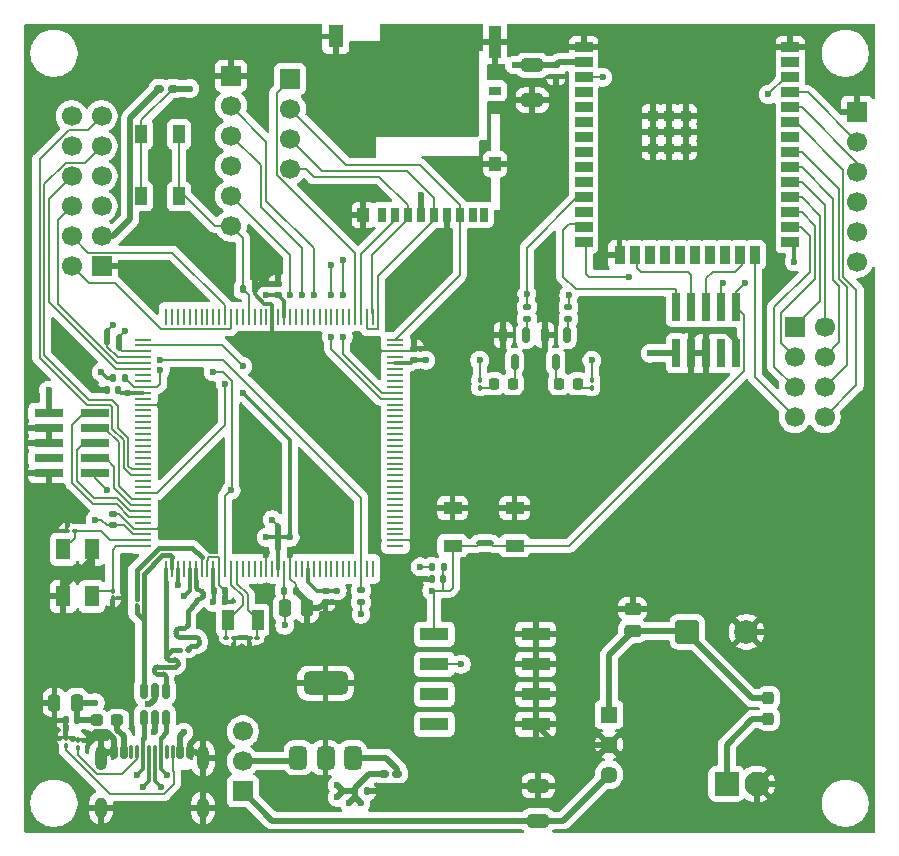
<source format=gbr>
%TF.GenerationSoftware,KiCad,Pcbnew,9.0.3*%
%TF.CreationDate,2025-07-12T21:01:37+12:00*%
%TF.ProjectId,RemiRAT,52656d69-5241-4542-9e6b-696361645f70,rev?*%
%TF.SameCoordinates,Original*%
%TF.FileFunction,Copper,L1,Top*%
%TF.FilePolarity,Positive*%
%FSLAX46Y46*%
G04 Gerber Fmt 4.6, Leading zero omitted, Abs format (unit mm)*
G04 Created by KiCad (PCBNEW 9.0.3) date 2025-07-12 21:01:37*
%MOMM*%
%LPD*%
G01*
G04 APERTURE LIST*
G04 Aperture macros list*
%AMRoundRect*
0 Rectangle with rounded corners*
0 $1 Rounding radius*
0 $2 $3 $4 $5 $6 $7 $8 $9 X,Y pos of 4 corners*
0 Add a 4 corners polygon primitive as box body*
4,1,4,$2,$3,$4,$5,$6,$7,$8,$9,$2,$3,0*
0 Add four circle primitives for the rounded corners*
1,1,$1+$1,$2,$3*
1,1,$1+$1,$4,$5*
1,1,$1+$1,$6,$7*
1,1,$1+$1,$8,$9*
0 Add four rect primitives between the rounded corners*
20,1,$1+$1,$2,$3,$4,$5,0*
20,1,$1+$1,$4,$5,$6,$7,0*
20,1,$1+$1,$6,$7,$8,$9,0*
20,1,$1+$1,$8,$9,$2,$3,0*%
G04 Aperture macros list end*
%TA.AperFunction,EtchedComponent*%
%ADD10C,0.000000*%
%TD*%
%TA.AperFunction,SMDPad,CuDef*%
%ADD11RoundRect,0.237500X-0.287500X-0.237500X0.287500X-0.237500X0.287500X0.237500X-0.287500X0.237500X0*%
%TD*%
%TA.AperFunction,SMDPad,CuDef*%
%ADD12RoundRect,0.135000X0.185000X-0.135000X0.185000X0.135000X-0.185000X0.135000X-0.185000X-0.135000X0*%
%TD*%
%TA.AperFunction,SMDPad,CuDef*%
%ADD13RoundRect,0.100000X0.130000X0.100000X-0.130000X0.100000X-0.130000X-0.100000X0.130000X-0.100000X0*%
%TD*%
%TA.AperFunction,SMDPad,CuDef*%
%ADD14R,1.000000X1.550000*%
%TD*%
%TA.AperFunction,SMDPad,CuDef*%
%ADD15RoundRect,0.150000X-0.150000X0.512500X-0.150000X-0.512500X0.150000X-0.512500X0.150000X0.512500X0*%
%TD*%
%TA.AperFunction,SMDPad,CuDef*%
%ADD16RoundRect,0.100000X-0.130000X-0.100000X0.130000X-0.100000X0.130000X0.100000X-0.130000X0.100000X0*%
%TD*%
%TA.AperFunction,SMDPad,CuDef*%
%ADD17RoundRect,0.135000X0.135000X0.185000X-0.135000X0.185000X-0.135000X-0.185000X0.135000X-0.185000X0*%
%TD*%
%TA.AperFunction,SMDPad,CuDef*%
%ADD18RoundRect,0.140000X0.170000X-0.140000X0.170000X0.140000X-0.170000X0.140000X-0.170000X-0.140000X0*%
%TD*%
%TA.AperFunction,SMDPad,CuDef*%
%ADD19RoundRect,0.250000X-0.650000X0.325000X-0.650000X-0.325000X0.650000X-0.325000X0.650000X0.325000X0*%
%TD*%
%TA.AperFunction,SMDPad,CuDef*%
%ADD20R,1.470000X0.280000*%
%TD*%
%TA.AperFunction,SMDPad,CuDef*%
%ADD21R,0.280000X1.470000*%
%TD*%
%TA.AperFunction,ComponentPad*%
%ADD22RoundRect,0.250000X-0.750000X-0.750000X0.750000X-0.750000X0.750000X0.750000X-0.750000X0.750000X0*%
%TD*%
%TA.AperFunction,ComponentPad*%
%ADD23C,2.000000*%
%TD*%
%TA.AperFunction,SMDPad,CuDef*%
%ADD24RoundRect,0.218750X-0.218750X-0.256250X0.218750X-0.256250X0.218750X0.256250X-0.218750X0.256250X0*%
%TD*%
%TA.AperFunction,SMDPad,CuDef*%
%ADD25R,0.700000X1.200000*%
%TD*%
%TA.AperFunction,SMDPad,CuDef*%
%ADD26R,1.000000X0.800000*%
%TD*%
%TA.AperFunction,SMDPad,CuDef*%
%ADD27R,1.000000X1.200000*%
%TD*%
%TA.AperFunction,SMDPad,CuDef*%
%ADD28R,1.000000X2.800000*%
%TD*%
%TA.AperFunction,SMDPad,CuDef*%
%ADD29R,1.300000X1.900000*%
%TD*%
%TA.AperFunction,SMDPad,CuDef*%
%ADD30C,0.500000*%
%TD*%
%TA.AperFunction,SMDPad,CuDef*%
%ADD31RoundRect,0.375000X0.375000X-0.625000X0.375000X0.625000X-0.375000X0.625000X-0.375000X-0.625000X0*%
%TD*%
%TA.AperFunction,SMDPad,CuDef*%
%ADD32RoundRect,0.500000X1.400000X-0.500000X1.400000X0.500000X-1.400000X0.500000X-1.400000X-0.500000X0*%
%TD*%
%TA.AperFunction,SMDPad,CuDef*%
%ADD33RoundRect,0.237500X0.237500X-0.287500X0.237500X0.287500X-0.237500X0.287500X-0.237500X-0.287500X0*%
%TD*%
%TA.AperFunction,SMDPad,CuDef*%
%ADD34RoundRect,0.140000X0.140000X0.170000X-0.140000X0.170000X-0.140000X-0.170000X0.140000X-0.170000X0*%
%TD*%
%TA.AperFunction,SMDPad,CuDef*%
%ADD35RoundRect,0.250000X0.650000X-0.325000X0.650000X0.325000X-0.650000X0.325000X-0.650000X-0.325000X0*%
%TD*%
%TA.AperFunction,SMDPad,CuDef*%
%ADD36RoundRect,0.218750X0.218750X0.256250X-0.218750X0.256250X-0.218750X-0.256250X0.218750X-0.256250X0*%
%TD*%
%TA.AperFunction,ComponentPad*%
%ADD37R,1.700000X1.700000*%
%TD*%
%TA.AperFunction,ComponentPad*%
%ADD38C,1.700000*%
%TD*%
%TA.AperFunction,SMDPad,CuDef*%
%ADD39R,1.200000X1.800000*%
%TD*%
%TA.AperFunction,ComponentPad*%
%ADD40RoundRect,0.250001X-0.799999X-0.799999X0.799999X-0.799999X0.799999X0.799999X-0.799999X0.799999X0*%
%TD*%
%TA.AperFunction,ComponentPad*%
%ADD41C,2.100000*%
%TD*%
%TA.AperFunction,SMDPad,CuDef*%
%ADD42RoundRect,0.100000X0.100000X-0.130000X0.100000X0.130000X-0.100000X0.130000X-0.100000X-0.130000X0*%
%TD*%
%TA.AperFunction,SMDPad,CuDef*%
%ADD43RoundRect,0.140000X-0.140000X-0.170000X0.140000X-0.170000X0.140000X0.170000X-0.140000X0.170000X0*%
%TD*%
%TA.AperFunction,SMDPad,CuDef*%
%ADD44RoundRect,0.250000X0.250000X0.475000X-0.250000X0.475000X-0.250000X-0.475000X0.250000X-0.475000X0*%
%TD*%
%TA.AperFunction,SMDPad,CuDef*%
%ADD45RoundRect,0.150000X-0.150000X-0.425000X0.150000X-0.425000X0.150000X0.425000X-0.150000X0.425000X0*%
%TD*%
%TA.AperFunction,SMDPad,CuDef*%
%ADD46RoundRect,0.075000X-0.075000X-0.500000X0.075000X-0.500000X0.075000X0.500000X-0.075000X0.500000X0*%
%TD*%
%TA.AperFunction,HeatsinkPad*%
%ADD47O,1.000000X2.100000*%
%TD*%
%TA.AperFunction,HeatsinkPad*%
%ADD48O,1.000000X1.800000*%
%TD*%
%TA.AperFunction,SMDPad,CuDef*%
%ADD49R,0.740000X2.400000*%
%TD*%
%TA.AperFunction,SMDPad,CuDef*%
%ADD50RoundRect,0.250000X-0.250000X-0.475000X0.250000X-0.475000X0.250000X0.475000X-0.250000X0.475000X0*%
%TD*%
%TA.AperFunction,SMDPad,CuDef*%
%ADD51R,2.440000X1.130000*%
%TD*%
%TA.AperFunction,SMDPad,CuDef*%
%ADD52R,1.498600X0.889000*%
%TD*%
%TA.AperFunction,SMDPad,CuDef*%
%ADD53R,0.889000X1.498600*%
%TD*%
%TA.AperFunction,SMDPad,CuDef*%
%ADD54R,0.889000X0.889000*%
%TD*%
%TA.AperFunction,ComponentPad*%
%ADD55R,1.448000X1.448000*%
%TD*%
%TA.AperFunction,ComponentPad*%
%ADD56C,1.448000*%
%TD*%
%TA.AperFunction,SMDPad,CuDef*%
%ADD57RoundRect,0.100000X-0.100000X0.130000X-0.100000X-0.130000X0.100000X-0.130000X0.100000X0.130000X0*%
%TD*%
%TA.AperFunction,SMDPad,CuDef*%
%ADD58RoundRect,0.250000X0.475000X-0.250000X0.475000X0.250000X-0.475000X0.250000X-0.475000X-0.250000X0*%
%TD*%
%TA.AperFunction,SMDPad,CuDef*%
%ADD59RoundRect,0.160000X-0.222500X-0.160000X0.222500X-0.160000X0.222500X0.160000X-0.222500X0.160000X0*%
%TD*%
%TA.AperFunction,SMDPad,CuDef*%
%ADD60R,2.400000X0.740000*%
%TD*%
%TA.AperFunction,SMDPad,CuDef*%
%ADD61RoundRect,0.140000X-0.170000X0.140000X-0.170000X-0.140000X0.170000X-0.140000X0.170000X0.140000X0*%
%TD*%
%TA.AperFunction,SMDPad,CuDef*%
%ADD62RoundRect,0.135000X-0.185000X0.135000X-0.185000X-0.135000X0.185000X-0.135000X0.185000X0.135000X0*%
%TD*%
%TA.AperFunction,SMDPad,CuDef*%
%ADD63R,1.550000X1.000000*%
%TD*%
%TA.AperFunction,SMDPad,CuDef*%
%ADD64RoundRect,0.135000X-0.135000X-0.185000X0.135000X-0.185000X0.135000X0.185000X-0.135000X0.185000X0*%
%TD*%
%TA.AperFunction,SMDPad,CuDef*%
%ADD65R,1.000000X1.800000*%
%TD*%
%TA.AperFunction,SMDPad,CuDef*%
%ADD66RoundRect,0.150000X0.150000X-0.512500X0.150000X0.512500X-0.150000X0.512500X-0.150000X-0.512500X0*%
%TD*%
%TA.AperFunction,ViaPad*%
%ADD67C,0.600000*%
%TD*%
%TA.AperFunction,Conductor*%
%ADD68C,0.420000*%
%TD*%
%TA.AperFunction,Conductor*%
%ADD69C,0.400000*%
%TD*%
%TA.AperFunction,Conductor*%
%ADD70C,0.300000*%
%TD*%
%TA.AperFunction,Conductor*%
%ADD71C,0.200000*%
%TD*%
%TA.AperFunction,Conductor*%
%ADD72C,0.500000*%
%TD*%
%TA.AperFunction,Conductor*%
%ADD73C,0.299974*%
%TD*%
G04 APERTURE END LIST*
D10*
%TA.AperFunction,EtchedComponent*%
%TO.C,REF\u002A\u002A*%
G36*
X125750000Y-79500000D02*
G01*
X125250000Y-79500000D01*
X125250000Y-78500000D01*
X125750000Y-78500000D01*
X125750000Y-79500000D01*
G37*
%TD.AperFunction*%
%TA.AperFunction,EtchedComponent*%
G36*
X139250000Y-96500000D02*
G01*
X138750000Y-96500000D01*
X138750000Y-94500000D01*
X139250000Y-94500000D01*
X139250000Y-96500000D01*
G37*
%TD.AperFunction*%
%TA.AperFunction,EtchedComponent*%
G36*
X157000000Y-96250000D02*
G01*
X156000000Y-96250000D01*
X156000000Y-95750000D01*
X157000000Y-95750000D01*
X157000000Y-96250000D01*
G37*
%TD.AperFunction*%
%TA.AperFunction,EtchedComponent*%
G36*
X124750000Y-79000000D02*
G01*
X124250000Y-79000000D01*
X124250000Y-78000000D01*
X124750000Y-78000000D01*
X124750000Y-79000000D01*
G37*
%TD.AperFunction*%
%TD*%
D11*
%TO.P,F1,1*%
%TO.N,VBUS*%
X123625000Y-111000000D03*
%TO.P,F1,2*%
X125375000Y-111000000D03*
%TD*%
D12*
%TO.P,R11,1*%
%TO.N,IO26*%
X160050000Y-77010000D03*
%TO.P,R11,2*%
X160050000Y-75990000D03*
%TD*%
D13*
%TO.P,C7,1*%
%TO.N,XOUT32*%
X137225000Y-104000000D03*
%TO.P,C7,2*%
%TO.N,GND*%
X136585000Y-104000000D03*
%TD*%
D14*
%TO.P,S3,1*%
%TO.N,3.3V*%
X127400000Y-66625000D03*
%TO.P,S3,2*%
X127400000Y-61375000D03*
%TO.P,S3,3*%
%TO.N,ERASE/PC0*%
X130600000Y-66625000D03*
%TO.P,S3,4*%
X130600000Y-61375000D03*
%TD*%
D15*
%TO.P,Q2,1*%
%TO.N,IO26*%
X159950000Y-78362500D03*
%TO.P,Q2,2*%
%TO.N,GND*%
X158050000Y-78362500D03*
%TO.P,Q2,3*%
%TO.N,IO26*%
X159000000Y-80637500D03*
%TD*%
D16*
%TO.P,R4,1*%
%TO.N,USBDP*%
X130680000Y-105000000D03*
%TO.P,R4,2*%
X131320000Y-105000000D03*
%TD*%
D17*
%TO.P,R5,1*%
%TO.N,NRSTB*%
X153010000Y-98000000D03*
%TO.P,R5,2*%
%TO.N,3.3V*%
X151990000Y-98000000D03*
%TD*%
D18*
%TO.P,C21,1*%
%TO.N,VDDCORE*%
X150500000Y-80480000D03*
%TO.P,C21,2*%
%TO.N,GND*%
X150500000Y-79520000D03*
%TD*%
D19*
%TO.P,C8,1*%
%TO.N,3.3V*%
X160500000Y-55525000D03*
%TO.P,C8,2*%
%TO.N,GND*%
X160500000Y-58475000D03*
%TD*%
D20*
%TO.P,U1,1*%
%TO.N,N/C*%
X127580000Y-78750000D03*
%TO.P,U1,2*%
%TO.N,UTXD/PA9*%
X127580000Y-79250000D03*
%TO.P,U1,3*%
%TO.N,RXD0/PA10*%
X127580000Y-79750000D03*
%TO.P,U1,4*%
%TO.N,TXD0/PA11*%
X127580000Y-80250000D03*
%TO.P,U1,5*%
%TO.N,RXD1/PA12*%
X127580000Y-80750000D03*
%TO.P,U1,6*%
%TO.N,TDX1/PA13*%
X127580000Y-81250000D03*
%TO.P,U1,7*%
%TO.N,N/C*%
X127580000Y-81750000D03*
%TO.P,U1,8*%
X127580000Y-82250000D03*
%TO.P,U1,9*%
%TO.N,TWD0/PA17*%
X127580000Y-82750000D03*
%TO.P,U1,10*%
%TO.N,VDDCORE*%
X127580000Y-83250000D03*
%TO.P,U1,11*%
%TO.N,N/C*%
X127580000Y-83750000D03*
%TO.P,U1,12*%
%TO.N,GND*%
X127580000Y-84250000D03*
%TO.P,U1,13*%
%TO.N,N/C*%
X127580000Y-84750000D03*
%TO.P,U1,14*%
X127580000Y-85250000D03*
%TO.P,U1,15*%
X127580000Y-85750000D03*
%TO.P,U1,16*%
X127580000Y-86250000D03*
%TO.P,U1,17*%
X127580000Y-86750000D03*
%TO.P,U1,18*%
X127580000Y-87250000D03*
%TO.P,U1,19*%
X127580000Y-87750000D03*
%TO.P,U1,20*%
X127580000Y-88250000D03*
%TO.P,U1,21*%
X127580000Y-88750000D03*
%TO.P,U1,22*%
X127580000Y-89250000D03*
%TO.P,U1,23*%
%TO.N,CANTX0/PA0*%
X127580000Y-89750000D03*
%TO.P,U1,24*%
%TO.N,CANRX0/PA1*%
X127580000Y-90250000D03*
%TO.P,U1,25*%
%TO.N,N/C*%
X127580000Y-90750000D03*
%TO.P,U1,26*%
X127580000Y-91250000D03*
%TO.P,U1,27*%
%TO.N,URXD/PA8*%
X127580000Y-91750000D03*
%TO.P,U1,28*%
%TO.N,SAM-JTAG-TCK*%
X127580000Y-92250000D03*
%TO.P,U1,29*%
%TO.N,SAM-JTAG-TDI*%
X127580000Y-92750000D03*
%TO.P,U1,30*%
%TO.N,SAM-JTAG-TDO*%
X127580000Y-93250000D03*
%TO.P,U1,31*%
%TO.N,SAM-JTAG-TMS*%
X127580000Y-93750000D03*
%TO.P,U1,32*%
%TO.N,N/C*%
X127580000Y-94250000D03*
%TO.P,U1,33*%
%TO.N,GND*%
X127580000Y-94750000D03*
%TO.P,U1,34*%
%TO.N,VDDPLL*%
X127580000Y-95250000D03*
%TO.P,U1,35*%
%TO.N,XOUT*%
X127580000Y-95750000D03*
%TO.P,U1,36*%
%TO.N,XIN*%
X127580000Y-96250000D03*
D21*
%TO.P,U1,37*%
%TO.N,USBDP*%
X129500000Y-98170000D03*
%TO.P,U1,38*%
%TO.N,USBDM*%
X130000000Y-98170000D03*
%TO.P,U1,39*%
%TO.N,VBUS*%
X130500000Y-98170000D03*
%TO.P,U1,40*%
%TO.N,N/C*%
X131000000Y-98170000D03*
%TO.P,U1,41*%
%TO.N,3.3V*%
X131500000Y-98170000D03*
%TO.P,U1,42*%
%TO.N,USBDP*%
X132000000Y-98170000D03*
%TO.P,U1,43*%
%TO.N,USBDM*%
X132500000Y-98170000D03*
%TO.P,U1,44*%
%TO.N,GND*%
X133000000Y-98170000D03*
%TO.P,U1,45*%
%TO.N,VDDCORE*%
X133500000Y-98170000D03*
%TO.P,U1,46*%
%TO.N,GND*%
X134000000Y-98170000D03*
%TO.P,U1,47*%
%TO.N,NRSTB*%
X134500000Y-98170000D03*
%TO.P,U1,48*%
%TO.N,XIN32*%
X135000000Y-98170000D03*
%TO.P,U1,49*%
%TO.N,XOUT32*%
X135500000Y-98170000D03*
%TO.P,U1,50*%
%TO.N,N/C*%
X136000000Y-98170000D03*
%TO.P,U1,51*%
X136500000Y-98170000D03*
%TO.P,U1,52*%
X137000000Y-98170000D03*
%TO.P,U1,53*%
X137500000Y-98170000D03*
%TO.P,U1,54*%
%TO.N,GND*%
X138000000Y-98170000D03*
%TO.P,U1,55*%
%TO.N,N/C*%
X138500000Y-98170000D03*
%TO.P,U1,56*%
%TO.N,VDDOUT*%
X139000000Y-98170000D03*
%TO.P,U1,57*%
%TO.N,3.3V*%
X139500000Y-98170000D03*
%TO.P,U1,58*%
%TO.N,GND*%
X140000000Y-98170000D03*
%TO.P,U1,59*%
%TO.N,N/C*%
X140500000Y-98170000D03*
%TO.P,U1,60*%
X141000000Y-98170000D03*
%TO.P,U1,61*%
%TO.N,VDDCORE*%
X141500000Y-98170000D03*
%TO.P,U1,62*%
%TO.N,VDDIO*%
X142000000Y-98170000D03*
%TO.P,U1,63*%
%TO.N,N/C*%
X142500000Y-98170000D03*
%TO.P,U1,64*%
X143000000Y-98170000D03*
%TO.P,U1,65*%
X143500000Y-98170000D03*
%TO.P,U1,66*%
X144000000Y-98170000D03*
%TO.P,U1,67*%
X144500000Y-98170000D03*
%TO.P,U1,68*%
X145000000Y-98170000D03*
%TO.P,U1,69*%
%TO.N,NRST*%
X145500000Y-98170000D03*
%TO.P,U1,70*%
%TO.N,TWCK0/PA18*%
X146000000Y-98170000D03*
%TO.P,U1,71*%
%TO.N,N/C*%
X146500000Y-98170000D03*
%TO.P,U1,72*%
X147000000Y-98170000D03*
D20*
%TO.P,U1,73*%
X148920000Y-96250000D03*
%TO.P,U1,74*%
%TO.N,GND*%
X148920000Y-95750000D03*
%TO.P,U1,75*%
%TO.N,N/C*%
X148920000Y-95250000D03*
%TO.P,U1,76*%
X148920000Y-94750000D03*
%TO.P,U1,77*%
X148920000Y-94250000D03*
%TO.P,U1,78*%
X148920000Y-93750000D03*
%TO.P,U1,79*%
X148920000Y-93250000D03*
%TO.P,U1,80*%
X148920000Y-92750000D03*
%TO.P,U1,81*%
X148920000Y-92250000D03*
%TO.P,U1,82*%
X148920000Y-91750000D03*
%TO.P,U1,83*%
X148920000Y-91250000D03*
%TO.P,U1,84*%
X148920000Y-90750000D03*
%TO.P,U1,85*%
X148920000Y-90250000D03*
%TO.P,U1,86*%
X148920000Y-89750000D03*
%TO.P,U1,87*%
X148920000Y-89250000D03*
%TO.P,U1,88*%
X148920000Y-88750000D03*
%TO.P,U1,89*%
X148920000Y-88250000D03*
%TO.P,U1,90*%
X148920000Y-87750000D03*
%TO.P,U1,91*%
X148920000Y-87250000D03*
%TO.P,U1,92*%
X148920000Y-86750000D03*
%TO.P,U1,93*%
X148920000Y-86250000D03*
%TO.P,U1,94*%
X148920000Y-85750000D03*
%TO.P,U1,95*%
X148920000Y-85250000D03*
%TO.P,U1,96*%
X148920000Y-84750000D03*
%TO.P,U1,97*%
X148920000Y-84250000D03*
%TO.P,U1,98*%
%TO.N,D14/PC16*%
X148920000Y-83750000D03*
%TO.P,U1,99*%
%TO.N,D15/PC17*%
X148920000Y-83250000D03*
%TO.P,U1,100*%
%TO.N,N/C*%
X148920000Y-82750000D03*
%TO.P,U1,101*%
X148920000Y-82250000D03*
%TO.P,U1,102*%
X148920000Y-81750000D03*
%TO.P,U1,103*%
X148920000Y-81250000D03*
%TO.P,U1,104*%
%TO.N,VDDCORE*%
X148920000Y-80750000D03*
%TO.P,U1,105*%
%TO.N,N/C*%
X148920000Y-80250000D03*
%TO.P,U1,106*%
%TO.N,GND*%
X148920000Y-79750000D03*
%TO.P,U1,107*%
%TO.N,N/C*%
X148920000Y-79250000D03*
%TO.P,U1,108*%
%TO.N,SAM-SPI-MISO*%
X148920000Y-78750000D03*
D21*
%TO.P,U1,109*%
%TO.N,SAM-SPI-MOSI*%
X147000000Y-76830000D03*
%TO.P,U1,110*%
%TO.N,SAM-SPI-SCK*%
X146500000Y-76830000D03*
%TO.P,U1,111*%
%TO.N,SAM-SPI-NPCS0*%
X146000000Y-76830000D03*
%TO.P,U1,112*%
%TO.N,SAM-SPI-NPCS1*%
X145500000Y-76830000D03*
%TO.P,U1,113*%
%TO.N,N/C*%
X145000000Y-76830000D03*
%TO.P,U1,114*%
X144500000Y-76830000D03*
%TO.P,U1,115*%
X144000000Y-76830000D03*
%TO.P,U1,116*%
X143500000Y-76830000D03*
%TO.P,U1,117*%
X143000000Y-76830000D03*
%TO.P,U1,118*%
X142500000Y-76830000D03*
%TO.P,U1,119*%
X142000000Y-76830000D03*
%TO.P,U1,120*%
X141500000Y-76830000D03*
%TO.P,U1,121*%
X141000000Y-76830000D03*
%TO.P,U1,122*%
X140500000Y-76830000D03*
%TO.P,U1,123*%
X140000000Y-76830000D03*
%TO.P,U1,124*%
%TO.N,VDDCORE*%
X139500000Y-76830000D03*
%TO.P,U1,125*%
%TO.N,N/C*%
X139000000Y-76830000D03*
%TO.P,U1,126*%
%TO.N,GND*%
X138500000Y-76830000D03*
%TO.P,U1,127*%
%TO.N,N/C*%
X138000000Y-76830000D03*
%TO.P,U1,128*%
X137500000Y-76830000D03*
%TO.P,U1,129*%
X137000000Y-76830000D03*
%TO.P,U1,130*%
%TO.N,ERASE/PC0*%
X136500000Y-76830000D03*
%TO.P,U1,131*%
%TO.N,N/C*%
X136000000Y-76830000D03*
%TO.P,U1,132*%
X135500000Y-76830000D03*
%TO.P,U1,133*%
%TO.N,A1/PWML5/PC22*%
X135000000Y-76830000D03*
%TO.P,U1,134*%
%TO.N,A2/PWML6/PC23*%
X134500000Y-76830000D03*
%TO.P,U1,135*%
%TO.N,N/C*%
X134000000Y-76830000D03*
%TO.P,U1,136*%
X133500000Y-76830000D03*
%TO.P,U1,137*%
X133000000Y-76830000D03*
%TO.P,U1,138*%
X132500000Y-76830000D03*
%TO.P,U1,139*%
X132000000Y-76830000D03*
%TO.P,U1,140*%
X131500000Y-76830000D03*
%TO.P,U1,141*%
X131000000Y-76830000D03*
%TO.P,U1,142*%
X130500000Y-76830000D03*
%TO.P,U1,143*%
X130000000Y-76830000D03*
%TO.P,U1,144*%
X129500000Y-76830000D03*
%TD*%
D22*
%TO.P,C11,1*%
%TO.N,VIN*%
X173632323Y-103500000D03*
D23*
%TO.P,C11,2*%
%TO.N,GND*%
X178632323Y-103500000D03*
%TD*%
D13*
%TO.P,C5,1*%
%TO.N,XOUT*%
X121790000Y-94970000D03*
%TO.P,C5,2*%
%TO.N,GND*%
X121150000Y-94970000D03*
%TD*%
D24*
%TO.P,LD1,1*%
%TO.N,IO22*%
X162762500Y-82500000D03*
%TO.P,LD1,2*%
%TO.N,3.3V*%
X164337500Y-82500000D03*
%TD*%
D25*
%TO.P,J4,1*%
%TO.N,N/C*%
X147755000Y-68190000D03*
%TO.P,J4,2*%
%TO.N,SAM-SPI-NPCS0*%
X148855000Y-68190000D03*
%TO.P,J4,3*%
%TO.N,SAM-SPI-MOSI*%
X149955000Y-68190000D03*
%TO.P,J4,4*%
%TO.N,3.3V*%
X151055000Y-68190000D03*
%TO.P,J4,5*%
%TO.N,SAM-SPI-SCK*%
X152155000Y-68190000D03*
%TO.P,J4,6*%
%TO.N,GND*%
X153255000Y-68190000D03*
%TO.P,J4,7*%
%TO.N,SAM-SPI-MISO*%
X154355000Y-68190000D03*
%TO.P,J4,8*%
%TO.N,N/C*%
X155455000Y-68190000D03*
%TO.P,J4,9*%
X156405000Y-68190000D03*
D26*
%TO.P,J4,10*%
X157355000Y-57690000D03*
D27*
%TO.P,J4,11*%
%TO.N,GND*%
X157355000Y-63890000D03*
D28*
X157355000Y-53540000D03*
D27*
X146205000Y-68190000D03*
D29*
X143855000Y-53090000D03*
%TD*%
D30*
%TO.P,REF\u002A\u002A,1*%
%TO.N,RXD0/PA10*%
X125500000Y-79500000D03*
%TO.P,REF\u002A\u002A,2*%
%TO.N,IO26*%
X125500000Y-78500000D03*
%TD*%
D31*
%TO.P,VR1,1*%
%TO.N,VBUS*%
X140700000Y-114150000D03*
%TO.P,VR1,2*%
%TO.N,GND*%
X143000000Y-114150000D03*
%TO.P,VR1,3*%
%TO.N,3.3V*%
X145300000Y-114150000D03*
D32*
%TO.P,VR1,4*%
%TO.N,GND*%
X143000000Y-107850000D03*
%TD*%
D30*
%TO.P,REF\u002A\u002A,1*%
%TO.N,VDDOUT*%
X139000000Y-96500000D03*
%TO.P,REF\u002A\u002A,2*%
%TO.N,VDDCORE*%
X139000000Y-95500000D03*
%TO.P,REF\u002A\u002A,3*%
%TO.N,VDDPLL*%
X139000000Y-94500000D03*
%TD*%
D18*
%TO.P,C10,1*%
%TO.N,VDDPLL*%
X125000000Y-94480000D03*
%TO.P,C10,2*%
%TO.N,GND*%
X125000000Y-93520000D03*
%TD*%
D33*
%TO.P,F3,1*%
%TO.N,VIN*%
X180500000Y-110875000D03*
%TO.P,F3,2*%
X180500000Y-109125000D03*
%TD*%
D34*
%TO.P,C3,1*%
%TO.N,NRSTB*%
X152980000Y-99000000D03*
%TO.P,C3,2*%
%TO.N,GND*%
X152020000Y-99000000D03*
%TD*%
D35*
%TO.P,C13,1*%
%TO.N,VBUS*%
X161000000Y-119475000D03*
%TO.P,C13,2*%
%TO.N,GND*%
X161000000Y-116525000D03*
%TD*%
D36*
%TO.P,LD2,1*%
%TO.N,IO26*%
X158837500Y-82500000D03*
%TO.P,LD2,2*%
%TO.N,3.3V*%
X157262500Y-82500000D03*
%TD*%
D37*
%TO.P,J11,1*%
%TO.N,VBUS*%
X136000000Y-117000000D03*
D38*
%TO.P,J11,2*%
X136000000Y-114460000D03*
%TO.P,J11,3*%
X136000000Y-111920000D03*
%TD*%
D17*
%TO.P,R14,1*%
%TO.N,TWD0/PA17*%
X126010000Y-82000000D03*
%TO.P,R14,2*%
%TO.N,3.3V*%
X124990000Y-82000000D03*
%TD*%
D30*
%TO.P,REF\u002A\u002A,1*%
%TO.N,NRSTB*%
X156000000Y-96000000D03*
%TO.P,REF\u002A\u002A,2*%
%TO.N,EN*%
X157000000Y-96000000D03*
%TD*%
D39*
%TO.P,Y1,1*%
%TO.N,XOUT*%
X120800000Y-96500000D03*
%TO.P,Y1,2*%
%TO.N,GND*%
X120800000Y-100500000D03*
%TO.P,Y1,3*%
%TO.N,XIN*%
X123200000Y-100500000D03*
%TO.P,Y1,4*%
%TO.N,GND*%
X123200000Y-96500000D03*
%TD*%
D37*
%TO.P,J3,1*%
%TO.N,GND*%
X188000000Y-59460000D03*
D38*
%TO.P,J3,2*%
%TO.N,ESP32TXD0*%
X188000000Y-62000000D03*
%TO.P,J3,3*%
%TO.N,ESP32RXD0*%
X188000000Y-64540000D03*
%TO.P,J3,4*%
%TO.N,3.3V*%
X188000000Y-67080000D03*
%TO.P,J3,5*%
%TO.N,EN*%
X188000000Y-69620000D03*
%TO.P,J3,6*%
%TO.N,IO0*%
X188000000Y-72160000D03*
%TD*%
D37*
%TO.P,J9,1*%
%TO.N,IO17*%
X182725000Y-77690000D03*
D38*
%TO.P,J9,2*%
%TO.N,IO5*%
X185265000Y-77690000D03*
%TO.P,J9,3*%
%TO.N,IO16*%
X182725000Y-80230000D03*
%TO.P,J9,4*%
%TO.N,IO18*%
X185265000Y-80230000D03*
%TO.P,J9,5*%
%TO.N,IO4*%
X182725000Y-82770000D03*
%TO.P,J9,6*%
%TO.N,IO19*%
X185265000Y-82770000D03*
%TO.P,J9,7*%
%TO.N,IO2*%
X182725000Y-85310000D03*
%TO.P,J9,8*%
%TO.N,IO21*%
X185265000Y-85310000D03*
%TD*%
D30*
%TO.P,REF\u002A\u002A,1*%
%TO.N,TXD0/PA11*%
X124500000Y-79000000D03*
%TO.P,REF\u002A\u002A,2*%
%TO.N,IO22*%
X124500000Y-78000000D03*
%TD*%
D40*
%TO.P,J10,1*%
%TO.N,VIN*%
X176960000Y-116367500D03*
D41*
%TO.P,J10,2*%
%TO.N,GND*%
X179500000Y-116367500D03*
%TD*%
D42*
%TO.P,R1,1*%
%TO.N,CC1*%
X122000000Y-113320000D03*
%TO.P,R1,2*%
%TO.N,GND*%
X122000000Y-112680000D03*
%TD*%
D37*
%TO.P,J7,1*%
%TO.N,SAM-SPI-NPCS1*%
X140000000Y-56690000D03*
D38*
%TO.P,J7,2*%
%TO.N,SAM-SPI-MISO*%
X140000000Y-59230000D03*
%TO.P,J7,3*%
%TO.N,SAM-SPI-SCK*%
X140000000Y-61770000D03*
%TO.P,J7,4*%
%TO.N,SAM-SPI-MOSI*%
X140000000Y-64310000D03*
%TD*%
D42*
%TO.P,R2,1*%
%TO.N,CC2*%
X121000000Y-113140000D03*
%TO.P,R2,2*%
%TO.N,GND*%
X121000000Y-112500000D03*
%TD*%
D43*
%TO.P,C18,1*%
%TO.N,VDDCORE*%
X133520000Y-100000000D03*
%TO.P,C18,2*%
%TO.N,GND*%
X134480000Y-100000000D03*
%TD*%
D42*
%TO.P,R10,1*%
%TO.N,3.3V*%
X165550000Y-82820000D03*
%TO.P,R10,2*%
X165550000Y-82180000D03*
%TD*%
D34*
%TO.P,C19,1*%
%TO.N,VDDCORE*%
X125460000Y-83000000D03*
%TO.P,C19,2*%
%TO.N,GND*%
X124500000Y-83000000D03*
%TD*%
D42*
%TO.P,R3,1*%
%TO.N,USBDM*%
X127000000Y-101320000D03*
%TO.P,R3,2*%
X127000000Y-100680000D03*
%TD*%
D43*
%TO.P,C14,1*%
%TO.N,3.3V*%
X145520000Y-117000000D03*
%TO.P,C14,2*%
%TO.N,GND*%
X146480000Y-117000000D03*
%TD*%
%TO.P,C15,1*%
%TO.N,3.3V*%
X139520000Y-100000000D03*
%TO.P,C15,2*%
%TO.N,GND*%
X140480000Y-100000000D03*
%TD*%
D12*
%TO.P,R9,1*%
%TO.N,IO22*%
X163550000Y-77010000D03*
%TO.P,R9,2*%
X163550000Y-75990000D03*
%TD*%
D44*
%TO.P,C2,1*%
%TO.N,VBUS*%
X121950000Y-109500000D03*
%TO.P,C2,2*%
%TO.N,GND*%
X120050000Y-109500000D03*
%TD*%
D45*
%TO.P,J1,A1*%
%TO.N,GND*%
X125100000Y-113637500D03*
%TO.P,J1,A4*%
%TO.N,VBUS*%
X125900000Y-113637500D03*
D46*
%TO.P,J1,A5*%
%TO.N,CC1*%
X127050000Y-113637500D03*
%TO.P,J1,A6*%
%TO.N,USBDP*%
X128050000Y-113637500D03*
%TO.P,J1,A7*%
%TO.N,USBDM*%
X128550000Y-113637500D03*
%TO.P,J1,A8*%
%TO.N,N/C*%
X129550000Y-113637500D03*
D45*
%TO.P,J1,A9*%
%TO.N,VBUS*%
X130700000Y-113637500D03*
%TO.P,J1,A12*%
%TO.N,GND*%
X131500000Y-113637500D03*
%TO.P,J1,B1*%
X131500000Y-113637500D03*
%TO.P,J1,B4*%
%TO.N,VBUS*%
X130700000Y-113637500D03*
D46*
%TO.P,J1,B5*%
%TO.N,CC2*%
X130050000Y-113637500D03*
%TO.P,J1,B6*%
%TO.N,USBDP*%
X129050000Y-113637500D03*
%TO.P,J1,B7*%
%TO.N,USBDM*%
X127550000Y-113637500D03*
%TO.P,J1,B8*%
%TO.N,N/C*%
X126550000Y-113637500D03*
D45*
%TO.P,J1,B9*%
%TO.N,VBUS*%
X125900000Y-113637500D03*
%TO.P,J1,B12*%
%TO.N,GND*%
X125100000Y-113637500D03*
D47*
%TO.P,J1,S1*%
X123980000Y-114212500D03*
D48*
X123980000Y-118392500D03*
D47*
X132620000Y-114212500D03*
D48*
X132620000Y-118392500D03*
%TD*%
D49*
%TO.P,J2,1*%
%TO.N,3.3V*%
X172690000Y-79900000D03*
%TO.P,J2,2*%
%TO.N,TMS/IO14*%
X172690000Y-76000000D03*
%TO.P,J2,3*%
%TO.N,GND*%
X173960000Y-79900000D03*
%TO.P,J2,4*%
%TO.N,TCK/IO13*%
X173960000Y-76000000D03*
%TO.P,J2,5*%
%TO.N,GND*%
X175230000Y-79900000D03*
%TO.P,J2,6*%
%TO.N,TDO/IO15*%
X175230000Y-76000000D03*
%TO.P,J2,7*%
%TO.N,N/C*%
X176500000Y-79900000D03*
%TO.P,J2,8*%
%TO.N,TDI/IO12*%
X176500000Y-76000000D03*
%TO.P,J2,9*%
%TO.N,GND*%
X177770000Y-79900000D03*
%TO.P,J2,10*%
%TO.N,EN*%
X177770000Y-76000000D03*
%TD*%
D50*
%TO.P,C16,1*%
%TO.N,3.3V*%
X139550000Y-101500000D03*
%TO.P,C16,2*%
%TO.N,GND*%
X141450000Y-101500000D03*
%TD*%
D51*
%TO.P,S2,1*%
%TO.N,NRSTB*%
X152200000Y-103690000D03*
%TO.P,S2,2*%
%TO.N,IO0*%
X152200000Y-106230000D03*
%TO.P,S2,3*%
%TO.N,N/C*%
X152200000Y-108770000D03*
%TO.P,S2,4*%
X152200000Y-111310000D03*
%TO.P,S2,5*%
%TO.N,GND*%
X160800000Y-111310000D03*
%TO.P,S2,6*%
X160800000Y-108770000D03*
%TO.P,S2,7*%
X160800000Y-106230000D03*
%TO.P,S2,8*%
X160800000Y-103690000D03*
%TD*%
D52*
%TO.P,U2,1*%
%TO.N,GND*%
X164854300Y-54000000D03*
%TO.P,U2,2*%
%TO.N,3.3V*%
X164854300Y-55270000D03*
%TO.P,U2,3*%
%TO.N,EN*%
X164854300Y-56540000D03*
%TO.P,U2,4*%
%TO.N,N/C*%
X164854300Y-57810000D03*
%TO.P,U2,5*%
X164854300Y-59080000D03*
%TO.P,U2,6*%
%TO.N,IO34*%
X164854300Y-60350000D03*
%TO.P,U2,7*%
%TO.N,IO35*%
X164854300Y-61620000D03*
%TO.P,U2,8*%
%TO.N,IO32*%
X164854300Y-62890000D03*
%TO.P,U2,9*%
%TO.N,IO33*%
X164854300Y-64160000D03*
%TO.P,U2,10*%
%TO.N,IO25*%
X164854300Y-65430000D03*
%TO.P,U2,11*%
%TO.N,IO26*%
X164854300Y-66700000D03*
%TO.P,U2,12*%
%TO.N,IO27*%
X164854300Y-67970000D03*
%TO.P,U2,13*%
%TO.N,TMS/IO14*%
X164854300Y-69240000D03*
%TO.P,U2,14*%
%TO.N,TDI/IO12*%
X164854300Y-70510000D03*
D53*
%TO.P,U2,15*%
%TO.N,GND*%
X167889300Y-71605002D03*
%TO.P,U2,16*%
%TO.N,TCK/IO13*%
X169159300Y-71605002D03*
%TO.P,U2,17*%
%TO.N,N/C*%
X170429300Y-71605002D03*
%TO.P,U2,18*%
X171699300Y-71605002D03*
%TO.P,U2,19*%
X172969300Y-71605002D03*
%TO.P,U2,20*%
X174239300Y-71605002D03*
%TO.P,U2,21*%
X175509300Y-71605002D03*
%TO.P,U2,22*%
X176779300Y-71605002D03*
%TO.P,U2,23*%
%TO.N,TDO/IO15*%
X178049300Y-71605002D03*
%TO.P,U2,24*%
%TO.N,IO2*%
X179319300Y-71605002D03*
D52*
%TO.P,U2,25*%
%TO.N,IO0*%
X182354300Y-70510000D03*
%TO.P,U2,26*%
%TO.N,IO4*%
X182354300Y-69240000D03*
%TO.P,U2,27*%
%TO.N,IO16*%
X182354300Y-67970000D03*
%TO.P,U2,28*%
%TO.N,IO17*%
X182354300Y-66700000D03*
%TO.P,U2,29*%
%TO.N,IO5*%
X182354300Y-65430000D03*
%TO.P,U2,30*%
%TO.N,IO18*%
X182354300Y-64160000D03*
%TO.P,U2,31*%
%TO.N,IO19*%
X182354300Y-62890000D03*
%TO.P,U2,32*%
%TO.N,N/C*%
X182354300Y-61620000D03*
%TO.P,U2,33*%
%TO.N,IO21*%
X182354300Y-60350000D03*
%TO.P,U2,34*%
%TO.N,ESP32RXD0*%
X182354300Y-59080000D03*
%TO.P,U2,35*%
%TO.N,ESP32TXD0*%
X182354300Y-57810000D03*
%TO.P,U2,36*%
%TO.N,IO22*%
X182354300Y-56540000D03*
%TO.P,U2,37*%
%TO.N,IO23*%
X182354300Y-55270000D03*
%TO.P,U2,38*%
%TO.N,GND*%
X182354300Y-54000000D03*
D54*
%TO.P,U2,39*%
X172100000Y-61186200D03*
%TO.P,U2,40*%
X170700000Y-59786200D03*
%TO.P,U2,41*%
X170700000Y-61186200D03*
%TO.P,U2,42*%
X170700000Y-62586200D03*
%TO.P,U2,43*%
X172100000Y-62586200D03*
%TO.P,U2,44*%
X172100000Y-59786200D03*
%TO.P,U2,45*%
X173500000Y-59786200D03*
%TO.P,U2,46*%
X173500000Y-61186200D03*
%TO.P,U2,47*%
X173500000Y-62586200D03*
%TD*%
D55*
%TO.P,VR2,1*%
%TO.N,VIN*%
X167000000Y-110500000D03*
D56*
%TO.P,VR2,2*%
%TO.N,GND*%
X167000000Y-113040000D03*
%TO.P,VR2,3*%
%TO.N,VBUS*%
X167000000Y-115580000D03*
%TD*%
D57*
%TO.P,C4,1*%
%TO.N,XIN*%
X124970000Y-100000000D03*
%TO.P,C4,2*%
%TO.N,GND*%
X124970000Y-100640000D03*
%TD*%
D16*
%TO.P,C6,1*%
%TO.N,XIN32*%
X134585000Y-104000000D03*
%TO.P,C6,2*%
%TO.N,GND*%
X135225000Y-104000000D03*
%TD*%
D37*
%TO.P,J8,1*%
%TO.N,GND*%
X124040000Y-72540000D03*
D38*
%TO.P,J8,2*%
%TO.N,A1/PWML5/PC22*%
X121500000Y-72540000D03*
%TO.P,J8,3*%
%TO.N,3.3VOUT*%
X124040000Y-70000000D03*
%TO.P,J8,4*%
%TO.N,A2/PWML6/PC23*%
X121500000Y-70000000D03*
%TO.P,J8,5*%
%TO.N,D14/PC16*%
X124040000Y-67460000D03*
%TO.P,J8,6*%
%TO.N,RXD1/PA12*%
X121500000Y-67460000D03*
%TO.P,J8,7*%
%TO.N,D15/PC17*%
X124040000Y-64920000D03*
%TO.P,J8,8*%
%TO.N,TDX1/PA13*%
X121500000Y-64920000D03*
%TO.P,J8,9*%
%TO.N,CANTX0/PA0*%
X124040000Y-62380000D03*
%TO.P,J8,10*%
%TO.N,TWCK0/PA18*%
X121500000Y-62380000D03*
%TO.P,J8,11*%
%TO.N,CANRX0/PA1*%
X124040000Y-59840000D03*
%TO.P,J8,12*%
%TO.N,TWD0/PA17*%
X121500000Y-59840000D03*
%TD*%
D34*
%TO.P,C1,1*%
%TO.N,VBUS*%
X121980000Y-111000000D03*
%TO.P,C1,2*%
%TO.N,GND*%
X121020000Y-111000000D03*
%TD*%
D18*
%TO.P,C20,1*%
%TO.N,VDDCORE*%
X139000000Y-74980000D03*
%TO.P,C20,2*%
%TO.N,GND*%
X139000000Y-74020000D03*
%TD*%
D58*
%TO.P,C12,1*%
%TO.N,VIN*%
X169000000Y-103450000D03*
%TO.P,C12,2*%
%TO.N,GND*%
X169000000Y-101550000D03*
%TD*%
D59*
%TO.P,F4,1*%
%TO.N,3.3V*%
X147927500Y-115500000D03*
%TO.P,F4,2*%
X149072500Y-115500000D03*
%TD*%
D60*
%TO.P,J5,1*%
%TO.N,3.3V*%
X119550000Y-84960000D03*
%TO.P,J5,2*%
%TO.N,SAM-JTAG-TMS*%
X123450000Y-84960000D03*
%TO.P,J5,3*%
%TO.N,GND*%
X119550000Y-86230000D03*
%TO.P,J5,4*%
%TO.N,SAM-JTAG-TCK*%
X123450000Y-86230000D03*
%TO.P,J5,5*%
%TO.N,GND*%
X119550000Y-87500000D03*
%TO.P,J5,6*%
%TO.N,SAM-JTAG-TDO*%
X123450000Y-87500000D03*
%TO.P,J5,7*%
%TO.N,N/C*%
X119550000Y-88770000D03*
%TO.P,J5,8*%
%TO.N,SAM-JTAG-TDI*%
X123450000Y-88770000D03*
%TO.P,J5,9*%
%TO.N,GND*%
X119550000Y-90040000D03*
%TO.P,J5,10*%
%TO.N,NRSTB*%
X123450000Y-90040000D03*
%TD*%
D61*
%TO.P,C17,1*%
%TO.N,VDDCORE*%
X143000000Y-100020000D03*
%TO.P,C17,2*%
%TO.N,GND*%
X143000000Y-100980000D03*
%TD*%
D62*
%TO.P,R13,1*%
%TO.N,TWCK0/PA18*%
X146000000Y-99990000D03*
%TO.P,R13,2*%
%TO.N,3.3V*%
X146000000Y-101010000D03*
%TD*%
D63*
%TO.P,S1,1*%
%TO.N,EN*%
X159000000Y-96200000D03*
%TO.P,S1,2*%
%TO.N,NRSTB*%
X153750000Y-96200000D03*
%TO.P,S1,3*%
%TO.N,GND*%
X159000000Y-93000000D03*
%TO.P,S1,4*%
X153750000Y-93000000D03*
%TD*%
D59*
%TO.P,F2,1*%
%TO.N,3.3VOUT*%
X128927500Y-57500000D03*
%TO.P,F2,2*%
%TO.N,3.3V*%
X130072500Y-57500000D03*
%TD*%
D61*
%TO.P,C9,1*%
%TO.N,3.3V*%
X162500000Y-55520000D03*
%TO.P,C9,2*%
%TO.N,GND*%
X162500000Y-56480000D03*
%TD*%
D64*
%TO.P,R8,1*%
%TO.N,ERASE/PC0*%
X135990000Y-74500000D03*
%TO.P,R8,2*%
%TO.N,GND*%
X137010000Y-74500000D03*
%TD*%
D37*
%TO.P,J6,1*%
%TO.N,GND*%
X135000000Y-56420000D03*
D38*
%TO.P,J6,2*%
%TO.N,UTXD/PA9*%
X135000000Y-58960000D03*
%TO.P,J6,3*%
%TO.N,URXD/PA8*%
X135000000Y-61500000D03*
%TO.P,J6,4*%
%TO.N,3.3V*%
X135000000Y-64040000D03*
%TO.P,J6,5*%
%TO.N,NRSTB*%
X135000000Y-66580000D03*
%TO.P,J6,6*%
%TO.N,ERASE/PC0*%
X135000000Y-69120000D03*
%TD*%
D57*
%TO.P,R12,1*%
%TO.N,3.3V*%
X156050000Y-82180000D03*
%TO.P,R12,2*%
X156050000Y-82820000D03*
%TD*%
D65*
%TO.P,Y2,1*%
%TO.N,XOUT32*%
X137250000Y-102500000D03*
%TO.P,Y2,2*%
%TO.N,XIN32*%
X134750000Y-102500000D03*
%TD*%
D15*
%TO.P,Q1,1*%
%TO.N,IO22*%
X163450000Y-78362500D03*
%TO.P,Q1,2*%
%TO.N,GND*%
X161550000Y-78362500D03*
%TO.P,Q1,3*%
%TO.N,IO22*%
X162500000Y-80637500D03*
%TD*%
D66*
%TO.P,U3,1*%
%TO.N,USBDM*%
X127600000Y-110775000D03*
%TO.P,U3,2*%
%TO.N,GND*%
X128550000Y-110775000D03*
%TO.P,U3,3*%
%TO.N,USBDP*%
X129500000Y-110775000D03*
%TO.P,U3,4*%
X129500000Y-108500000D03*
%TO.P,U3,5*%
%TO.N,VBUS*%
X128550000Y-108500000D03*
%TO.P,U3,6*%
%TO.N,USBDM*%
X127600000Y-108500000D03*
%TD*%
D67*
%TO.N,USBDP*%
X129550000Y-115637500D03*
X127550000Y-116637500D03*
%TO.N,USBDM*%
X129050000Y-116637500D03*
X127050000Y-115637500D03*
%TO.N,GND*%
X141450000Y-102950000D03*
X147500000Y-79750000D03*
X153255000Y-70000000D03*
X140000000Y-97000000D03*
X128500000Y-112000000D03*
X150500000Y-95750000D03*
X123500000Y-82500000D03*
X138020000Y-74020000D03*
X138000000Y-97000000D03*
X138500000Y-78500000D03*
X144000000Y-68000000D03*
X129250000Y-94750000D03*
X134480000Y-100980000D03*
X158050000Y-77000000D03*
X127000000Y-73500000D03*
X174500000Y-78000000D03*
X129000000Y-84250000D03*
X146500000Y-66500000D03*
X146000000Y-70000000D03*
X161550000Y-77000000D03*
X151000000Y-99000000D03*
%TO.N,VBUS*%
X130500000Y-99500000D03*
X125900000Y-112500000D03*
X128000000Y-109613500D03*
X123500000Y-109500000D03*
X131000000Y-112000000D03*
%TO.N,3.3V*%
X131500000Y-57500000D03*
X131000000Y-100500000D03*
X146000000Y-102000000D03*
X170500000Y-79900000D03*
X124000000Y-81500000D03*
X145000000Y-118000000D03*
X146000000Y-118000000D03*
X139550000Y-102950000D03*
X151000000Y-98000000D03*
X144000000Y-116500000D03*
X151055000Y-66500000D03*
X144000000Y-117500000D03*
X165550000Y-80500000D03*
X119550000Y-83050000D03*
X156050000Y-80500000D03*
X159000000Y-55500000D03*
%TO.N,VDDCORE*%
X138000000Y-95500000D03*
X151500000Y-80500000D03*
X133500000Y-101000000D03*
X144000000Y-100000000D03*
X126270000Y-83250000D03*
X140000000Y-95500000D03*
X138000000Y-75000000D03*
X136000000Y-83250000D03*
%TO.N,EN*%
X178500000Y-74000000D03*
X166460000Y-56540000D03*
%TO.N,IO22*%
X163591000Y-75000000D03*
X180500000Y-58000000D03*
X125000000Y-77500000D03*
%TO.N,IO0*%
X154500000Y-106230000D03*
X182660000Y-72160000D03*
%TO.N,IO26*%
X126000000Y-78000000D03*
X160050000Y-74862500D03*
%TO.N,TDI/IO12*%
X176690000Y-74000000D03*
X168690000Y-73425000D03*
%TO.N,UTXD/PA9*%
X142000000Y-75000000D03*
X136000000Y-81000000D03*
%TO.N,URXD/PA8*%
X141000000Y-75000000D03*
X134500000Y-82500000D03*
%TO.N,VDDPLL*%
X123500000Y-94000000D03*
X138500000Y-94000000D03*
%TO.N,NRSTB*%
X133500000Y-81500000D03*
X124500000Y-91500000D03*
X140000000Y-75000000D03*
X135000000Y-91500000D03*
X152000000Y-100000000D03*
%TO.N,TWCK0/PA18*%
X129000000Y-80500000D03*
%TO.N,TWD0/PA17*%
X129000000Y-81300003D03*
%TO.N,D15/PC17*%
X144500000Y-78500000D03*
X144500000Y-72000000D03*
X144500000Y-75000000D03*
%TO.N,D14/PC16*%
X143500000Y-78500000D03*
X143500000Y-72400000D03*
X143500000Y-75000000D03*
%TD*%
D68*
%TO.N,USBDP*%
X129500000Y-108500000D02*
X129500000Y-107294284D01*
D69*
X131620000Y-104700000D02*
X131320000Y-105000000D01*
D68*
X129050000Y-112450000D02*
X129500000Y-112000000D01*
D70*
X129050000Y-113637500D02*
X129050000Y-112450000D01*
X129500000Y-98170000D02*
X129500000Y-99194000D01*
D69*
X130620000Y-103200000D02*
X131020000Y-103200000D01*
X130500000Y-106214284D02*
X130500000Y-106094284D01*
D70*
X128050000Y-113637500D02*
X128050000Y-116137500D01*
D69*
X129260000Y-107054284D02*
X128740000Y-107054284D01*
D68*
X129500000Y-112000000D02*
X129500000Y-110775000D01*
D70*
X128050000Y-116137500D02*
X127550000Y-116637500D01*
D68*
X129500000Y-105095015D02*
X129500000Y-99316000D01*
D69*
X132601000Y-100450000D02*
X132601000Y-100250000D01*
X130260000Y-105854284D02*
X129740000Y-105854284D01*
X128740000Y-106454284D02*
X130260000Y-106454284D01*
X129500000Y-105614284D02*
X129500000Y-105494284D01*
X131320000Y-105000000D02*
X131320000Y-104905046D01*
X129500000Y-105494284D02*
X129500000Y-105095015D01*
X129500000Y-105614284D02*
X129500000Y-105500000D01*
X132320000Y-104400000D02*
X132320000Y-104250000D01*
X129500000Y-105494284D02*
X129505716Y-105494284D01*
X131320000Y-102900000D02*
X131320000Y-101731000D01*
X129500000Y-105500000D02*
X130000000Y-105000000D01*
X132051000Y-99700000D02*
X132051000Y-99201057D01*
X130620000Y-103950000D02*
X132020000Y-103950000D01*
D70*
X129050000Y-115137500D02*
X129550000Y-115637500D01*
D69*
X128500000Y-106814284D02*
X128500000Y-106694284D01*
D70*
X132000000Y-99150057D02*
X132000000Y-98170000D01*
D69*
X132020000Y-104700000D02*
X131620000Y-104700000D01*
X130320000Y-103650000D02*
X130320000Y-103500000D01*
X129505716Y-105494284D02*
X130000000Y-105000000D01*
X130680000Y-105000000D02*
X130000000Y-105000000D01*
D70*
X129050000Y-113637500D02*
X129050000Y-115137500D01*
D69*
X131320000Y-101731000D02*
X132051000Y-101000000D01*
X132601000Y-100250000D02*
G75*
G03*
X132326000Y-99975000I-275000J0D01*
G01*
X128500000Y-106694284D02*
G75*
G02*
X128740000Y-106454300I240000J-16D01*
G01*
X132320000Y-104250000D02*
G75*
G03*
X132020000Y-103950000I-300000J0D01*
G01*
X132020000Y-104700000D02*
G75*
G03*
X132320000Y-104400000I0J300000D01*
G01*
X132326000Y-100725000D02*
G75*
G03*
X132601000Y-100450000I0J275000D01*
G01*
X132051000Y-101000000D02*
G75*
G02*
X132326000Y-100725000I275000J0D01*
G01*
X130500000Y-106094284D02*
G75*
G03*
X130260000Y-105854300I-240000J-16D01*
G01*
X128740000Y-107054284D02*
G75*
G02*
X128500016Y-106814284I0J239984D01*
G01*
X131020000Y-103200000D02*
G75*
G03*
X131320000Y-102900000I0J300000D01*
G01*
X132326000Y-99975000D02*
G75*
G02*
X132051000Y-99700000I0J275000D01*
G01*
X130320000Y-103500000D02*
G75*
G02*
X130620000Y-103200000I300000J0D01*
G01*
X129740000Y-105854284D02*
G75*
G02*
X129500016Y-105614284I0J239984D01*
G01*
X130260000Y-106454284D02*
G75*
G03*
X130499984Y-106214284I0J239984D01*
G01*
X130620000Y-103950000D02*
G75*
G02*
X130320000Y-103650000I0J300000D01*
G01*
X129500000Y-107294284D02*
G75*
G03*
X129260000Y-107054300I-240000J-16D01*
G01*
D68*
%TO.N,USBDM*%
X127000000Y-100680000D02*
X127000000Y-98300000D01*
X127600000Y-112450000D02*
X127550000Y-112500000D01*
D71*
X132500000Y-97193000D02*
X132500000Y-98170000D01*
D68*
X129807000Y-97000000D02*
X130000000Y-97193000D01*
D70*
X127550000Y-115137500D02*
X127050000Y-115637500D01*
D68*
X127600000Y-110775000D02*
X127600000Y-112450000D01*
X127600000Y-108500000D02*
X127600000Y-102500000D01*
X131707000Y-96400000D02*
X132500000Y-97193000D01*
D70*
X128550000Y-113637500D02*
X128550000Y-116137500D01*
D69*
X127000000Y-101900000D02*
X127600000Y-102500000D01*
D70*
X130000000Y-97193000D02*
X130000000Y-98170000D01*
X127550000Y-113637500D02*
X127550000Y-115137500D01*
X128550000Y-116137500D02*
X129050000Y-116637500D01*
D68*
X128900000Y-96400000D02*
X131707000Y-96400000D01*
D70*
X127550000Y-113637500D02*
X127550000Y-112500000D01*
D69*
X127000000Y-101320000D02*
X127000000Y-101900000D01*
D68*
X127600000Y-102500000D02*
X127600000Y-98593000D01*
X129193000Y-97000000D02*
X129807000Y-97000000D01*
X127600000Y-98593000D02*
X129193000Y-97000000D01*
X127000000Y-98300000D02*
X128900000Y-96400000D01*
D72*
%TO.N,GND*%
X123200000Y-97300000D02*
X120800000Y-99700000D01*
X173460000Y-119500000D02*
X167000000Y-113040000D01*
D71*
X134000000Y-98170000D02*
X134000000Y-99520000D01*
D72*
X141450000Y-101500000D02*
X141450000Y-102950000D01*
D71*
X161550000Y-78362500D02*
X161550000Y-77000000D01*
D72*
X146205000Y-68190000D02*
X144190000Y-68190000D01*
X137490000Y-74020000D02*
X137010000Y-74500000D01*
X176682323Y-101550000D02*
X178632323Y-103500000D01*
D70*
X138500000Y-75853000D02*
X138391000Y-75744000D01*
X124500000Y-83000000D02*
X124000000Y-83000000D01*
D71*
X148920000Y-79750000D02*
X147500000Y-79750000D01*
D70*
X138500000Y-76830000D02*
X138500000Y-75853000D01*
X138500000Y-76830000D02*
X138500000Y-78500000D01*
D72*
X131500000Y-113637500D02*
X131500000Y-113000000D01*
D70*
X138391000Y-75744000D02*
X137823346Y-75744000D01*
D71*
X134000000Y-99520000D02*
X134480000Y-100000000D01*
X140000000Y-98170000D02*
X140000000Y-99000000D01*
D72*
X175230000Y-79900000D02*
X175230000Y-78270000D01*
X138020000Y-74020000D02*
X137490000Y-74020000D01*
X141450000Y-101500000D02*
X142480000Y-101500000D01*
X124555000Y-113637500D02*
X123980000Y-114212500D01*
D71*
X135225000Y-104000000D02*
X136585000Y-104000000D01*
X148920000Y-95750000D02*
X150500000Y-95750000D01*
D72*
X123200000Y-96500000D02*
X123200000Y-97300000D01*
X144190000Y-68190000D02*
X144000000Y-68000000D01*
X139000000Y-74020000D02*
X138020000Y-74020000D01*
D71*
X140000000Y-99000000D02*
X140480000Y-99480000D01*
D72*
X153255000Y-68190000D02*
X153255000Y-70000000D01*
X146205000Y-69795000D02*
X146000000Y-70000000D01*
X175230000Y-78270000D02*
X175500000Y-78000000D01*
X132500000Y-112000000D02*
X133500000Y-112000000D01*
X179500000Y-116367500D02*
X181632500Y-116367500D01*
X142480000Y-101500000D02*
X143000000Y-100980000D01*
D71*
X152020000Y-99000000D02*
X151000000Y-99000000D01*
D72*
X181500000Y-103500000D02*
X178632323Y-103500000D01*
X182500000Y-104500000D02*
X181500000Y-103500000D01*
X179000000Y-119500000D02*
X179500000Y-119000000D01*
D71*
X158050000Y-78362500D02*
X158050000Y-77000000D01*
X134480000Y-100000000D02*
X134480000Y-100980000D01*
D72*
X131500000Y-113000000D02*
X132500000Y-112000000D01*
D71*
X127580000Y-94750000D02*
X126750000Y-94750000D01*
X127580000Y-94750000D02*
X129250000Y-94750000D01*
D72*
X141450000Y-100970000D02*
X140480000Y-100000000D01*
D71*
X134000000Y-97193000D02*
X134000000Y-98170000D01*
D72*
X162530000Y-113040000D02*
X167000000Y-113040000D01*
D71*
X126750000Y-94750000D02*
X125520000Y-93520000D01*
X133059000Y-97441000D02*
X133059000Y-97134000D01*
D72*
X120800000Y-99700000D02*
X120800000Y-100500000D01*
X179000000Y-119500000D02*
X173460000Y-119500000D01*
X177000000Y-78000000D02*
X177770000Y-78770000D01*
X173960000Y-78540000D02*
X174500000Y-78000000D01*
X124040000Y-72540000D02*
X126040000Y-72540000D01*
X128550000Y-110775000D02*
X128550000Y-111950000D01*
X124500000Y-112000000D02*
X123500000Y-112000000D01*
D71*
X133000000Y-98170000D02*
X133000000Y-97500000D01*
D72*
X174500000Y-78000000D02*
X175500000Y-78000000D01*
X182500000Y-115500000D02*
X182500000Y-104500000D01*
X179500000Y-119000000D02*
X179500000Y-116367500D01*
X175500000Y-78000000D02*
X177000000Y-78000000D01*
D71*
X140000000Y-98170000D02*
X140000000Y-97000000D01*
D72*
X124500000Y-112000000D02*
X125100000Y-112600000D01*
X131500000Y-113637500D02*
X132045000Y-113637500D01*
X146205000Y-68190000D02*
X146205000Y-69795000D01*
D70*
X137010000Y-74930654D02*
X137010000Y-74500000D01*
D71*
X133941000Y-97134000D02*
X134000000Y-97193000D01*
D72*
X169000000Y-101550000D02*
X176682323Y-101550000D01*
D71*
X150270000Y-79750000D02*
X150500000Y-79520000D01*
D72*
X177770000Y-78770000D02*
X177770000Y-79900000D01*
X173960000Y-79900000D02*
X173960000Y-78540000D01*
X162530000Y-113040000D02*
X160800000Y-111310000D01*
X125100000Y-113637500D02*
X125100000Y-112600000D01*
D71*
X133000000Y-97500000D02*
X133059000Y-97441000D01*
D72*
X132045000Y-113637500D02*
X132620000Y-114212500D01*
X146205000Y-68190000D02*
X146205000Y-66795000D01*
D71*
X125520000Y-93520000D02*
X125000000Y-93520000D01*
D72*
X146205000Y-66795000D02*
X146500000Y-66500000D01*
D71*
X148920000Y-79750000D02*
X150270000Y-79750000D01*
D72*
X131500000Y-113637500D02*
X131500000Y-113062075D01*
D70*
X137823346Y-75744000D02*
X137010000Y-74930654D01*
D72*
X141450000Y-101500000D02*
X141450000Y-100970000D01*
D71*
X127580000Y-84250000D02*
X129000000Y-84250000D01*
D70*
X124000000Y-83000000D02*
X123500000Y-82500000D01*
D72*
X126040000Y-72540000D02*
X127000000Y-73500000D01*
X131500000Y-113062075D02*
X131531038Y-113031037D01*
D71*
X140480000Y-99480000D02*
X140480000Y-100000000D01*
X138000000Y-98170000D02*
X138000000Y-97000000D01*
X133059000Y-97134000D02*
X133941000Y-97134000D01*
D72*
X125100000Y-113637500D02*
X124555000Y-113637500D01*
X181632500Y-116367500D02*
X182500000Y-115500000D01*
X128550000Y-111950000D02*
X128500000Y-112000000D01*
%TO.N,VBUS*%
X130700000Y-112300000D02*
X130700000Y-113637500D01*
X138475000Y-119475000D02*
X136000000Y-117000000D01*
X123427500Y-111000000D02*
X121980000Y-111000000D01*
X125900000Y-112500000D02*
X125900000Y-113637500D01*
X131000000Y-112000000D02*
X130700000Y-112300000D01*
X161000000Y-119475000D02*
X138475000Y-119475000D01*
X121980000Y-111000000D02*
X121980000Y-109530000D01*
X128550000Y-108500000D02*
X128550000Y-109162499D01*
X128098999Y-109613500D02*
X128000000Y-109613500D01*
X125375000Y-111802500D02*
X125375000Y-111000000D01*
X136000000Y-114460000D02*
X140390000Y-114460000D01*
D73*
X130500000Y-98170000D02*
X130500000Y-99500000D01*
D72*
X128550000Y-108500000D02*
X128550000Y-109066600D01*
X163105000Y-119475000D02*
X167000000Y-115580000D01*
X125900000Y-112500000D02*
X125900000Y-112327500D01*
X125900000Y-112327500D02*
X125375000Y-111802500D01*
X121950000Y-109500000D02*
X123500000Y-109500000D01*
X128550000Y-109162499D02*
X128098999Y-109613500D01*
X161000000Y-119475000D02*
X163105000Y-119475000D01*
D71*
%TO.N,CC2*%
X124756115Y-117238500D02*
X121000000Y-113482385D01*
X121000000Y-113482385D02*
X121000000Y-113140000D01*
X130050000Y-113637500D02*
X130050000Y-115287557D01*
X130050000Y-115287557D02*
X130151000Y-115388557D01*
X129298943Y-117238500D02*
X124756115Y-117238500D01*
X130151000Y-116386443D02*
X129298943Y-117238500D01*
X130151000Y-115388557D02*
X130151000Y-116386443D01*
%TO.N,CC1*%
X127050000Y-114246324D02*
X125732824Y-115563500D01*
X122000000Y-113915285D02*
X122000000Y-113320000D01*
X127050000Y-113637500D02*
X127050000Y-114246324D01*
X123648215Y-115563500D02*
X122000000Y-113915285D01*
X125732824Y-115563500D02*
X123648215Y-115563500D01*
D72*
%TO.N,3.3V*%
X146710001Y-115500000D02*
X147927500Y-115500000D01*
X148150000Y-114150000D02*
X145300000Y-114150000D01*
X145520000Y-117000000D02*
X145520000Y-116690001D01*
X149072500Y-115072500D02*
X148150000Y-114150000D01*
D70*
X124990000Y-82000000D02*
X124500000Y-82000000D01*
D71*
X139550000Y-101500000D02*
X139550000Y-102950000D01*
D72*
X145520000Y-116690001D02*
X146710001Y-115500000D01*
D71*
X127400000Y-60172500D02*
X130072500Y-57500000D01*
D72*
X162750000Y-55270000D02*
X162500000Y-55520000D01*
X145520000Y-117000000D02*
X145520000Y-117480000D01*
X144500000Y-117000000D02*
X144000000Y-117500000D01*
D71*
X139520000Y-100000000D02*
X139520000Y-101470000D01*
D72*
X159000000Y-55500000D02*
X160475000Y-55500000D01*
X172690000Y-79900000D02*
X170500000Y-79900000D01*
X130072500Y-57500000D02*
X131500000Y-57500000D01*
X164854300Y-55270000D02*
X162750000Y-55270000D01*
D71*
X127400000Y-61375000D02*
X127400000Y-60172500D01*
D70*
X131500000Y-98170000D02*
X131500000Y-100000000D01*
D71*
X151990000Y-98000000D02*
X151000000Y-98000000D01*
D72*
X145520000Y-117520000D02*
X146000000Y-118000000D01*
X145520000Y-117000000D02*
X144500000Y-117000000D01*
X145520000Y-117480000D02*
X145000000Y-118000000D01*
D71*
X156942500Y-82820000D02*
X157262500Y-82500000D01*
D72*
X149072500Y-115500000D02*
X149072500Y-115072500D01*
X119550000Y-83050000D02*
X119550000Y-84960000D01*
D71*
X127400000Y-66625000D02*
X127400000Y-61375000D01*
X164657500Y-82820000D02*
X164337500Y-82500000D01*
X165550000Y-80500000D02*
X165550000Y-82180000D01*
X139500000Y-98170000D02*
X139500000Y-99500000D01*
X156050000Y-82820000D02*
X156942500Y-82820000D01*
D72*
X160500000Y-55525000D02*
X162495000Y-55525000D01*
D71*
X156050000Y-82180000D02*
X156050000Y-80500000D01*
X146000000Y-101010000D02*
X146000000Y-102000000D01*
X165550000Y-82820000D02*
X164657500Y-82820000D01*
X139500000Y-99500000D02*
X139520000Y-99520000D01*
D72*
X145520000Y-117000000D02*
X145520000Y-117520000D01*
D70*
X131500000Y-100000000D02*
X131000000Y-100500000D01*
D72*
X151055000Y-68190000D02*
X151055000Y-66500000D01*
X144500000Y-117000000D02*
X144000000Y-116500000D01*
D70*
X124500000Y-82000000D02*
X124000000Y-81500000D01*
D71*
X139520000Y-99520000D02*
X139520000Y-100000000D01*
D70*
%TO.N,VDDOUT*%
X139000000Y-96500000D02*
X139000000Y-98170000D01*
%TO.N,VDDCORE*%
X133500000Y-99980000D02*
X133500000Y-98170000D01*
X138000000Y-75000000D02*
X138980000Y-75000000D01*
X139000000Y-74980000D02*
X139500000Y-75480000D01*
X140000000Y-95500000D02*
X140000000Y-87250000D01*
X126270000Y-83250000D02*
X125710000Y-83250000D01*
X150230000Y-80750000D02*
X148920000Y-80750000D01*
X151500000Y-80500000D02*
X150520000Y-80500000D01*
X141500000Y-99247000D02*
X142273000Y-100020000D01*
X133520000Y-100000000D02*
X133520000Y-100980000D01*
X125710000Y-83250000D02*
X125460000Y-83000000D01*
X150500000Y-80480000D02*
X150230000Y-80750000D01*
X139000000Y-95500000D02*
X140000000Y-95500000D01*
X139500000Y-75480000D02*
X139500000Y-76830000D01*
X142273000Y-100020000D02*
X143000000Y-100020000D01*
X140000000Y-87250000D02*
X136000000Y-83250000D01*
X133520000Y-100980000D02*
X133500000Y-101000000D01*
X126270000Y-83250000D02*
X127580000Y-83250000D01*
X143980000Y-100020000D02*
X144000000Y-100000000D01*
X143000000Y-100020000D02*
X143980000Y-100020000D01*
X141500000Y-98170000D02*
X141500000Y-99247000D01*
X138000000Y-95500000D02*
X139000000Y-95500000D01*
D71*
%TO.N,XIN*%
X124970000Y-96530000D02*
X124970000Y-100000000D01*
X124970000Y-100000000D02*
X123700000Y-100000000D01*
X127580000Y-96250000D02*
X125250000Y-96250000D01*
X125250000Y-96250000D02*
X124970000Y-96530000D01*
%TO.N,XOUT*%
X124780000Y-95750000D02*
X124000000Y-94970000D01*
X124000000Y-94970000D02*
X121790000Y-94970000D01*
X121790000Y-95510000D02*
X120800000Y-96500000D01*
X127580000Y-95750000D02*
X124780000Y-95750000D01*
X121790000Y-94970000D02*
X121790000Y-95510000D01*
%TO.N,XIN32*%
X134750000Y-102500000D02*
X136000000Y-101250000D01*
X136000000Y-101250000D02*
X136000000Y-100500000D01*
X136000000Y-100500000D02*
X135000000Y-99500000D01*
X135000000Y-99500000D02*
X135000000Y-98170000D01*
X134585000Y-104000000D02*
X134585000Y-102665000D01*
%TO.N,XOUT32*%
X135500000Y-99432900D02*
X136401000Y-100333900D01*
X136401000Y-100333900D02*
X136401000Y-101651000D01*
X135500000Y-98170000D02*
X135500000Y-99432900D01*
X136401000Y-101651000D02*
X137250000Y-102500000D01*
X137225000Y-104000000D02*
X137225000Y-102525000D01*
%TO.N,EN*%
X159000000Y-96200000D02*
X163642000Y-96200000D01*
X157200000Y-96200000D02*
X157000000Y-96000000D01*
X177770000Y-74730000D02*
X178500000Y-74000000D01*
X177770000Y-76000000D02*
X177770000Y-74730000D01*
X159000000Y-96200000D02*
X157200000Y-96200000D01*
X163642000Y-96200000D02*
X178441000Y-81401000D01*
X178441000Y-76671000D02*
X177770000Y-76000000D01*
X164854300Y-56540000D02*
X166460000Y-56540000D01*
X178441000Y-81401000D02*
X178441000Y-76671000D01*
%TO.N,ESP32TXD0*%
X182354300Y-57810000D02*
X183810000Y-57810000D01*
X183810000Y-57810000D02*
X188000000Y-62000000D01*
%TO.N,ESP32RXD0*%
X182354300Y-59080000D02*
X183303600Y-59080000D01*
X188000000Y-63776400D02*
X188000000Y-64540000D01*
X183303600Y-59080000D02*
X188000000Y-63776400D01*
%TO.N,IO22*%
X163591000Y-75000000D02*
X163591000Y-75949000D01*
X180500000Y-58000000D02*
X181960000Y-56540000D01*
X163550000Y-77010000D02*
X163550000Y-78262500D01*
X162500000Y-80637500D02*
X162500000Y-82237500D01*
X125000000Y-77500000D02*
X124500000Y-78000000D01*
%TO.N,IO21*%
X187949500Y-74550500D02*
X186849000Y-73450000D01*
X187949500Y-74550500D02*
X187949500Y-82625500D01*
X186849000Y-73450000D02*
X186849000Y-64396300D01*
X187949500Y-82625500D02*
X185265000Y-85310000D01*
X186849000Y-64396300D02*
X182802700Y-60350000D01*
%TO.N,IO19*%
X183303600Y-62890000D02*
X186448000Y-66034400D01*
X186448000Y-66034400D02*
X186448000Y-73616100D01*
X186448000Y-73616100D02*
X187165950Y-74334050D01*
X182354300Y-62890000D02*
X183303600Y-62890000D01*
X187165950Y-74334050D02*
X187165950Y-80869050D01*
X187165950Y-80869050D02*
X185265000Y-82770000D01*
%TO.N,IO18*%
X182354300Y-64160000D02*
X183303600Y-64160000D01*
X186500000Y-78995000D02*
X185265000Y-80230000D01*
X186500000Y-74235200D02*
X186500000Y-78995000D01*
X186000000Y-66856400D02*
X186000000Y-73735200D01*
X183303600Y-64160000D02*
X186000000Y-66856400D01*
X186000000Y-73735200D02*
X186500000Y-74235200D01*
%TO.N,IO5*%
X182354300Y-65430000D02*
X183303600Y-65430000D01*
X185265000Y-67391400D02*
X185265000Y-77690000D01*
X183303600Y-65430000D02*
X185265000Y-67391400D01*
%TO.N,IO17*%
X184864000Y-68260400D02*
X183303600Y-66700000D01*
X184864000Y-75500000D02*
X184864000Y-68260400D01*
X182725000Y-77639000D02*
X184864000Y-75500000D01*
X183303600Y-66700000D02*
X182354300Y-66700000D01*
%TO.N,IO16*%
X181574000Y-79079000D02*
X181574000Y-76539000D01*
X182725000Y-80230000D02*
X181574000Y-79079000D01*
X183303600Y-67970000D02*
X182354300Y-67970000D01*
X184463000Y-73650000D02*
X184463000Y-69129400D01*
X181574000Y-76539000D02*
X184463000Y-73650000D01*
X184463000Y-69129400D02*
X183303600Y-67970000D01*
%TO.N,IO4*%
X182725000Y-82770000D02*
X181000000Y-81045000D01*
X184000000Y-73000000D02*
X184000000Y-70000000D01*
X183240000Y-69240000D02*
X182354300Y-69240000D01*
X181000000Y-76000000D02*
X184000000Y-73000000D01*
X181000000Y-81045000D02*
X181000000Y-76000000D01*
X184000000Y-70000000D02*
X183240000Y-69240000D01*
D70*
%TO.N,IO0*%
X182660000Y-70815700D02*
X182354300Y-70510000D01*
D71*
X154500000Y-106230000D02*
X152200000Y-106230000D01*
D70*
X182660000Y-72160000D02*
X182660000Y-70815700D01*
D71*
%TO.N,IO2*%
X182725000Y-85310000D02*
X179319300Y-81904300D01*
X179319300Y-81904300D02*
X179319300Y-71605002D01*
%TO.N,IO26*%
X159000000Y-80637500D02*
X159000000Y-82337500D01*
X160050000Y-70978500D02*
X160050000Y-74862500D01*
X164328500Y-66700000D02*
X160050000Y-70978500D01*
X160050000Y-77010000D02*
X160050000Y-78262500D01*
X126000000Y-78000000D02*
X125500000Y-78500000D01*
X160050000Y-74862500D02*
X160050000Y-75990000D01*
%TO.N,TMS/IO14*%
X172690000Y-74500000D02*
X172690000Y-76000000D01*
X163635000Y-68980000D02*
X163115000Y-69500000D01*
X163115000Y-73425000D02*
X164190000Y-74500000D01*
X163115000Y-69500000D02*
X163115000Y-73425000D01*
X165040000Y-68980000D02*
X163635000Y-68980000D01*
X164190000Y-74500000D02*
X172690000Y-74500000D01*
%TO.N,TDI/IO12*%
X176500000Y-74190000D02*
X176500000Y-76000000D01*
X176690000Y-74000000D02*
X176500000Y-74190000D01*
X165040000Y-73200000D02*
X165040000Y-70250000D01*
X168690000Y-73425000D02*
X165265000Y-73425000D01*
X165265000Y-73425000D02*
X165040000Y-73200000D01*
%TO.N,TCK/IO13*%
X169345000Y-71500000D02*
X169345000Y-72655000D01*
X173690000Y-73000000D02*
X173960000Y-73270000D01*
X173960000Y-73270000D02*
X173960000Y-76000000D01*
X169690000Y-73000000D02*
X173690000Y-73000000D01*
X169345000Y-72655000D02*
X169690000Y-73000000D01*
%TO.N,TDO/IO15*%
X175770000Y-73000000D02*
X177690000Y-73000000D01*
X177690000Y-73000000D02*
X178235000Y-72455000D01*
X175230000Y-73540000D02*
X175770000Y-73000000D01*
X178235000Y-72455000D02*
X178235000Y-71500000D01*
X175230000Y-73540000D02*
X175230000Y-76000000D01*
%TO.N,SAM-SPI-MISO*%
X154355000Y-67355000D02*
X151000000Y-64000000D01*
X151000000Y-64000000D02*
X144770000Y-64000000D01*
X154355000Y-68190000D02*
X154355000Y-67355000D01*
X154355000Y-68190000D02*
X154355000Y-73315000D01*
X144770000Y-64000000D02*
X140000000Y-59230000D01*
X154355000Y-73315000D02*
X148920000Y-78750000D01*
%TO.N,SAM-SPI-MOSI*%
X146941000Y-71559000D02*
X146941000Y-76500000D01*
X140000000Y-64310000D02*
X141310000Y-64310000D01*
X147565000Y-65000000D02*
X149955000Y-67390000D01*
X141310000Y-64310000D02*
X142000000Y-65000000D01*
X149955000Y-68545000D02*
X146941000Y-71559000D01*
X149955000Y-67390000D02*
X149955000Y-68190000D01*
X142000000Y-65000000D02*
X147565000Y-65000000D01*
%TO.N,SAM-SPI-SCK*%
X146559000Y-77866000D02*
X147441000Y-77866000D01*
X147441000Y-77866000D02*
X147441000Y-73356000D01*
X142730000Y-64500000D02*
X149904943Y-64500000D01*
X152155000Y-66750057D02*
X152155000Y-68190000D01*
X146500000Y-77807000D02*
X146559000Y-77866000D01*
X146500000Y-76830000D02*
X146500000Y-77807000D01*
X147441000Y-73356000D02*
X152155000Y-68642000D01*
X149904943Y-64500000D02*
X152155000Y-66750057D01*
X140000000Y-61770000D02*
X142730000Y-64500000D01*
%TO.N,SAM-SPI-NPCS0*%
X146000000Y-71497000D02*
X148855000Y-68642000D01*
X146000000Y-76830000D02*
X146000000Y-71497000D01*
%TO.N,SAM-SPI-NPCS1*%
X145500000Y-76830000D02*
X145500000Y-71437760D01*
X138849000Y-57841000D02*
X140000000Y-56690000D01*
X145500000Y-71437760D02*
X138849000Y-64786760D01*
X138849000Y-64786760D02*
X138849000Y-57841000D01*
%TO.N,SAM-JTAG-TCK*%
X126603000Y-92250000D02*
X125502000Y-91149000D01*
X125502000Y-91149000D02*
X125502000Y-87452000D01*
X127580000Y-92250000D02*
X126603000Y-92250000D01*
X125502000Y-87452000D02*
X124280000Y-86230000D01*
%TO.N,SAM-JTAG-TDI*%
X125101000Y-91315100D02*
X125101000Y-89500000D01*
X125101000Y-89500000D02*
X124371000Y-88770000D01*
X126535900Y-92750000D02*
X125101000Y-91315100D01*
X127580000Y-92750000D02*
X126535900Y-92750000D01*
%TO.N,SAM-JTAG-TDO*%
X125349800Y-92131000D02*
X126468800Y-93250000D01*
X126468800Y-93250000D02*
X127580000Y-93250000D01*
X121949000Y-88099000D02*
X121949000Y-90711000D01*
X122548000Y-87500000D02*
X121949000Y-88099000D01*
X121949000Y-90711000D02*
X123369000Y-92131000D01*
X123369000Y-92131000D02*
X125349800Y-92131000D01*
%TO.N,SAM-JTAG-TMS*%
X123335450Y-92664550D02*
X125316250Y-92664550D01*
X122548000Y-84960000D02*
X121548000Y-85960000D01*
X121548000Y-90877100D02*
X123335450Y-92664550D01*
X121548000Y-85960000D02*
X121548000Y-90877100D01*
X126401700Y-93750000D02*
X127580000Y-93750000D01*
X125316250Y-92664550D02*
X126401700Y-93750000D01*
%TO.N,UTXD/PA9*%
X142000000Y-71000000D02*
X138000000Y-67000000D01*
X127580000Y-79250000D02*
X134250000Y-79250000D01*
X142000000Y-75000000D02*
X142000000Y-71000000D01*
X134250000Y-79250000D02*
X136000000Y-81000000D01*
X138000000Y-62000000D02*
X135000000Y-59000000D01*
X138000000Y-67000000D02*
X138000000Y-62000000D01*
%TO.N,URXD/PA8*%
X128750000Y-91750000D02*
X127580000Y-91750000D01*
X137500000Y-67500000D02*
X137500000Y-64000000D01*
X134500000Y-86000000D02*
X128750000Y-91750000D01*
X141000000Y-71000000D02*
X137500000Y-67500000D01*
X141000000Y-75000000D02*
X141000000Y-71000000D01*
X135000000Y-61500000D02*
X137500000Y-64000000D01*
X134500000Y-82500000D02*
X134500000Y-86000000D01*
%TO.N,ERASE/PC0*%
X135990000Y-74500000D02*
X135990000Y-70110000D01*
X131125000Y-66625000D02*
X130600000Y-66625000D01*
X136500000Y-75010000D02*
X136500000Y-76830000D01*
X135000000Y-69120000D02*
X133620000Y-69120000D01*
X135990000Y-74500000D02*
X136500000Y-75010000D01*
X130600000Y-66625000D02*
X130600000Y-61375000D01*
X133620000Y-69120000D02*
X131125000Y-66625000D01*
X135990000Y-70110000D02*
X135000000Y-69120000D01*
%TO.N,VDDPLL*%
X126682900Y-95250000D02*
X125912900Y-94480000D01*
X125912900Y-94480000D02*
X125000000Y-94480000D01*
X124480000Y-94480000D02*
X124000000Y-94000000D01*
X125000000Y-94480000D02*
X124480000Y-94480000D01*
X138500000Y-94000000D02*
X139000000Y-94500000D01*
X124000000Y-94000000D02*
X123500000Y-94000000D01*
X127580000Y-95250000D02*
X126682900Y-95250000D01*
%TO.N,NRSTB*%
X152000000Y-100000000D02*
X152200000Y-100200000D01*
X123450000Y-90450000D02*
X124500000Y-91500000D01*
X152980000Y-99980000D02*
X153000000Y-100000000D01*
X123450000Y-90040000D02*
X123450000Y-90450000D01*
X134349943Y-81500000D02*
X133500000Y-81500000D01*
X140000000Y-71580000D02*
X135000000Y-66580000D01*
X134500000Y-98170000D02*
X134500000Y-92000000D01*
X152000000Y-100000000D02*
X153000000Y-100000000D01*
X135000000Y-91500000D02*
X135101000Y-91399000D01*
X153750000Y-96200000D02*
X155800000Y-96200000D01*
X152200000Y-100200000D02*
X152200000Y-103690000D01*
X153500000Y-100000000D02*
X153750000Y-99750000D01*
X152980000Y-99000000D02*
X152980000Y-98030000D01*
X135101000Y-91399000D02*
X135101000Y-82251057D01*
X134500000Y-92000000D02*
X135000000Y-91500000D01*
X153000000Y-100000000D02*
X153500000Y-100000000D01*
X152980000Y-99000000D02*
X152980000Y-99980000D01*
X155800000Y-96200000D02*
X156000000Y-96000000D01*
X135101000Y-82251057D02*
X134349943Y-81500000D01*
X140000000Y-75000000D02*
X140000000Y-71580000D01*
X153750000Y-99750000D02*
X153750000Y-96200000D01*
%TO.N,RXD0/PA10*%
X125750000Y-79750000D02*
X125500000Y-79500000D01*
X127580000Y-79750000D02*
X125750000Y-79750000D01*
%TO.N,TXD0/PA11*%
X125396447Y-80250000D02*
X124500000Y-79353553D01*
X127580000Y-80250000D02*
X125396447Y-80250000D01*
X124500000Y-79353553D02*
X124500000Y-79000000D01*
%TO.N,RXD1/PA12*%
X127580000Y-80750000D02*
X125329347Y-80750000D01*
X120349000Y-68611000D02*
X120349000Y-75769652D01*
X120349000Y-75769652D02*
X125329347Y-80750000D01*
X121500000Y-67460000D02*
X120349000Y-68611000D01*
%TO.N,TDX1/PA13*%
X121500000Y-64920000D02*
X119590000Y-66830000D01*
X127580000Y-81250000D02*
X125262247Y-81250000D01*
X119590000Y-75577752D02*
X125262247Y-81250000D01*
X119590000Y-66830000D02*
X119590000Y-75577752D01*
%TO.N,CANTX0/PA0*%
X125459550Y-84392450D02*
X124955100Y-83888000D01*
X125459550Y-86275350D02*
X125459550Y-84392450D01*
X123000000Y-83888000D02*
X119189000Y-80077000D01*
X119189000Y-80077000D02*
X119189000Y-65603240D01*
X122651000Y-63769000D02*
X124040000Y-62380000D01*
X127580000Y-89750000D02*
X126603000Y-89750000D01*
X126304000Y-89451000D02*
X126304000Y-87119800D01*
X125459550Y-86275350D02*
X126304000Y-87119800D01*
X121023240Y-63769000D02*
X122651000Y-63769000D01*
X126603000Y-89750000D02*
X126304000Y-89451000D01*
X125459550Y-86275350D02*
X125459550Y-84500000D01*
X119189000Y-65603240D02*
X121023240Y-63769000D01*
X124955100Y-83888000D02*
X123000000Y-83888000D01*
%TO.N,CANRX0/PA1*%
X118788000Y-80288000D02*
X118788000Y-63464240D01*
X122889000Y-60991000D02*
X124040000Y-59840000D01*
X118788000Y-63464240D02*
X121261240Y-60991000D01*
X121261240Y-60991000D02*
X122889000Y-60991000D01*
X125903000Y-89617100D02*
X125903000Y-87285900D01*
X124789000Y-84289000D02*
X122789000Y-84289000D01*
X126535900Y-90250000D02*
X125903000Y-89617100D01*
X127580000Y-90250000D02*
X126535900Y-90250000D01*
X125903000Y-87285900D02*
X124951000Y-86333900D01*
X122789000Y-84289000D02*
X118788000Y-80288000D01*
X124951000Y-84451000D02*
X124789000Y-84289000D01*
X124951000Y-86333900D02*
X124951000Y-84451000D01*
%TO.N,TWCK0/PA18*%
X146000000Y-98170000D02*
X146000000Y-92150057D01*
X146000000Y-98170000D02*
X146000000Y-99990000D01*
X146000000Y-92150057D02*
X134349943Y-80500000D01*
X134349943Y-80500000D02*
X129000000Y-80500000D01*
%TO.N,TWD0/PA17*%
X126760000Y-82750000D02*
X126010000Y-82000000D01*
X127580000Y-82750000D02*
X126760000Y-82750000D01*
X129000000Y-81300003D02*
X129000000Y-82500000D01*
X129000000Y-82500000D02*
X128750000Y-82750000D01*
X128750000Y-82750000D02*
X127580000Y-82750000D01*
%TO.N,A1/PWML5/PC22*%
X122960000Y-74000000D02*
X125193000Y-74000000D01*
X135000000Y-77807000D02*
X135000000Y-76830000D01*
X121500000Y-72540000D02*
X122960000Y-74000000D01*
X129059000Y-77866000D02*
X134941000Y-77866000D01*
X134941000Y-77866000D02*
X135000000Y-77807000D01*
X125193000Y-74000000D02*
X129059000Y-77866000D01*
%TO.N,A2/PWML6/PC23*%
X122889000Y-71389000D02*
X130036000Y-71389000D01*
X130036000Y-71389000D02*
X134500000Y-75853000D01*
X121500000Y-70000000D02*
X122889000Y-71389000D01*
X134500000Y-75853000D02*
X134500000Y-76830000D01*
%TO.N,D15/PC17*%
X144500000Y-80000000D02*
X147750000Y-83250000D01*
X144500000Y-80000000D02*
X144500000Y-78500000D01*
X144500000Y-75000000D02*
X144500000Y-72000000D01*
X148920000Y-83250000D02*
X147750000Y-83250000D01*
%TO.N,D14/PC16*%
X143500000Y-79567100D02*
X143500000Y-78500000D01*
X147682900Y-83750000D02*
X143500000Y-79567100D01*
X148920000Y-83750000D02*
X147682900Y-83750000D01*
X143500000Y-75000000D02*
X143500000Y-72400000D01*
D72*
%TO.N,3.3VOUT*%
X125000000Y-70000000D02*
X124040000Y-70000000D01*
X126449000Y-59978500D02*
X128927500Y-57500000D01*
X125000000Y-70000000D02*
X126449000Y-68551000D01*
X126449000Y-68551000D02*
X126449000Y-59978500D01*
%TO.N,VIN*%
X179125000Y-109125000D02*
X180500000Y-109125000D01*
X176960000Y-113040000D02*
X179125000Y-110875000D01*
X176960000Y-116367500D02*
X176960000Y-113040000D01*
X169000000Y-103450000D02*
X167000000Y-105450000D01*
X167000000Y-105450000D02*
X167000000Y-110500000D01*
X173632323Y-103632323D02*
X179125000Y-109125000D01*
X169000000Y-103450000D02*
X173582323Y-103450000D01*
X179125000Y-110875000D02*
X180500000Y-110875000D01*
%TD*%
%TA.AperFunction,Conductor*%
%TO.N,GND*%
G36*
X131693039Y-113657185D02*
G01*
X131738794Y-113709989D01*
X131750000Y-113761500D01*
X131750000Y-114238453D01*
X131730315Y-114305492D01*
X131677511Y-114351247D01*
X131608353Y-114361191D01*
X131544797Y-114332166D01*
X131538319Y-114326134D01*
X131522360Y-114310175D01*
X131488875Y-114248852D01*
X131490964Y-114187899D01*
X131497598Y-114165069D01*
X131500500Y-114128194D01*
X131500500Y-113761500D01*
X131503050Y-113752814D01*
X131501762Y-113743853D01*
X131512740Y-113719812D01*
X131520185Y-113694461D01*
X131527025Y-113688533D01*
X131530787Y-113680297D01*
X131553021Y-113666007D01*
X131572989Y-113648706D01*
X131583503Y-113646418D01*
X131589565Y-113642523D01*
X131624500Y-113637500D01*
X131626000Y-113637500D01*
X131693039Y-113657185D01*
G37*
%TD.AperFunction*%
%TA.AperFunction,Conductor*%
G36*
X124543334Y-111752870D02*
G01*
X124587681Y-111781371D01*
X124588181Y-111781871D01*
X124621666Y-111843194D01*
X124624500Y-111869552D01*
X124624500Y-111876418D01*
X124624500Y-111876420D01*
X124624499Y-111876420D01*
X124653340Y-112021407D01*
X124653343Y-112021417D01*
X124709912Y-112157988D01*
X124709916Y-112157995D01*
X124731128Y-112189741D01*
X124731129Y-112189744D01*
X124792046Y-112280914D01*
X124792047Y-112280915D01*
X124792048Y-112280916D01*
X124876712Y-112365580D01*
X124910197Y-112426902D01*
X124905213Y-112496594D01*
X124863342Y-112552528D01*
X124823627Y-112572337D01*
X124689804Y-112611216D01*
X124689803Y-112611217D01*
X124548449Y-112694813D01*
X124548443Y-112694818D01*
X124521646Y-112721614D01*
X124460321Y-112755097D01*
X124390630Y-112750110D01*
X124386514Y-112748491D01*
X124271687Y-112700928D01*
X124271683Y-112700927D01*
X124230000Y-112692635D01*
X124230000Y-113387500D01*
X124975500Y-113387500D01*
X125042539Y-113407185D01*
X125088294Y-113459989D01*
X125099500Y-113511500D01*
X125099500Y-114128201D01*
X125102401Y-114165067D01*
X125109035Y-114187900D01*
X125108835Y-114257770D01*
X125077642Y-114310172D01*
X125061684Y-114326131D01*
X125000362Y-114359618D01*
X124930670Y-114354636D01*
X124874735Y-114312767D01*
X124850316Y-114247303D01*
X124850000Y-114238453D01*
X124850000Y-113887500D01*
X124280000Y-113887500D01*
X124280000Y-113623004D01*
X124259556Y-113546704D01*
X124220060Y-113478295D01*
X124164205Y-113422440D01*
X124095796Y-113382944D01*
X124019496Y-113362500D01*
X123940504Y-113362500D01*
X123864204Y-113382944D01*
X123795795Y-113422440D01*
X123739940Y-113478295D01*
X123730000Y-113495511D01*
X123730000Y-112692636D01*
X123729999Y-112692635D01*
X123688316Y-112700927D01*
X123688308Y-112700929D01*
X123506328Y-112776307D01*
X123506315Y-112776314D01*
X123342537Y-112885748D01*
X123342533Y-112885751D01*
X123203251Y-113025033D01*
X123203248Y-113025037D01*
X123093814Y-113188815D01*
X123093807Y-113188828D01*
X123018430Y-113370806D01*
X123018427Y-113370818D01*
X122980000Y-113564004D01*
X122980000Y-113746688D01*
X122973761Y-113767933D01*
X122972182Y-113790022D01*
X122964109Y-113800805D01*
X122960315Y-113813727D01*
X122943581Y-113828226D01*
X122930310Y-113845955D01*
X122917689Y-113850662D01*
X122907511Y-113859482D01*
X122885593Y-113862633D01*
X122864846Y-113870372D01*
X122851685Y-113867509D01*
X122838353Y-113869426D01*
X122818209Y-113860226D01*
X122796573Y-113855520D01*
X122778847Y-113842251D01*
X122774797Y-113840401D01*
X122768319Y-113834369D01*
X122636819Y-113702869D01*
X122603334Y-113641546D01*
X122600500Y-113615188D01*
X122600500Y-113240944D01*
X122600500Y-113240943D01*
X122596944Y-113227671D01*
X122598605Y-113157823D01*
X122618344Y-113120088D01*
X122624100Y-113112586D01*
X122684554Y-112966634D01*
X122684555Y-112966630D01*
X122695961Y-112880000D01*
X122460598Y-112880000D01*
X122393559Y-112860315D01*
X122372917Y-112843681D01*
X122368717Y-112839481D01*
X122368709Y-112839475D01*
X122231790Y-112760426D01*
X122231786Y-112760424D01*
X122231784Y-112760423D01*
X122095008Y-112723774D01*
X122035349Y-112687410D01*
X122004820Y-112624563D01*
X122013115Y-112555187D01*
X122057600Y-112501310D01*
X122124152Y-112480035D01*
X122127103Y-112480000D01*
X122695959Y-112480000D01*
X122695960Y-112479998D01*
X122684557Y-112393372D01*
X122684555Y-112393366D01*
X122624100Y-112247414D01*
X122527924Y-112122075D01*
X122402587Y-112025900D01*
X122344247Y-112001735D01*
X122323667Y-111985150D01*
X122300938Y-111971662D01*
X122296888Y-111963571D01*
X122289844Y-111957894D01*
X122281497Y-111932817D01*
X122269668Y-111909180D01*
X122270636Y-111900183D01*
X122267779Y-111891600D01*
X122274315Y-111865990D01*
X122277143Y-111839712D01*
X122282820Y-111832668D01*
X122285058Y-111823900D01*
X122304405Y-111805887D01*
X122320989Y-111785312D01*
X122332291Y-111779925D01*
X122336196Y-111776290D01*
X122352551Y-111769516D01*
X122354792Y-111768770D01*
X122376395Y-111762494D01*
X122379920Y-111760409D01*
X122390641Y-111756842D01*
X122400942Y-111756474D01*
X122429790Y-111750500D01*
X122755448Y-111750500D01*
X122822487Y-111770185D01*
X122843129Y-111786819D01*
X122876650Y-111820340D01*
X123023484Y-111910908D01*
X123187247Y-111965174D01*
X123288323Y-111975500D01*
X123961676Y-111975499D01*
X123961684Y-111975498D01*
X123961687Y-111975498D01*
X124017030Y-111969844D01*
X124062753Y-111965174D01*
X124226516Y-111910908D01*
X124373350Y-111820340D01*
X124412319Y-111781371D01*
X124473642Y-111747886D01*
X124543334Y-111752870D01*
G37*
%TD.AperFunction*%
%TA.AperFunction,Conductor*%
G36*
X134666442Y-100019685D02*
G01*
X134687084Y-100036319D01*
X134693681Y-100042916D01*
X134705794Y-100065100D01*
X134712197Y-100072489D01*
X134713043Y-100078375D01*
X134727166Y-100104239D01*
X134730000Y-100130597D01*
X134730000Y-100804503D01*
X134876195Y-100762031D01*
X135015374Y-100679721D01*
X135015379Y-100679717D01*
X135085249Y-100609847D01*
X135093196Y-100605507D01*
X135098621Y-100598261D01*
X135123377Y-100589027D01*
X135146572Y-100576362D01*
X135155602Y-100577007D01*
X135164085Y-100573844D01*
X135189905Y-100579460D01*
X135216264Y-100581346D01*
X135225317Y-100587164D01*
X135232358Y-100588696D01*
X135260612Y-100609847D01*
X135363181Y-100712416D01*
X135396666Y-100773739D01*
X135399500Y-100800097D01*
X135399500Y-100949901D01*
X135379815Y-101016940D01*
X135363181Y-101037582D01*
X135337582Y-101063181D01*
X135276259Y-101096666D01*
X135249901Y-101099500D01*
X134424500Y-101099500D01*
X134357461Y-101079815D01*
X134311706Y-101027011D01*
X134300500Y-100975500D01*
X134300500Y-100921155D01*
X134300499Y-100921153D01*
X134269739Y-100766511D01*
X134269736Y-100766501D01*
X134239439Y-100693356D01*
X134237812Y-100685179D01*
X134235023Y-100680839D01*
X134230000Y-100645904D01*
X134230000Y-100498352D01*
X134247269Y-100435229D01*
X134252494Y-100426395D01*
X134297643Y-100270993D01*
X134300500Y-100234690D01*
X134300500Y-100124000D01*
X134303050Y-100115314D01*
X134301762Y-100106353D01*
X134312740Y-100082312D01*
X134320185Y-100056961D01*
X134327025Y-100051033D01*
X134330787Y-100042797D01*
X134353021Y-100028507D01*
X134372989Y-100011206D01*
X134383503Y-100008918D01*
X134389565Y-100005023D01*
X134424500Y-100000000D01*
X134599403Y-100000000D01*
X134666442Y-100019685D01*
G37*
%TD.AperFunction*%
%TA.AperFunction,Conductor*%
G36*
X135906703Y-84077095D02*
G01*
X135913181Y-84083127D01*
X139313181Y-87483127D01*
X139346666Y-87544450D01*
X139349500Y-87570808D01*
X139349500Y-93421730D01*
X139329815Y-93488769D01*
X139277011Y-93534524D01*
X139207853Y-93544468D01*
X139144297Y-93515443D01*
X139125707Y-93494373D01*
X139125653Y-93494419D01*
X139124391Y-93492881D01*
X139122403Y-93490628D01*
X139121793Y-93489716D01*
X139121786Y-93489707D01*
X139010292Y-93378213D01*
X139010288Y-93378210D01*
X138879185Y-93290609D01*
X138879172Y-93290602D01*
X138733501Y-93230264D01*
X138733489Y-93230261D01*
X138578845Y-93199500D01*
X138578842Y-93199500D01*
X138421158Y-93199500D01*
X138421155Y-93199500D01*
X138266510Y-93230261D01*
X138266498Y-93230264D01*
X138120827Y-93290602D01*
X138120814Y-93290609D01*
X137989711Y-93378210D01*
X137989707Y-93378213D01*
X137878213Y-93489707D01*
X137878210Y-93489711D01*
X137790609Y-93620814D01*
X137790602Y-93620827D01*
X137730264Y-93766498D01*
X137730261Y-93766510D01*
X137699500Y-93921153D01*
X137699500Y-94078846D01*
X137730261Y-94233489D01*
X137730264Y-94233501D01*
X137790602Y-94379172D01*
X137790609Y-94379185D01*
X137878210Y-94510288D01*
X137878213Y-94510292D01*
X137879114Y-94511193D01*
X137879435Y-94511780D01*
X137882076Y-94514999D01*
X137881465Y-94515499D01*
X137912599Y-94572516D01*
X137907615Y-94642208D01*
X137865743Y-94698141D01*
X137815626Y-94720491D01*
X137766507Y-94730261D01*
X137766498Y-94730264D01*
X137620827Y-94790602D01*
X137620814Y-94790609D01*
X137489711Y-94878210D01*
X137489707Y-94878213D01*
X137378213Y-94989707D01*
X137378210Y-94989711D01*
X137290609Y-95120814D01*
X137290602Y-95120827D01*
X137230264Y-95266498D01*
X137230261Y-95266510D01*
X137199500Y-95421153D01*
X137199500Y-95578846D01*
X137230261Y-95733489D01*
X137230264Y-95733501D01*
X137290602Y-95879172D01*
X137290609Y-95879185D01*
X137378210Y-96010288D01*
X137378213Y-96010292D01*
X137489707Y-96121786D01*
X137489711Y-96121789D01*
X137620814Y-96209390D01*
X137620827Y-96209397D01*
X137715799Y-96248735D01*
X137766503Y-96269737D01*
X137902160Y-96296721D01*
X137921153Y-96300499D01*
X137921156Y-96300500D01*
X137921158Y-96300500D01*
X138078843Y-96300500D01*
X138096307Y-96297026D01*
X138115359Y-96298730D01*
X138134198Y-96295402D01*
X138149441Y-96301780D01*
X138165899Y-96303253D01*
X138181005Y-96314987D01*
X138198653Y-96322372D01*
X138208028Y-96335978D01*
X138221077Y-96346115D01*
X138227440Y-96364153D01*
X138238295Y-96379907D01*
X138242700Y-96407406D01*
X138244322Y-96412004D01*
X138244436Y-96414663D01*
X138244500Y-96416655D01*
X138244500Y-96500000D01*
X138249357Y-96567923D01*
X138249436Y-96570359D01*
X138249367Y-96570624D01*
X138249476Y-96573682D01*
X138249499Y-96573920D01*
X138278340Y-96718907D01*
X138278343Y-96718917D01*
X138296830Y-96763548D01*
X138304299Y-96833017D01*
X138273024Y-96895496D01*
X138246840Y-96916861D01*
X138136426Y-96984207D01*
X138117669Y-96991204D01*
X138085607Y-97015204D01*
X138085598Y-97015211D01*
X138074313Y-97023660D01*
X138008849Y-97048079D01*
X137940576Y-97033229D01*
X137925687Y-97023660D01*
X137909687Y-97011682D01*
X137867817Y-96955748D01*
X137864970Y-96939970D01*
X137860000Y-96935000D01*
X137812169Y-96935000D01*
X137765597Y-96940007D01*
X137739094Y-96940007D01*
X137687873Y-96934500D01*
X137687863Y-96934500D01*
X137312130Y-96934500D01*
X137312118Y-96934501D01*
X137263248Y-96939754D01*
X137236744Y-96939754D01*
X137220036Y-96937958D01*
X137187873Y-96934500D01*
X137187866Y-96934500D01*
X136812130Y-96934500D01*
X136812118Y-96934501D01*
X136763248Y-96939754D01*
X136736744Y-96939754D01*
X136720036Y-96937958D01*
X136687873Y-96934500D01*
X136687866Y-96934500D01*
X136312130Y-96934500D01*
X136312118Y-96934501D01*
X136263248Y-96939754D01*
X136236744Y-96939754D01*
X136220036Y-96937958D01*
X136187873Y-96934500D01*
X136187866Y-96934500D01*
X135812130Y-96934500D01*
X135812118Y-96934501D01*
X135763248Y-96939754D01*
X135736744Y-96939754D01*
X135720036Y-96937958D01*
X135687873Y-96934500D01*
X135687866Y-96934500D01*
X135312130Y-96934500D01*
X135312118Y-96934501D01*
X135263248Y-96939754D01*
X135236743Y-96939754D01*
X135211246Y-96937013D01*
X135146695Y-96910275D01*
X135106846Y-96852883D01*
X135100500Y-96813723D01*
X135100500Y-92397955D01*
X135120185Y-92330916D01*
X135172989Y-92285161D01*
X135200303Y-92276339D01*
X135233497Y-92269737D01*
X135379179Y-92209394D01*
X135510289Y-92121789D01*
X135621789Y-92010289D01*
X135709394Y-91879179D01*
X135769737Y-91733497D01*
X135800500Y-91578842D01*
X135800500Y-91421158D01*
X135800500Y-91421155D01*
X135800499Y-91421153D01*
X135789267Y-91364685D01*
X135769737Y-91266503D01*
X135761165Y-91245809D01*
X135710939Y-91124550D01*
X135701500Y-91077098D01*
X135701500Y-84170808D01*
X135721185Y-84103769D01*
X135773989Y-84058014D01*
X135843147Y-84048070D01*
X135906703Y-84077095D01*
G37*
%TD.AperFunction*%
%TA.AperFunction,Conductor*%
G36*
X140855703Y-87855441D02*
G01*
X140862181Y-87861473D01*
X145363181Y-92362473D01*
X145396666Y-92423796D01*
X145399500Y-92450154D01*
X145399500Y-96813723D01*
X145398852Y-96815926D01*
X145399421Y-96818153D01*
X145389055Y-96849293D01*
X145379815Y-96880762D01*
X145378079Y-96882265D01*
X145377354Y-96884446D01*
X145351792Y-96905043D01*
X145327011Y-96926517D01*
X145324180Y-96927293D01*
X145322949Y-96928286D01*
X145288751Y-96937013D01*
X145263248Y-96939754D01*
X145236744Y-96939754D01*
X145220036Y-96937958D01*
X145187873Y-96934500D01*
X145187866Y-96934500D01*
X144812130Y-96934500D01*
X144812118Y-96934501D01*
X144763248Y-96939754D01*
X144736744Y-96939754D01*
X144720036Y-96937958D01*
X144687873Y-96934500D01*
X144687866Y-96934500D01*
X144312130Y-96934500D01*
X144312118Y-96934501D01*
X144263248Y-96939754D01*
X144236744Y-96939754D01*
X144220036Y-96937958D01*
X144187873Y-96934500D01*
X144187866Y-96934500D01*
X143812130Y-96934500D01*
X143812118Y-96934501D01*
X143763248Y-96939754D01*
X143736744Y-96939754D01*
X143720036Y-96937958D01*
X143687873Y-96934500D01*
X143687866Y-96934500D01*
X143312130Y-96934500D01*
X143312118Y-96934501D01*
X143263248Y-96939754D01*
X143236744Y-96939754D01*
X143220036Y-96937958D01*
X143187873Y-96934500D01*
X143187866Y-96934500D01*
X142812130Y-96934500D01*
X142812118Y-96934501D01*
X142763248Y-96939754D01*
X142736744Y-96939754D01*
X142720036Y-96937958D01*
X142687873Y-96934500D01*
X142687866Y-96934500D01*
X142312130Y-96934500D01*
X142312118Y-96934501D01*
X142263248Y-96939754D01*
X142236744Y-96939754D01*
X142220036Y-96937958D01*
X142187873Y-96934500D01*
X142187866Y-96934500D01*
X141812130Y-96934500D01*
X141812118Y-96934501D01*
X141763248Y-96939754D01*
X141736744Y-96939754D01*
X141720036Y-96937958D01*
X141687873Y-96934500D01*
X141687866Y-96934500D01*
X141312130Y-96934500D01*
X141312118Y-96934501D01*
X141263248Y-96939754D01*
X141236744Y-96939754D01*
X141220036Y-96937958D01*
X141187873Y-96934500D01*
X141187866Y-96934500D01*
X140812130Y-96934500D01*
X140812118Y-96934501D01*
X140763248Y-96939754D01*
X140736744Y-96939754D01*
X140720036Y-96937958D01*
X140687873Y-96934500D01*
X140687866Y-96934500D01*
X140312130Y-96934500D01*
X140312123Y-96934501D01*
X140260906Y-96940007D01*
X140234398Y-96940006D01*
X140187846Y-96935001D01*
X140187828Y-96935000D01*
X140140000Y-96935000D01*
X140131324Y-96943675D01*
X140128959Y-96950014D01*
X140120315Y-96979456D01*
X140116419Y-96983640D01*
X140115269Y-96986725D01*
X140090313Y-97011682D01*
X140074313Y-97023660D01*
X140008849Y-97048079D01*
X139940576Y-97033229D01*
X139925687Y-97023660D01*
X139909687Y-97011682D01*
X139867817Y-96955748D01*
X139864970Y-96939970D01*
X139860000Y-96935000D01*
X139817731Y-96935000D01*
X139750692Y-96915315D01*
X139704937Y-96862511D01*
X139694993Y-96793353D01*
X139703170Y-96763548D01*
X139721656Y-96718917D01*
X139721658Y-96718913D01*
X139743510Y-96609060D01*
X139750500Y-96573920D01*
X139750500Y-96543645D01*
X139750599Y-96538689D01*
X139750854Y-96532313D01*
X139755500Y-96500000D01*
X139755500Y-96416162D01*
X139755599Y-96413687D01*
X139766015Y-96382830D01*
X139775185Y-96351604D01*
X139777124Y-96349923D01*
X139777947Y-96347488D01*
X139803395Y-96327159D01*
X139827989Y-96305849D01*
X139830530Y-96305483D01*
X139832538Y-96303880D01*
X139864919Y-96300538D01*
X139897147Y-96295905D01*
X139901915Y-96296721D01*
X139902038Y-96296709D01*
X139902138Y-96296759D01*
X139903693Y-96297026D01*
X139921157Y-96300500D01*
X139921158Y-96300500D01*
X140078844Y-96300500D01*
X140078845Y-96300499D01*
X140233497Y-96269737D01*
X140379179Y-96209394D01*
X140510289Y-96121789D01*
X140621789Y-96010289D01*
X140709394Y-95879179D01*
X140769737Y-95733497D01*
X140800500Y-95578842D01*
X140800500Y-95421158D01*
X140800500Y-95421155D01*
X140800499Y-95421153D01*
X140799682Y-95417048D01*
X140769737Y-95266503D01*
X140762563Y-95249184D01*
X140709397Y-95120828D01*
X140709396Y-95120827D01*
X140709394Y-95120821D01*
X140671396Y-95063953D01*
X140650520Y-94997276D01*
X140650500Y-94995064D01*
X140650500Y-87949154D01*
X140670185Y-87882115D01*
X140722989Y-87836360D01*
X140792147Y-87826416D01*
X140855703Y-87855441D01*
G37*
%TD.AperFunction*%
%TA.AperFunction,Conductor*%
G36*
X134419834Y-87031914D02*
G01*
X134475767Y-87073786D01*
X134500184Y-87139250D01*
X134500500Y-87148096D01*
X134500500Y-90816059D01*
X134480815Y-90883098D01*
X134464181Y-90903740D01*
X134378213Y-90989707D01*
X134378210Y-90989711D01*
X134290609Y-91120814D01*
X134290602Y-91120827D01*
X134230264Y-91266498D01*
X134230261Y-91266508D01*
X134199362Y-91421847D01*
X134190597Y-91438602D01*
X134186578Y-91457081D01*
X134167834Y-91482118D01*
X134166977Y-91483758D01*
X134165427Y-91485335D01*
X134124224Y-91526538D01*
X134124212Y-91526552D01*
X134019478Y-91631286D01*
X134019475Y-91631290D01*
X133974855Y-91708576D01*
X133974855Y-91708577D01*
X133940423Y-91768215D01*
X133899499Y-91920943D01*
X133899499Y-91920945D01*
X133899499Y-92089046D01*
X133899500Y-92089059D01*
X133899500Y-96814227D01*
X133898853Y-96816428D01*
X133899421Y-96818651D01*
X133889058Y-96849786D01*
X133879815Y-96881266D01*
X133878081Y-96882768D01*
X133877357Y-96884945D01*
X133851800Y-96905540D01*
X133827011Y-96927021D01*
X133824183Y-96927796D01*
X133822955Y-96928787D01*
X133788757Y-96937516D01*
X133765600Y-96940006D01*
X133739093Y-96940006D01*
X133687873Y-96934500D01*
X133687863Y-96934500D01*
X133312130Y-96934500D01*
X133312123Y-96934501D01*
X133260906Y-96940007D01*
X133234459Y-96940013D01*
X133234188Y-96939984D01*
X133169624Y-96913278D01*
X133132820Y-96864138D01*
X133129637Y-96856452D01*
X133124854Y-96849293D01*
X133051881Y-96740081D01*
X133051878Y-96740078D01*
X132265952Y-95954154D01*
X132265949Y-95954150D01*
X132265949Y-95954151D01*
X132258883Y-95947085D01*
X132258882Y-95947083D01*
X132159917Y-95848118D01*
X132159913Y-95848115D01*
X132159912Y-95848114D01*
X132043550Y-95770363D01*
X132043546Y-95770361D01*
X131914249Y-95716805D01*
X131914237Y-95716802D01*
X131776982Y-95689500D01*
X131776979Y-95689500D01*
X131776978Y-95689500D01*
X128969979Y-95689500D01*
X128939499Y-95689500D01*
X128936298Y-95688560D01*
X128933054Y-95689332D01*
X128903010Y-95678785D01*
X128872460Y-95669815D01*
X128870276Y-95667294D01*
X128867129Y-95666190D01*
X128847551Y-95641068D01*
X128826705Y-95617011D01*
X128825620Y-95612928D01*
X128824180Y-95611080D01*
X128821772Y-95598441D01*
X128816010Y-95576744D01*
X128815499Y-95571131D01*
X128815499Y-95562128D01*
X128810139Y-95512270D01*
X128810046Y-95511244D01*
X128810245Y-95510235D01*
X128810245Y-95486746D01*
X128815500Y-95437873D01*
X128815499Y-95062128D01*
X128815498Y-95062125D01*
X128815498Y-95062112D01*
X128809993Y-95010911D01*
X128809993Y-94984398D01*
X128814999Y-94937841D01*
X128815000Y-94937827D01*
X128815000Y-94890000D01*
X128806324Y-94881324D01*
X128799985Y-94878959D01*
X128770544Y-94870315D01*
X128766359Y-94866419D01*
X128763275Y-94865269D01*
X128738318Y-94840313D01*
X128726340Y-94824313D01*
X128701921Y-94758849D01*
X128716771Y-94690576D01*
X128726340Y-94675687D01*
X128738318Y-94659687D01*
X128794252Y-94617817D01*
X128810029Y-94614970D01*
X128815000Y-94610000D01*
X128815000Y-94562172D01*
X128814999Y-94562158D01*
X128809993Y-94515601D01*
X128809993Y-94489093D01*
X128815500Y-94437873D01*
X128815499Y-94062128D01*
X128810245Y-94013252D01*
X128810245Y-93986746D01*
X128815500Y-93937873D01*
X128815499Y-93562128D01*
X128810245Y-93513252D01*
X128810245Y-93486746D01*
X128815500Y-93437873D01*
X128815499Y-93062128D01*
X128810245Y-93013252D01*
X128810245Y-92986746D01*
X128815500Y-92937873D01*
X128815499Y-92562128D01*
X128810245Y-92513252D01*
X128810245Y-92486747D01*
X128810245Y-92486746D01*
X128815500Y-92437873D01*
X128815500Y-92437862D01*
X128815682Y-92436169D01*
X128842419Y-92371617D01*
X128899811Y-92331768D01*
X128906847Y-92329656D01*
X128981785Y-92309577D01*
X129031904Y-92280639D01*
X129118716Y-92230520D01*
X129230520Y-92118716D01*
X129230520Y-92118714D01*
X129240728Y-92108507D01*
X129240729Y-92108504D01*
X134288821Y-87060413D01*
X134350142Y-87026930D01*
X134419834Y-87031914D01*
G37*
%TD.AperFunction*%
%TA.AperFunction,Conductor*%
G36*
X132680484Y-81120185D02*
G01*
X132726239Y-81172989D01*
X132736183Y-81242147D01*
X132731159Y-81260411D01*
X132732031Y-81260676D01*
X132730261Y-81266510D01*
X132699500Y-81421153D01*
X132699500Y-81578846D01*
X132730261Y-81733489D01*
X132730264Y-81733501D01*
X132790602Y-81879172D01*
X132790609Y-81879185D01*
X132878210Y-82010288D01*
X132878213Y-82010292D01*
X132989707Y-82121786D01*
X132989711Y-82121789D01*
X133120814Y-82209390D01*
X133120827Y-82209397D01*
X133216883Y-82249184D01*
X133266503Y-82269737D01*
X133370468Y-82290417D01*
X133421153Y-82300499D01*
X133421156Y-82300500D01*
X133575500Y-82300500D01*
X133642539Y-82320185D01*
X133688294Y-82372989D01*
X133699500Y-82424500D01*
X133699500Y-82578846D01*
X133730261Y-82733489D01*
X133730264Y-82733501D01*
X133790602Y-82879172D01*
X133790609Y-82879185D01*
X133878602Y-83010874D01*
X133899480Y-83077551D01*
X133899500Y-83079765D01*
X133899500Y-85699902D01*
X133879815Y-85766941D01*
X133863181Y-85787583D01*
X129025279Y-90625484D01*
X129011538Y-90632987D01*
X129000868Y-90644447D01*
X128981498Y-90649390D01*
X128963956Y-90658969D01*
X128948339Y-90657852D01*
X128933168Y-90661724D01*
X128914202Y-90655410D01*
X128894264Y-90653985D01*
X128881729Y-90644601D01*
X128866875Y-90639657D01*
X128854332Y-90624091D01*
X128838331Y-90612113D01*
X128832273Y-90596717D01*
X128823035Y-90585252D01*
X128814309Y-90551057D01*
X128810245Y-90513251D01*
X128810245Y-90486746D01*
X128815500Y-90437873D01*
X128815499Y-90062128D01*
X128810245Y-90013252D01*
X128810245Y-89986746D01*
X128815500Y-89937873D01*
X128815499Y-89562128D01*
X128810245Y-89513252D01*
X128810245Y-89486746D01*
X128815500Y-89437873D01*
X128815499Y-89062128D01*
X128810245Y-89013252D01*
X128810245Y-88986746D01*
X128815500Y-88937873D01*
X128815499Y-88562128D01*
X128810245Y-88513252D01*
X128810245Y-88486746D01*
X128815500Y-88437873D01*
X128815499Y-88062128D01*
X128810245Y-88013252D01*
X128810245Y-87986746D01*
X128811253Y-87977372D01*
X128815500Y-87937873D01*
X128815499Y-87562128D01*
X128810245Y-87513252D01*
X128810245Y-87486746D01*
X128810634Y-87483127D01*
X128815500Y-87437873D01*
X128815499Y-87062128D01*
X128810245Y-87013252D01*
X128810245Y-86986746D01*
X128815500Y-86937873D01*
X128815499Y-86562128D01*
X128810245Y-86513252D01*
X128810245Y-86486746D01*
X128815500Y-86437873D01*
X128815499Y-86062128D01*
X128810245Y-86013252D01*
X128810245Y-85986746D01*
X128815500Y-85937873D01*
X128815499Y-85562128D01*
X128810245Y-85513252D01*
X128810245Y-85486746D01*
X128815500Y-85437873D01*
X128815499Y-85062128D01*
X128810245Y-85013252D01*
X128810245Y-84986746D01*
X128815500Y-84937873D01*
X128815499Y-84562128D01*
X128815498Y-84562125D01*
X128815498Y-84562112D01*
X128809993Y-84510911D01*
X128809993Y-84484398D01*
X128814999Y-84437841D01*
X128815000Y-84437827D01*
X128815000Y-84390000D01*
X128806324Y-84381324D01*
X128799985Y-84378959D01*
X128770544Y-84370315D01*
X128766359Y-84366419D01*
X128763275Y-84365269D01*
X128738318Y-84340313D01*
X128726340Y-84324313D01*
X128701921Y-84258849D01*
X128716771Y-84190576D01*
X128726340Y-84175687D01*
X128738318Y-84159687D01*
X128794252Y-84117817D01*
X128810029Y-84114970D01*
X128815000Y-84110000D01*
X128815000Y-84062172D01*
X128814999Y-84062158D01*
X128809993Y-84015601D01*
X128809993Y-83989093D01*
X128815500Y-83937873D01*
X128815499Y-83562128D01*
X128810245Y-83513252D01*
X128810245Y-83486747D01*
X128811205Y-83477820D01*
X128815500Y-83437873D01*
X128815500Y-83437862D01*
X128815682Y-83436169D01*
X128842419Y-83371617D01*
X128899811Y-83331768D01*
X128906837Y-83329659D01*
X128981785Y-83309577D01*
X129048614Y-83270993D01*
X129118716Y-83230520D01*
X129230520Y-83118716D01*
X129230520Y-83118714D01*
X129240723Y-83108512D01*
X129240727Y-83108506D01*
X129358506Y-82990728D01*
X129358511Y-82990724D01*
X129368714Y-82980520D01*
X129368716Y-82980520D01*
X129480520Y-82868716D01*
X129559577Y-82731784D01*
X129600500Y-82579057D01*
X129600500Y-81879768D01*
X129620185Y-81812729D01*
X129621398Y-81810877D01*
X129709390Y-81679188D01*
X129709390Y-81679187D01*
X129709394Y-81679182D01*
X129710829Y-81675719D01*
X129736000Y-81614949D01*
X129769737Y-81533500D01*
X129800500Y-81378845D01*
X129800500Y-81224500D01*
X129820185Y-81157461D01*
X129872989Y-81111706D01*
X129924500Y-81100500D01*
X132613445Y-81100500D01*
X132680484Y-81120185D01*
G37*
%TD.AperFunction*%
%TA.AperFunction,Conductor*%
G36*
X119994703Y-76832136D02*
G01*
X120001180Y-76838167D01*
X121872405Y-78709393D01*
X123724919Y-80561907D01*
X123758404Y-80623230D01*
X123753420Y-80692922D01*
X123711548Y-80748855D01*
X123684692Y-80764148D01*
X123620829Y-80790601D01*
X123620814Y-80790609D01*
X123489711Y-80878210D01*
X123489707Y-80878213D01*
X123378213Y-80989707D01*
X123378210Y-80989711D01*
X123290609Y-81120814D01*
X123290602Y-81120827D01*
X123230264Y-81266498D01*
X123230261Y-81266510D01*
X123199500Y-81421153D01*
X123199500Y-81578846D01*
X123230261Y-81733489D01*
X123230264Y-81733501D01*
X123290602Y-81879172D01*
X123290609Y-81879185D01*
X123378210Y-82010288D01*
X123378213Y-82010292D01*
X123489707Y-82121786D01*
X123489711Y-82121789D01*
X123620814Y-82209390D01*
X123620827Y-82209397D01*
X123716883Y-82249184D01*
X123766503Y-82269737D01*
X123766511Y-82269738D01*
X123769087Y-82270520D01*
X123770277Y-82271300D01*
X123772131Y-82272068D01*
X123771985Y-82272419D01*
X123827525Y-82308817D01*
X123855982Y-82372629D01*
X123845422Y-82441696D01*
X123839824Y-82452302D01*
X123767968Y-82573803D01*
X123767966Y-82573809D01*
X123722855Y-82729081D01*
X123722854Y-82729087D01*
X123721209Y-82749999D01*
X123721210Y-82750000D01*
X124376000Y-82750000D01*
X124443039Y-82769685D01*
X124488794Y-82822489D01*
X124500000Y-82874000D01*
X124500000Y-83126000D01*
X124480315Y-83193039D01*
X124427511Y-83238794D01*
X124376000Y-83250000D01*
X123719471Y-83250000D01*
X123663399Y-83283539D01*
X123632307Y-83287500D01*
X123300097Y-83287500D01*
X123233058Y-83267815D01*
X123212416Y-83251181D01*
X119825819Y-79864584D01*
X119792334Y-79803261D01*
X119789500Y-79776903D01*
X119789500Y-76925849D01*
X119809185Y-76858810D01*
X119861989Y-76813055D01*
X119931147Y-76803111D01*
X119994703Y-76832136D01*
G37*
%TD.AperFunction*%
%TA.AperFunction,Conductor*%
G36*
X145812127Y-78065500D02*
G01*
X145884254Y-78065499D01*
X145951293Y-78085183D01*
X145991642Y-78127499D01*
X146019480Y-78175716D01*
X146078480Y-78234716D01*
X146110267Y-78266503D01*
X146190284Y-78346520D01*
X146190286Y-78346521D01*
X146190290Y-78346524D01*
X146327209Y-78425573D01*
X146327212Y-78425575D01*
X146327216Y-78425577D01*
X146479943Y-78466501D01*
X146479945Y-78466501D01*
X146645654Y-78466501D01*
X146645670Y-78466500D01*
X147520055Y-78466500D01*
X147520057Y-78466500D01*
X147528405Y-78464263D01*
X147598255Y-78465924D01*
X147656118Y-78505086D01*
X147683623Y-78569314D01*
X147684500Y-78584037D01*
X147684500Y-78937869D01*
X147684501Y-78937874D01*
X147684803Y-78940686D01*
X147689437Y-78983793D01*
X147689755Y-78986746D01*
X147689755Y-79013250D01*
X147684500Y-79062127D01*
X147684500Y-79062132D01*
X147684500Y-79062133D01*
X147684500Y-79437869D01*
X147684501Y-79437876D01*
X147690007Y-79489093D01*
X147690006Y-79515601D01*
X147685001Y-79562153D01*
X147685000Y-79562172D01*
X147685000Y-79610000D01*
X147693675Y-79618675D01*
X147700014Y-79621040D01*
X147729456Y-79629685D01*
X147733640Y-79633580D01*
X147736725Y-79634731D01*
X147761682Y-79659687D01*
X147773660Y-79675687D01*
X147798079Y-79741151D01*
X147783229Y-79809424D01*
X147773660Y-79824313D01*
X147761682Y-79840313D01*
X147705748Y-79882183D01*
X147689970Y-79885029D01*
X147685000Y-79890000D01*
X147685000Y-79937844D01*
X147690006Y-79984396D01*
X147690007Y-80010905D01*
X147684804Y-80059306D01*
X147684500Y-80062130D01*
X147684500Y-80437869D01*
X147684501Y-80437874D01*
X147689755Y-80486746D01*
X147689755Y-80513250D01*
X147684500Y-80562127D01*
X147684500Y-80562134D01*
X147684500Y-80562135D01*
X147684500Y-80937869D01*
X147684501Y-80937874D01*
X147689755Y-80986746D01*
X147689755Y-81013250D01*
X147684500Y-81062127D01*
X147684500Y-81062132D01*
X147684500Y-81062133D01*
X147684500Y-81437869D01*
X147684501Y-81437874D01*
X147689755Y-81486746D01*
X147689755Y-81513250D01*
X147684500Y-81562127D01*
X147684500Y-81562130D01*
X147684500Y-81562133D01*
X147684500Y-81937869D01*
X147684501Y-81937872D01*
X147689390Y-81983357D01*
X147689755Y-81986746D01*
X147689754Y-82013257D01*
X147685689Y-82051060D01*
X147658950Y-82115611D01*
X147601557Y-82155458D01*
X147531732Y-82157951D01*
X147474719Y-82125484D01*
X145136819Y-79787584D01*
X145103334Y-79726261D01*
X145100500Y-79699903D01*
X145100500Y-79079765D01*
X145120185Y-79012726D01*
X145121398Y-79010874D01*
X145209390Y-78879185D01*
X145209390Y-78879184D01*
X145209394Y-78879179D01*
X145269737Y-78733497D01*
X145300500Y-78578842D01*
X145300500Y-78421158D01*
X145300500Y-78421155D01*
X145300499Y-78421153D01*
X145292150Y-78379179D01*
X145269737Y-78266503D01*
X145257495Y-78236949D01*
X145250027Y-78167484D01*
X145281301Y-78105004D01*
X145341390Y-78069351D01*
X145372050Y-78065499D01*
X145687872Y-78065499D01*
X145687874Y-78065498D01*
X145687887Y-78065498D01*
X145714376Y-78062649D01*
X145736748Y-78060245D01*
X145763250Y-78060245D01*
X145812127Y-78065500D01*
G37*
%TD.AperFunction*%
%TA.AperFunction,Conductor*%
G36*
X153447540Y-68209685D02*
G01*
X153493295Y-68262489D01*
X153504500Y-68313998D01*
X153504501Y-68837872D01*
X153504584Y-68838650D01*
X153504757Y-68841401D01*
X153504617Y-68842017D01*
X153505000Y-68849156D01*
X153505000Y-69290000D01*
X153630500Y-69290000D01*
X153697539Y-69309685D01*
X153743294Y-69362489D01*
X153754500Y-69414000D01*
X153754500Y-73014902D01*
X153734815Y-73081941D01*
X153718181Y-73102583D01*
X148747582Y-78073181D01*
X148686259Y-78106666D01*
X148659901Y-78109500D01*
X148159036Y-78109500D01*
X148091997Y-78089815D01*
X148046242Y-78037011D01*
X148036298Y-77967853D01*
X148039256Y-77953430D01*
X148041500Y-77945057D01*
X148041500Y-73656097D01*
X148061185Y-73589058D01*
X148077819Y-73568416D01*
X152319417Y-69326818D01*
X152380740Y-69293333D01*
X152407098Y-69290499D01*
X152552871Y-69290499D01*
X152552872Y-69290499D01*
X152612483Y-69284091D01*
X152662382Y-69265479D01*
X152732069Y-69260494D01*
X152749048Y-69265479D01*
X152797628Y-69283598D01*
X152797627Y-69283598D01*
X152857155Y-69289999D01*
X152857172Y-69290000D01*
X153005000Y-69290000D01*
X153005000Y-68849167D01*
X153005427Y-68841188D01*
X153005322Y-68841183D01*
X153005497Y-68837898D01*
X153005500Y-68837873D01*
X153005499Y-68313997D01*
X153025183Y-68246961D01*
X153077987Y-68201206D01*
X153129499Y-68190000D01*
X153380501Y-68190000D01*
X153447540Y-68209685D01*
G37*
%TD.AperFunction*%
%TA.AperFunction,Conductor*%
G36*
X129802942Y-72009185D02*
G01*
X129823584Y-72025819D01*
X133180584Y-75382819D01*
X133214069Y-75444142D01*
X133209085Y-75513834D01*
X133167213Y-75569767D01*
X133101749Y-75594184D01*
X133092903Y-75594500D01*
X132812130Y-75594500D01*
X132812118Y-75594501D01*
X132763248Y-75599754D01*
X132736744Y-75599754D01*
X132720036Y-75597958D01*
X132687873Y-75594500D01*
X132687866Y-75594500D01*
X132312130Y-75594500D01*
X132312118Y-75594501D01*
X132263248Y-75599754D01*
X132236744Y-75599754D01*
X132220036Y-75597958D01*
X132187873Y-75594500D01*
X132187866Y-75594500D01*
X131812130Y-75594500D01*
X131812118Y-75594501D01*
X131763248Y-75599754D01*
X131736744Y-75599754D01*
X131720036Y-75597958D01*
X131687873Y-75594500D01*
X131687866Y-75594500D01*
X131312130Y-75594500D01*
X131312118Y-75594501D01*
X131263248Y-75599754D01*
X131236744Y-75599754D01*
X131220036Y-75597958D01*
X131187873Y-75594500D01*
X131187866Y-75594500D01*
X130812130Y-75594500D01*
X130812118Y-75594501D01*
X130763248Y-75599754D01*
X130736744Y-75599754D01*
X130720036Y-75597958D01*
X130687873Y-75594500D01*
X130687866Y-75594500D01*
X130312130Y-75594500D01*
X130312118Y-75594501D01*
X130263248Y-75599754D01*
X130236744Y-75599754D01*
X130220036Y-75597958D01*
X130187873Y-75594500D01*
X130187866Y-75594500D01*
X129812130Y-75594500D01*
X129812118Y-75594501D01*
X129763248Y-75599754D01*
X129736744Y-75599754D01*
X129720036Y-75597958D01*
X129687873Y-75594500D01*
X129687866Y-75594500D01*
X129312130Y-75594500D01*
X129312123Y-75594501D01*
X129252516Y-75600908D01*
X129117671Y-75651202D01*
X129117664Y-75651206D01*
X129002455Y-75737452D01*
X129002452Y-75737455D01*
X128916206Y-75852664D01*
X128916202Y-75852671D01*
X128865908Y-75987517D01*
X128859501Y-76047116D01*
X128859500Y-76047135D01*
X128859500Y-76517902D01*
X128839815Y-76584941D01*
X128787011Y-76630696D01*
X128717853Y-76640640D01*
X128654297Y-76611615D01*
X128647819Y-76605583D01*
X125680590Y-73638355D01*
X125680588Y-73638352D01*
X125561717Y-73519481D01*
X125561716Y-73519480D01*
X125460326Y-73460943D01*
X125458479Y-73459877D01*
X125451991Y-73456130D01*
X125426347Y-73429231D01*
X125403782Y-73405564D01*
X125403781Y-73405560D01*
X125403779Y-73405558D01*
X125403773Y-73405527D01*
X125390000Y-73348748D01*
X125390000Y-72790000D01*
X124473012Y-72790000D01*
X124505925Y-72732993D01*
X124540000Y-72605826D01*
X124540000Y-72474174D01*
X124505925Y-72347007D01*
X124473012Y-72290000D01*
X125390000Y-72290000D01*
X125390000Y-72113500D01*
X125409685Y-72046461D01*
X125462489Y-72000706D01*
X125514000Y-71989500D01*
X129735903Y-71989500D01*
X129802942Y-72009185D01*
G37*
%TD.AperFunction*%
%TA.AperFunction,Conductor*%
G36*
X136555703Y-68985384D02*
G01*
X136562181Y-68991416D01*
X139363181Y-71792416D01*
X139396666Y-71853739D01*
X139399500Y-71880097D01*
X139399500Y-73118832D01*
X139379815Y-73185871D01*
X139327011Y-73231626D01*
X139265772Y-73242450D01*
X139250001Y-73241208D01*
X139250000Y-73241210D01*
X139250000Y-73896000D01*
X139230315Y-73963039D01*
X139177511Y-74008794D01*
X139126000Y-74020000D01*
X139000000Y-74020000D01*
X139000000Y-74075500D01*
X138980315Y-74142539D01*
X138927511Y-74188294D01*
X138876000Y-74199500D01*
X138765302Y-74199500D01*
X138729008Y-74202356D01*
X138729002Y-74202357D01*
X138573608Y-74247504D01*
X138573600Y-74247507D01*
X138564767Y-74252732D01*
X138548865Y-74257082D01*
X138536581Y-74264977D01*
X138501646Y-74270000D01*
X138354096Y-74270000D01*
X138306644Y-74260561D01*
X138233501Y-74230264D01*
X138233489Y-74230261D01*
X138078845Y-74199500D01*
X138078842Y-74199500D01*
X137921158Y-74199500D01*
X137892348Y-74205230D01*
X137822756Y-74199001D01*
X137767580Y-74156137D01*
X137749083Y-74118207D01*
X137732407Y-74060811D01*
X137732406Y-74060808D01*
X137650738Y-73922714D01*
X137650731Y-73922705D01*
X137537294Y-73809268D01*
X137537285Y-73809261D01*
X137470898Y-73770000D01*
X138195496Y-73770000D01*
X138750000Y-73770000D01*
X138750000Y-73241210D01*
X138749999Y-73241209D01*
X138729087Y-73242854D01*
X138729081Y-73242855D01*
X138573809Y-73287966D01*
X138573804Y-73287968D01*
X138434625Y-73370278D01*
X138434616Y-73370285D01*
X138320285Y-73484616D01*
X138320278Y-73484625D01*
X138237968Y-73623804D01*
X138195496Y-73770000D01*
X137470898Y-73770000D01*
X137399191Y-73727593D01*
X137399188Y-73727591D01*
X137260001Y-73687153D01*
X137260000Y-73687154D01*
X137260000Y-74376000D01*
X137257449Y-74384685D01*
X137258738Y-74393647D01*
X137247759Y-74417687D01*
X137240315Y-74443039D01*
X137233474Y-74448966D01*
X137229713Y-74457203D01*
X137207478Y-74471492D01*
X137187511Y-74488794D01*
X137176996Y-74491081D01*
X137170935Y-74494977D01*
X137136000Y-74500000D01*
X136890597Y-74500000D01*
X136823558Y-74480315D01*
X136802916Y-74463681D01*
X136796818Y-74457583D01*
X136784818Y-74435606D01*
X136777803Y-74427511D01*
X136776875Y-74421061D01*
X136763333Y-74396260D01*
X136760499Y-74369902D01*
X136760499Y-74250831D01*
X136760498Y-74250806D01*
X136760382Y-74249332D01*
X136760000Y-74239607D01*
X136760000Y-73687154D01*
X136759999Y-73687154D01*
X136749095Y-73690322D01*
X136679225Y-73690122D01*
X136620555Y-73652179D01*
X136591712Y-73588541D01*
X136590500Y-73571245D01*
X136590500Y-70030945D01*
X136590500Y-70030943D01*
X136549577Y-69878216D01*
X136532503Y-69848642D01*
X136470524Y-69741290D01*
X136470521Y-69741286D01*
X136470520Y-69741284D01*
X136358716Y-69629480D01*
X136358715Y-69629479D01*
X136354385Y-69625149D01*
X136354374Y-69625139D01*
X136333757Y-69604522D01*
X136300272Y-69543199D01*
X136303507Y-69478523D01*
X136317246Y-69436243D01*
X136350500Y-69226287D01*
X136350500Y-69079097D01*
X136370185Y-69012058D01*
X136422989Y-68966303D01*
X136492147Y-68956359D01*
X136555703Y-68985384D01*
G37*
%TD.AperFunction*%
%TA.AperFunction,Conductor*%
G36*
X141262144Y-65111396D02*
G01*
X141263406Y-65112641D01*
X141515139Y-65364374D01*
X141515149Y-65364385D01*
X141519479Y-65368715D01*
X141519480Y-65368716D01*
X141631284Y-65480520D01*
X141631286Y-65480521D01*
X141631290Y-65480524D01*
X141683400Y-65510609D01*
X141768216Y-65559577D01*
X141880019Y-65589534D01*
X141920942Y-65600500D01*
X141920943Y-65600500D01*
X147264903Y-65600500D01*
X147331942Y-65620185D01*
X147352584Y-65636819D01*
X148593584Y-66877819D01*
X148627069Y-66939142D01*
X148622085Y-67008834D01*
X148580213Y-67064767D01*
X148525747Y-67087902D01*
X148515885Y-67089500D01*
X148457128Y-67089501D01*
X148397517Y-67095909D01*
X148336894Y-67118519D01*
X148324844Y-67120473D01*
X148301801Y-67117580D01*
X148278640Y-67119237D01*
X148261667Y-67114253D01*
X148212482Y-67095908D01*
X148212483Y-67095908D01*
X148152883Y-67089501D01*
X148152881Y-67089500D01*
X148152873Y-67089500D01*
X148152864Y-67089500D01*
X147357129Y-67089500D01*
X147357123Y-67089501D01*
X147297516Y-67095908D01*
X147162671Y-67146202D01*
X147162665Y-67146205D01*
X147128892Y-67171488D01*
X147063428Y-67195904D01*
X146995155Y-67181052D01*
X146980273Y-67171488D01*
X146947088Y-67146646D01*
X146947086Y-67146645D01*
X146812379Y-67096403D01*
X146812372Y-67096401D01*
X146752844Y-67090000D01*
X146455000Y-67090000D01*
X146455000Y-69290000D01*
X146752828Y-69290000D01*
X146752844Y-69289999D01*
X146812372Y-69283598D01*
X146812376Y-69283597D01*
X146947090Y-69233351D01*
X146980271Y-69208512D01*
X147001008Y-69200776D01*
X147019622Y-69188809D01*
X147033101Y-69188805D01*
X147045734Y-69184094D01*
X147067359Y-69188798D01*
X147089492Y-69188793D01*
X147106526Y-69197317D01*
X147114008Y-69198945D01*
X147121599Y-69203448D01*
X147125335Y-69205848D01*
X147162669Y-69233796D01*
X147177394Y-69239288D01*
X147188600Y-69246486D01*
X147203109Y-69263223D01*
X147220845Y-69276498D01*
X147225549Y-69289109D01*
X147234367Y-69299280D01*
X147237524Y-69321207D01*
X147245267Y-69341960D01*
X147242407Y-69355111D01*
X147244326Y-69368436D01*
X147235127Y-69388589D01*
X147230421Y-69410234D01*
X147217166Y-69427940D01*
X147215315Y-69431998D01*
X147213030Y-69433467D01*
X147209265Y-69438497D01*
X145867300Y-70780463D01*
X145805977Y-70813948D01*
X145736285Y-70808964D01*
X145691938Y-70780463D01*
X143749319Y-68837844D01*
X145205000Y-68837844D01*
X145211401Y-68897372D01*
X145211403Y-68897379D01*
X145261645Y-69032086D01*
X145261649Y-69032093D01*
X145347809Y-69147187D01*
X145347812Y-69147190D01*
X145462906Y-69233350D01*
X145462913Y-69233354D01*
X145597620Y-69283596D01*
X145597627Y-69283598D01*
X145657155Y-69289999D01*
X145657172Y-69290000D01*
X145955000Y-69290000D01*
X145955000Y-68440000D01*
X145205000Y-68440000D01*
X145205000Y-68837844D01*
X143749319Y-68837844D01*
X142453630Y-67542155D01*
X145205000Y-67542155D01*
X145205000Y-67940000D01*
X145955000Y-67940000D01*
X145955000Y-67090000D01*
X145657155Y-67090000D01*
X145597627Y-67096401D01*
X145597620Y-67096403D01*
X145462913Y-67146645D01*
X145462906Y-67146649D01*
X145347812Y-67232809D01*
X145347809Y-67232812D01*
X145261649Y-67347906D01*
X145261645Y-67347913D01*
X145211403Y-67482620D01*
X145211401Y-67482627D01*
X145205000Y-67542155D01*
X142453630Y-67542155D01*
X140609032Y-65697557D01*
X140575547Y-65636234D01*
X140580531Y-65566542D01*
X140622403Y-65510609D01*
X140640415Y-65499393D01*
X140707816Y-65465051D01*
X140788815Y-65406202D01*
X140879786Y-65340109D01*
X140879788Y-65340106D01*
X140879792Y-65340104D01*
X141030104Y-65189792D01*
X141075407Y-65127437D01*
X141130735Y-65084772D01*
X141200348Y-65078791D01*
X141262144Y-65111396D01*
G37*
%TD.AperFunction*%
%TA.AperFunction,Conductor*%
G36*
X142648039Y-52020185D02*
G01*
X142693794Y-52072989D01*
X142705000Y-52124500D01*
X142705000Y-52840000D01*
X143731000Y-52840000D01*
X143798039Y-52859685D01*
X143843794Y-52912489D01*
X143855000Y-52964000D01*
X143855000Y-53090000D01*
X143981000Y-53090000D01*
X144048039Y-53109685D01*
X144093794Y-53162489D01*
X144105000Y-53214000D01*
X144105000Y-54540000D01*
X144552828Y-54540000D01*
X144552844Y-54539999D01*
X144612372Y-54533598D01*
X144612379Y-54533596D01*
X144747086Y-54483354D01*
X144747093Y-54483350D01*
X144862187Y-54397190D01*
X144862190Y-54397187D01*
X144948350Y-54282093D01*
X144948354Y-54282086D01*
X144998596Y-54147379D01*
X144998598Y-54147372D01*
X145004999Y-54087844D01*
X145005000Y-54087827D01*
X145005000Y-53614000D01*
X145024685Y-53546961D01*
X145070046Y-53507655D01*
X163605000Y-53507655D01*
X163605000Y-53750000D01*
X164604300Y-53750000D01*
X165104300Y-53750000D01*
X166103600Y-53750000D01*
X166103600Y-53507672D01*
X166103599Y-53507655D01*
X181105000Y-53507655D01*
X181105000Y-53750000D01*
X182104300Y-53750000D01*
X182604300Y-53750000D01*
X183603600Y-53750000D01*
X183603600Y-53507672D01*
X183603599Y-53507655D01*
X183597198Y-53448127D01*
X183597196Y-53448120D01*
X183546954Y-53313413D01*
X183546950Y-53313406D01*
X183460790Y-53198312D01*
X183460787Y-53198309D01*
X183345693Y-53112149D01*
X183345686Y-53112145D01*
X183210979Y-53061903D01*
X183210972Y-53061901D01*
X183151444Y-53055500D01*
X182604300Y-53055500D01*
X182604300Y-53750000D01*
X182104300Y-53750000D01*
X182104300Y-53055500D01*
X181557155Y-53055500D01*
X181497627Y-53061901D01*
X181497620Y-53061903D01*
X181362913Y-53112145D01*
X181362906Y-53112149D01*
X181247812Y-53198309D01*
X181247809Y-53198312D01*
X181161649Y-53313406D01*
X181161645Y-53313413D01*
X181111403Y-53448120D01*
X181111401Y-53448127D01*
X181105000Y-53507655D01*
X166103599Y-53507655D01*
X166097198Y-53448127D01*
X166097196Y-53448120D01*
X166046954Y-53313413D01*
X166046950Y-53313406D01*
X165960790Y-53198312D01*
X165960787Y-53198309D01*
X165845693Y-53112149D01*
X165845686Y-53112145D01*
X165710979Y-53061903D01*
X165710972Y-53061901D01*
X165651444Y-53055500D01*
X165104300Y-53055500D01*
X165104300Y-53750000D01*
X164604300Y-53750000D01*
X164604300Y-53055500D01*
X164057155Y-53055500D01*
X163997627Y-53061901D01*
X163997620Y-53061903D01*
X163862913Y-53112145D01*
X163862906Y-53112149D01*
X163747812Y-53198309D01*
X163747809Y-53198312D01*
X163661649Y-53313406D01*
X163661645Y-53313413D01*
X163611403Y-53448120D01*
X163611401Y-53448127D01*
X163605000Y-53507655D01*
X145070046Y-53507655D01*
X145077489Y-53501206D01*
X145129000Y-53490000D01*
X147605000Y-53490000D01*
X147605000Y-52124500D01*
X147624685Y-52057461D01*
X147677489Y-52011706D01*
X147729000Y-52000500D01*
X156231000Y-52000500D01*
X156298039Y-52020185D01*
X156343794Y-52072989D01*
X156355000Y-52124500D01*
X156355000Y-53290000D01*
X158355000Y-53290000D01*
X158355000Y-52124500D01*
X158374685Y-52057461D01*
X158427489Y-52011706D01*
X158479000Y-52000500D01*
X189375500Y-52000500D01*
X189442539Y-52020185D01*
X189488294Y-52072989D01*
X189499500Y-52124500D01*
X189499500Y-58270730D01*
X189479815Y-58337769D01*
X189427011Y-58383524D01*
X189357853Y-58393468D01*
X189294297Y-58364443D01*
X189276234Y-58345042D01*
X189207187Y-58252809D01*
X189092093Y-58166649D01*
X189092086Y-58166645D01*
X188957379Y-58116403D01*
X188957372Y-58116401D01*
X188897844Y-58110000D01*
X188250000Y-58110000D01*
X188250000Y-59026988D01*
X188192993Y-58994075D01*
X188065826Y-58960000D01*
X187934174Y-58960000D01*
X187807007Y-58994075D01*
X187750000Y-59026988D01*
X187750000Y-58110000D01*
X187102155Y-58110000D01*
X187042627Y-58116401D01*
X187042620Y-58116403D01*
X186907913Y-58166645D01*
X186907906Y-58166649D01*
X186792812Y-58252809D01*
X186792809Y-58252812D01*
X186706649Y-58367906D01*
X186706645Y-58367913D01*
X186656403Y-58502620D01*
X186656401Y-58502627D01*
X186650000Y-58562155D01*
X186650000Y-59210000D01*
X187566988Y-59210000D01*
X187534075Y-59267007D01*
X187500000Y-59394174D01*
X187500000Y-59525826D01*
X187534075Y-59652993D01*
X187566988Y-59710000D01*
X186610597Y-59710000D01*
X186543558Y-59690315D01*
X186522916Y-59673681D01*
X184297590Y-57448355D01*
X184297588Y-57448352D01*
X184178717Y-57329481D01*
X184178709Y-57329475D01*
X184069637Y-57266503D01*
X184069636Y-57266502D01*
X184069636Y-57266503D01*
X184041785Y-57250423D01*
X184037930Y-57249390D01*
X183889057Y-57209499D01*
X183730943Y-57209499D01*
X183723347Y-57209499D01*
X183723331Y-57209500D01*
X183723102Y-57209500D01*
X183656063Y-57189815D01*
X183610308Y-57137011D01*
X183599813Y-57072244D01*
X183600385Y-57066929D01*
X183604100Y-57032373D01*
X183604099Y-56047628D01*
X183597691Y-55988017D01*
X183582890Y-55948334D01*
X183577905Y-55878642D01*
X183582889Y-55861669D01*
X183597691Y-55821983D01*
X183604100Y-55762373D01*
X183604099Y-54777628D01*
X183597691Y-54718017D01*
X183582622Y-54677617D01*
X183577639Y-54607927D01*
X183582624Y-54590949D01*
X183597198Y-54551876D01*
X183603599Y-54492344D01*
X183603600Y-54492327D01*
X183603600Y-54368872D01*
X184999500Y-54368872D01*
X184999500Y-54631127D01*
X185026123Y-54833339D01*
X185033730Y-54891116D01*
X185096841Y-55126649D01*
X185101602Y-55144418D01*
X185101605Y-55144428D01*
X185201953Y-55386690D01*
X185201958Y-55386700D01*
X185333075Y-55613803D01*
X185492718Y-55821851D01*
X185492726Y-55821860D01*
X185678140Y-56007274D01*
X185678148Y-56007281D01*
X185678149Y-56007282D01*
X185707374Y-56029707D01*
X185886196Y-56166924D01*
X186113299Y-56298041D01*
X186113309Y-56298046D01*
X186355571Y-56398394D01*
X186355581Y-56398398D01*
X186608884Y-56466270D01*
X186868880Y-56500500D01*
X186868887Y-56500500D01*
X187131113Y-56500500D01*
X187131120Y-56500500D01*
X187391116Y-56466270D01*
X187644419Y-56398398D01*
X187866285Y-56306498D01*
X187886690Y-56298046D01*
X187886691Y-56298045D01*
X187886697Y-56298043D01*
X188113803Y-56166924D01*
X188321851Y-56007282D01*
X188321855Y-56007277D01*
X188321860Y-56007274D01*
X188507274Y-55821860D01*
X188507277Y-55821855D01*
X188507282Y-55821851D01*
X188666924Y-55613803D01*
X188798043Y-55386697D01*
X188898398Y-55144419D01*
X188966270Y-54891116D01*
X189000500Y-54631120D01*
X189000500Y-54368880D01*
X188966270Y-54108884D01*
X188898398Y-53855581D01*
X188898394Y-53855571D01*
X188798046Y-53613309D01*
X188798041Y-53613299D01*
X188666924Y-53386196D01*
X188507281Y-53178148D01*
X188507274Y-53178140D01*
X188321860Y-52992726D01*
X188321851Y-52992718D01*
X188113803Y-52833075D01*
X187886700Y-52701958D01*
X187886690Y-52701953D01*
X187644428Y-52601605D01*
X187644421Y-52601603D01*
X187644419Y-52601602D01*
X187391116Y-52533730D01*
X187333339Y-52526123D01*
X187131127Y-52499500D01*
X187131120Y-52499500D01*
X186868880Y-52499500D01*
X186868872Y-52499500D01*
X186637772Y-52529926D01*
X186608884Y-52533730D01*
X186355581Y-52601602D01*
X186355571Y-52601605D01*
X186113309Y-52701953D01*
X186113299Y-52701958D01*
X185886196Y-52833075D01*
X185678148Y-52992718D01*
X185492718Y-53178148D01*
X185333075Y-53386196D01*
X185201958Y-53613299D01*
X185201953Y-53613309D01*
X185101605Y-53855571D01*
X185101602Y-53855581D01*
X185033730Y-54108885D01*
X184999500Y-54368872D01*
X183603600Y-54368872D01*
X183603600Y-54250000D01*
X181105000Y-54250000D01*
X181105000Y-54492344D01*
X181111401Y-54551872D01*
X181111403Y-54551880D01*
X181125976Y-54590952D01*
X181130960Y-54660644D01*
X181125977Y-54677616D01*
X181110908Y-54718018D01*
X181104836Y-54774500D01*
X181104501Y-54777623D01*
X181104500Y-54777635D01*
X181104500Y-55762370D01*
X181104501Y-55762376D01*
X181110908Y-55821982D01*
X181125710Y-55861669D01*
X181130693Y-55931361D01*
X181125710Y-55948331D01*
X181110908Y-55988017D01*
X181106426Y-56029711D01*
X181104501Y-56047623D01*
X181104500Y-56047635D01*
X181104500Y-56494901D01*
X181084815Y-56561940D01*
X181068181Y-56582582D01*
X180485339Y-57165425D01*
X180424016Y-57198910D01*
X180421850Y-57199361D01*
X180266508Y-57230261D01*
X180266498Y-57230264D01*
X180120827Y-57290602D01*
X180120814Y-57290609D01*
X179989711Y-57378210D01*
X179989707Y-57378213D01*
X179878213Y-57489707D01*
X179878210Y-57489711D01*
X179790609Y-57620814D01*
X179790602Y-57620827D01*
X179730264Y-57766498D01*
X179730261Y-57766510D01*
X179699500Y-57921153D01*
X179699500Y-58078846D01*
X179730261Y-58233489D01*
X179730264Y-58233501D01*
X179790602Y-58379172D01*
X179790609Y-58379185D01*
X179878210Y-58510288D01*
X179878213Y-58510292D01*
X179989707Y-58621786D01*
X179989711Y-58621789D01*
X180120814Y-58709390D01*
X180120827Y-58709397D01*
X180188214Y-58737309D01*
X180266503Y-58769737D01*
X180421153Y-58800499D01*
X180421156Y-58800500D01*
X180421158Y-58800500D01*
X180578844Y-58800500D01*
X180578845Y-58800499D01*
X180733497Y-58769737D01*
X180873882Y-58711588D01*
X180879172Y-58709397D01*
X180879172Y-58709396D01*
X180879179Y-58709394D01*
X180879184Y-58709390D01*
X180879187Y-58709389D01*
X180911608Y-58687726D01*
X180978285Y-58666847D01*
X181045666Y-58685331D01*
X181092356Y-58737309D01*
X181104500Y-58790827D01*
X181104500Y-59572370D01*
X181104501Y-59572376D01*
X181110908Y-59631982D01*
X181125710Y-59671669D01*
X181130693Y-59741361D01*
X181125710Y-59758331D01*
X181110908Y-59798017D01*
X181104501Y-59857616D01*
X181104501Y-59857623D01*
X181104500Y-59857635D01*
X181104500Y-60842370D01*
X181104501Y-60842376D01*
X181110908Y-60901982D01*
X181125710Y-60941669D01*
X181130693Y-61011361D01*
X181125710Y-61028331D01*
X181110908Y-61068017D01*
X181105297Y-61120213D01*
X181104501Y-61127623D01*
X181104500Y-61127635D01*
X181104500Y-62112370D01*
X181104501Y-62112376D01*
X181110908Y-62171982D01*
X181125710Y-62211669D01*
X181130693Y-62281361D01*
X181125710Y-62298331D01*
X181110908Y-62338017D01*
X181105069Y-62392331D01*
X181104501Y-62397623D01*
X181104500Y-62397635D01*
X181104500Y-63382370D01*
X181104501Y-63382376D01*
X181110908Y-63441982D01*
X181125710Y-63481669D01*
X181130693Y-63551361D01*
X181125710Y-63568331D01*
X181110908Y-63608017D01*
X181105297Y-63660213D01*
X181104501Y-63667623D01*
X181104500Y-63667635D01*
X181104500Y-64652370D01*
X181104501Y-64652376D01*
X181110908Y-64711982D01*
X181125710Y-64751669D01*
X181130693Y-64821361D01*
X181125710Y-64838331D01*
X181110908Y-64878017D01*
X181104959Y-64933354D01*
X181104500Y-64937627D01*
X181104500Y-64937628D01*
X181104500Y-64937635D01*
X181104500Y-65922370D01*
X181104501Y-65922376D01*
X181110908Y-65981982D01*
X181125710Y-66021669D01*
X181130693Y-66091361D01*
X181125710Y-66108331D01*
X181110908Y-66148017D01*
X181105297Y-66200213D01*
X181104501Y-66207623D01*
X181104500Y-66207635D01*
X181104500Y-67192370D01*
X181104501Y-67192376D01*
X181110908Y-67251982D01*
X181125710Y-67291669D01*
X181130693Y-67361361D01*
X181125710Y-67378331D01*
X181110908Y-67418017D01*
X181104501Y-67477616D01*
X181104501Y-67477623D01*
X181104500Y-67477635D01*
X181104500Y-68462370D01*
X181104501Y-68462376D01*
X181110908Y-68521982D01*
X181125710Y-68561669D01*
X181130693Y-68631361D01*
X181125710Y-68648331D01*
X181110908Y-68688017D01*
X181105297Y-68740213D01*
X181104501Y-68747623D01*
X181104500Y-68747635D01*
X181104500Y-69732370D01*
X181104501Y-69732376D01*
X181110908Y-69791982D01*
X181125710Y-69831669D01*
X181130693Y-69901361D01*
X181125710Y-69918331D01*
X181110908Y-69958017D01*
X181104501Y-70017616D01*
X181104501Y-70017623D01*
X181104500Y-70017635D01*
X181104500Y-71002370D01*
X181104501Y-71002376D01*
X181110908Y-71061983D01*
X181161202Y-71196828D01*
X181161206Y-71196835D01*
X181247452Y-71312044D01*
X181247455Y-71312047D01*
X181362664Y-71398293D01*
X181362671Y-71398297D01*
X181407618Y-71415061D01*
X181497517Y-71448591D01*
X181557127Y-71455000D01*
X181885500Y-71454999D01*
X181894186Y-71457549D01*
X181903147Y-71456261D01*
X181927183Y-71467238D01*
X181952539Y-71474683D01*
X181958467Y-71481525D01*
X181966703Y-71485286D01*
X181980989Y-71507517D01*
X181998294Y-71527487D01*
X182000581Y-71538002D01*
X182004477Y-71544064D01*
X182009500Y-71578999D01*
X182009500Y-71655064D01*
X181989815Y-71722103D01*
X181988603Y-71723954D01*
X181950608Y-71780817D01*
X181950602Y-71780828D01*
X181890264Y-71926498D01*
X181890261Y-71926510D01*
X181859500Y-72081153D01*
X181859500Y-72238846D01*
X181890261Y-72393489D01*
X181890264Y-72393501D01*
X181950602Y-72539172D01*
X181950609Y-72539185D01*
X182038210Y-72670288D01*
X182038213Y-72670292D01*
X182149707Y-72781786D01*
X182149711Y-72781789D01*
X182280814Y-72869390D01*
X182280827Y-72869397D01*
X182380963Y-72910874D01*
X182426503Y-72929737D01*
X182581153Y-72960499D01*
X182581156Y-72960500D01*
X182581158Y-72960500D01*
X182738844Y-72960500D01*
X182738845Y-72960499D01*
X182784831Y-72951352D01*
X182899472Y-72928549D01*
X182899908Y-72930741D01*
X182959742Y-72930182D01*
X183018871Y-72967405D01*
X183048489Y-73030686D01*
X183039192Y-73099935D01*
X183013602Y-73137161D01*
X180631286Y-75519478D01*
X180519481Y-75631282D01*
X180519480Y-75631284D01*
X180485237Y-75690595D01*
X180440423Y-75768215D01*
X180399499Y-75920943D01*
X180399499Y-75920945D01*
X180399499Y-76089046D01*
X180399500Y-76089059D01*
X180399500Y-80958330D01*
X180399499Y-80958348D01*
X180399499Y-81124054D01*
X180399498Y-81124054D01*
X180405881Y-81147876D01*
X180440423Y-81276785D01*
X180454115Y-81300500D01*
X180519477Y-81413712D01*
X180519481Y-81413717D01*
X180638349Y-81532585D01*
X180638355Y-81532590D01*
X181391241Y-82285476D01*
X181424726Y-82346799D01*
X181421492Y-82411473D01*
X181407753Y-82453757D01*
X181374500Y-82663713D01*
X181374500Y-82810903D01*
X181354815Y-82877942D01*
X181302011Y-82923697D01*
X181232853Y-82933641D01*
X181169297Y-82904616D01*
X181162819Y-82898584D01*
X179956119Y-81691884D01*
X179922634Y-81630561D01*
X179919800Y-81604203D01*
X179919800Y-72916392D01*
X179939485Y-72849353D01*
X179992289Y-72803598D01*
X180000452Y-72800216D01*
X180006131Y-72798098D01*
X180121346Y-72711848D01*
X180207596Y-72596633D01*
X180257891Y-72461785D01*
X180264300Y-72402175D01*
X180264299Y-70807830D01*
X180257891Y-70748219D01*
X180257328Y-70746710D01*
X180207597Y-70613373D01*
X180207593Y-70613366D01*
X180121347Y-70498157D01*
X180121344Y-70498154D01*
X180006135Y-70411908D01*
X180006128Y-70411904D01*
X179871282Y-70361610D01*
X179871283Y-70361610D01*
X179811683Y-70355203D01*
X179811681Y-70355202D01*
X179811673Y-70355202D01*
X179811664Y-70355202D01*
X178826929Y-70355202D01*
X178826923Y-70355203D01*
X178767317Y-70361610D01*
X178727631Y-70376412D01*
X178657939Y-70381395D01*
X178640969Y-70376412D01*
X178601281Y-70361610D01*
X178601283Y-70361610D01*
X178541683Y-70355203D01*
X178541681Y-70355202D01*
X178541673Y-70355202D01*
X178541664Y-70355202D01*
X177556929Y-70355202D01*
X177556923Y-70355203D01*
X177497317Y-70361610D01*
X177457631Y-70376412D01*
X177387939Y-70381395D01*
X177370969Y-70376412D01*
X177331281Y-70361610D01*
X177331283Y-70361610D01*
X177271683Y-70355203D01*
X177271681Y-70355202D01*
X177271673Y-70355202D01*
X177271664Y-70355202D01*
X176286929Y-70355202D01*
X176286923Y-70355203D01*
X176227317Y-70361610D01*
X176187631Y-70376412D01*
X176117939Y-70381395D01*
X176100969Y-70376412D01*
X176061281Y-70361610D01*
X176061283Y-70361610D01*
X176001683Y-70355203D01*
X176001681Y-70355202D01*
X176001673Y-70355202D01*
X176001664Y-70355202D01*
X175016929Y-70355202D01*
X175016923Y-70355203D01*
X174957317Y-70361610D01*
X174917631Y-70376412D01*
X174847939Y-70381395D01*
X174830969Y-70376412D01*
X174791281Y-70361610D01*
X174791283Y-70361610D01*
X174731683Y-70355203D01*
X174731681Y-70355202D01*
X174731673Y-70355202D01*
X174731664Y-70355202D01*
X173746929Y-70355202D01*
X173746923Y-70355203D01*
X173687317Y-70361610D01*
X173647631Y-70376412D01*
X173577939Y-70381395D01*
X173560969Y-70376412D01*
X173521281Y-70361610D01*
X173521283Y-70361610D01*
X173461683Y-70355203D01*
X173461681Y-70355202D01*
X173461673Y-70355202D01*
X173461664Y-70355202D01*
X172476929Y-70355202D01*
X172476923Y-70355203D01*
X172417317Y-70361610D01*
X172377631Y-70376412D01*
X172307939Y-70381395D01*
X172290969Y-70376412D01*
X172251281Y-70361610D01*
X172251283Y-70361610D01*
X172191683Y-70355203D01*
X172191681Y-70355202D01*
X172191673Y-70355202D01*
X172191664Y-70355202D01*
X171206929Y-70355202D01*
X171206923Y-70355203D01*
X171147317Y-70361610D01*
X171107631Y-70376412D01*
X171037939Y-70381395D01*
X171020969Y-70376412D01*
X170981281Y-70361610D01*
X170981283Y-70361610D01*
X170921683Y-70355203D01*
X170921681Y-70355202D01*
X170921673Y-70355202D01*
X170921664Y-70355202D01*
X169936929Y-70355202D01*
X169936923Y-70355203D01*
X169877317Y-70361610D01*
X169837631Y-70376412D01*
X169767939Y-70381395D01*
X169750969Y-70376412D01*
X169711281Y-70361610D01*
X169711283Y-70361610D01*
X169651683Y-70355203D01*
X169651681Y-70355202D01*
X169651673Y-70355202D01*
X169651664Y-70355202D01*
X168666929Y-70355202D01*
X168666923Y-70355203D01*
X168607318Y-70361610D01*
X168566916Y-70376679D01*
X168497224Y-70381662D01*
X168480252Y-70376678D01*
X168441180Y-70362105D01*
X168441172Y-70362103D01*
X168381644Y-70355702D01*
X168139300Y-70355702D01*
X168139300Y-71481002D01*
X168119615Y-71548041D01*
X168066811Y-71593796D01*
X168015300Y-71605002D01*
X167889300Y-71605002D01*
X167889300Y-71731002D01*
X167869615Y-71798041D01*
X167816811Y-71843796D01*
X167765300Y-71855002D01*
X166944800Y-71855002D01*
X166944800Y-72402146D01*
X166951201Y-72461674D01*
X166951203Y-72461681D01*
X167001445Y-72596388D01*
X167001449Y-72596395D01*
X167023753Y-72626189D01*
X167048171Y-72691653D01*
X167033320Y-72759926D01*
X166983915Y-72809332D01*
X166924487Y-72824500D01*
X165764500Y-72824500D01*
X165697461Y-72804815D01*
X165651706Y-72752011D01*
X165640500Y-72700500D01*
X165640500Y-71561012D01*
X165660185Y-71493973D01*
X165712989Y-71448218D01*
X165721167Y-71444830D01*
X165825766Y-71405817D01*
X165845931Y-71398296D01*
X165961146Y-71312046D01*
X166047396Y-71196831D01*
X166097691Y-71061983D01*
X166104100Y-71002373D01*
X166104100Y-70807857D01*
X166944800Y-70807857D01*
X166944800Y-71355002D01*
X167639300Y-71355002D01*
X167639300Y-70355702D01*
X167396955Y-70355702D01*
X167337427Y-70362103D01*
X167337420Y-70362105D01*
X167202713Y-70412347D01*
X167202706Y-70412351D01*
X167087612Y-70498511D01*
X167087609Y-70498514D01*
X167001449Y-70613608D01*
X167001445Y-70613615D01*
X166951203Y-70748322D01*
X166951201Y-70748329D01*
X166944800Y-70807857D01*
X166104100Y-70807857D01*
X166104099Y-70502306D01*
X166104099Y-70017629D01*
X166104098Y-70017623D01*
X166104097Y-70017616D01*
X166097691Y-69958017D01*
X166082890Y-69918334D01*
X166077905Y-69848642D01*
X166082889Y-69831669D01*
X166097691Y-69791983D01*
X166104100Y-69732373D01*
X166104099Y-68747628D01*
X166097691Y-68688017D01*
X166082890Y-68648334D01*
X166077905Y-68578642D01*
X166082889Y-68561669D01*
X166097691Y-68521983D01*
X166104100Y-68462373D01*
X166104099Y-67477628D01*
X166097691Y-67418017D01*
X166090203Y-67397942D01*
X166082890Y-67378334D01*
X166077905Y-67308642D01*
X166082889Y-67291669D01*
X166097691Y-67251983D01*
X166104100Y-67192373D01*
X166104099Y-66207628D01*
X166097691Y-66148017D01*
X166087547Y-66120821D01*
X166082890Y-66108334D01*
X166077905Y-66038642D01*
X166082889Y-66021669D01*
X166097691Y-65981983D01*
X166104100Y-65922373D01*
X166104099Y-64937628D01*
X166097691Y-64878017D01*
X166082890Y-64838334D01*
X166077905Y-64768642D01*
X166082889Y-64751669D01*
X166097691Y-64711983D01*
X166104100Y-64652373D01*
X166104099Y-63667628D01*
X166097691Y-63608017D01*
X166082890Y-63568334D01*
X166077905Y-63498642D01*
X166082889Y-63481669D01*
X166097691Y-63441983D01*
X166104100Y-63382373D01*
X166104100Y-63078544D01*
X169755500Y-63078544D01*
X169761901Y-63138072D01*
X169761903Y-63138079D01*
X169812145Y-63272786D01*
X169812149Y-63272793D01*
X169898309Y-63387887D01*
X169898312Y-63387890D01*
X170013406Y-63474050D01*
X170013413Y-63474054D01*
X170148120Y-63524296D01*
X170148127Y-63524298D01*
X170207655Y-63530699D01*
X170207672Y-63530700D01*
X170450000Y-63530700D01*
X170950000Y-63530700D01*
X171192328Y-63530700D01*
X171192344Y-63530699D01*
X171251872Y-63524298D01*
X171251876Y-63524297D01*
X171356666Y-63485213D01*
X171426358Y-63480229D01*
X171443334Y-63485213D01*
X171548123Y-63524297D01*
X171548127Y-63524298D01*
X171607655Y-63530699D01*
X171607672Y-63530700D01*
X171850000Y-63530700D01*
X172350000Y-63530700D01*
X172592328Y-63530700D01*
X172592344Y-63530699D01*
X172651872Y-63524298D01*
X172651876Y-63524297D01*
X172756666Y-63485213D01*
X172826358Y-63480229D01*
X172843334Y-63485213D01*
X172948123Y-63524297D01*
X172948127Y-63524298D01*
X173007655Y-63530699D01*
X173007672Y-63530700D01*
X173250000Y-63530700D01*
X173750000Y-63530700D01*
X173992328Y-63530700D01*
X173992344Y-63530699D01*
X174051872Y-63524298D01*
X174051879Y-63524296D01*
X174186586Y-63474054D01*
X174186593Y-63474050D01*
X174301687Y-63387890D01*
X174301690Y-63387887D01*
X174387850Y-63272793D01*
X174387854Y-63272786D01*
X174438096Y-63138079D01*
X174438098Y-63138072D01*
X174444499Y-63078544D01*
X174444500Y-63078527D01*
X174444500Y-62836200D01*
X173750000Y-62836200D01*
X173750000Y-63530700D01*
X173250000Y-63530700D01*
X173250000Y-62836200D01*
X172350000Y-62836200D01*
X172350000Y-63530700D01*
X171850000Y-63530700D01*
X171850000Y-62836200D01*
X170950000Y-62836200D01*
X170950000Y-63530700D01*
X170450000Y-63530700D01*
X170450000Y-62836200D01*
X169755500Y-62836200D01*
X169755500Y-63078544D01*
X166104100Y-63078544D01*
X166104099Y-62397628D01*
X166097691Y-62338017D01*
X166097013Y-62336200D01*
X166082890Y-62298334D01*
X166077905Y-62228642D01*
X166082889Y-62211669D01*
X166097691Y-62171983D01*
X166104100Y-62112373D01*
X166104100Y-61678544D01*
X169755500Y-61678544D01*
X169761901Y-61738072D01*
X169761903Y-61738080D01*
X169800986Y-61842867D01*
X169805970Y-61912559D01*
X169800986Y-61929533D01*
X169761903Y-62034319D01*
X169761901Y-62034327D01*
X169755500Y-62093855D01*
X169755500Y-62336200D01*
X170450000Y-62336200D01*
X170950000Y-62336200D01*
X171850000Y-62336200D01*
X172350000Y-62336200D01*
X173250000Y-62336200D01*
X173750000Y-62336200D01*
X174444500Y-62336200D01*
X174444500Y-62093872D01*
X174444499Y-62093855D01*
X174438098Y-62034327D01*
X174438097Y-62034323D01*
X174399013Y-61929534D01*
X174394029Y-61859842D01*
X174399013Y-61842866D01*
X174438097Y-61738076D01*
X174438098Y-61738072D01*
X174444499Y-61678544D01*
X174444500Y-61678527D01*
X174444500Y-61436200D01*
X173750000Y-61436200D01*
X173750000Y-62336200D01*
X173250000Y-62336200D01*
X173250000Y-61436200D01*
X172350000Y-61436200D01*
X172350000Y-62336200D01*
X171850000Y-62336200D01*
X171850000Y-61436200D01*
X170950000Y-61436200D01*
X170950000Y-62336200D01*
X170450000Y-62336200D01*
X170450000Y-61436200D01*
X169755500Y-61436200D01*
X169755500Y-61678544D01*
X166104100Y-61678544D01*
X166104099Y-61127628D01*
X166097691Y-61068017D01*
X166082890Y-61028334D01*
X166077905Y-60958642D01*
X166082889Y-60941669D01*
X166097691Y-60901983D01*
X166104100Y-60842373D01*
X166104099Y-60278544D01*
X169755500Y-60278544D01*
X169761901Y-60338072D01*
X169761903Y-60338080D01*
X169800986Y-60442867D01*
X169805970Y-60512559D01*
X169800986Y-60529533D01*
X169761903Y-60634319D01*
X169761901Y-60634327D01*
X169755500Y-60693855D01*
X169755500Y-60936200D01*
X170450000Y-60936200D01*
X170950000Y-60936200D01*
X171850000Y-60936200D01*
X172350000Y-60936200D01*
X173250000Y-60936200D01*
X173750000Y-60936200D01*
X174444500Y-60936200D01*
X174444500Y-60693872D01*
X174444499Y-60693855D01*
X174438098Y-60634327D01*
X174438097Y-60634323D01*
X174399013Y-60529534D01*
X174394029Y-60459842D01*
X174399013Y-60442866D01*
X174438097Y-60338076D01*
X174438098Y-60338072D01*
X174444499Y-60278544D01*
X174444500Y-60278527D01*
X174444500Y-60036200D01*
X173750000Y-60036200D01*
X173750000Y-60936200D01*
X173250000Y-60936200D01*
X173250000Y-60036200D01*
X172350000Y-60036200D01*
X172350000Y-60936200D01*
X171850000Y-60936200D01*
X171850000Y-60036200D01*
X170950000Y-60036200D01*
X170950000Y-60936200D01*
X170450000Y-60936200D01*
X170450000Y-60036200D01*
X169755500Y-60036200D01*
X169755500Y-60278544D01*
X166104099Y-60278544D01*
X166104099Y-59857628D01*
X166097691Y-59798017D01*
X166082890Y-59758334D01*
X166077905Y-59688642D01*
X166082889Y-59671669D01*
X166097691Y-59631983D01*
X166104100Y-59572373D01*
X166104099Y-59293855D01*
X169755500Y-59293855D01*
X169755500Y-59536200D01*
X170450000Y-59536200D01*
X170950000Y-59536200D01*
X171850000Y-59536200D01*
X172350000Y-59536200D01*
X173250000Y-59536200D01*
X173750000Y-59536200D01*
X174444500Y-59536200D01*
X174444500Y-59293872D01*
X174444499Y-59293855D01*
X174438098Y-59234327D01*
X174438096Y-59234320D01*
X174387854Y-59099613D01*
X174387850Y-59099606D01*
X174301690Y-58984512D01*
X174301687Y-58984509D01*
X174186593Y-58898349D01*
X174186586Y-58898345D01*
X174051879Y-58848103D01*
X174051872Y-58848101D01*
X173992344Y-58841700D01*
X173750000Y-58841700D01*
X173750000Y-59536200D01*
X173250000Y-59536200D01*
X173250000Y-58841700D01*
X173007655Y-58841700D01*
X172948127Y-58848101D01*
X172948119Y-58848103D01*
X172843333Y-58887186D01*
X172773641Y-58892170D01*
X172756667Y-58887186D01*
X172651880Y-58848103D01*
X172651872Y-58848101D01*
X172592344Y-58841700D01*
X172350000Y-58841700D01*
X172350000Y-59536200D01*
X171850000Y-59536200D01*
X171850000Y-58841700D01*
X171607655Y-58841700D01*
X171548127Y-58848101D01*
X171548119Y-58848103D01*
X171443333Y-58887186D01*
X171373641Y-58892170D01*
X171356667Y-58887186D01*
X171251880Y-58848103D01*
X171251872Y-58848101D01*
X171192344Y-58841700D01*
X170950000Y-58841700D01*
X170950000Y-59536200D01*
X170450000Y-59536200D01*
X170450000Y-58841700D01*
X170207655Y-58841700D01*
X170148127Y-58848101D01*
X170148120Y-58848103D01*
X170013413Y-58898345D01*
X170013406Y-58898349D01*
X169898312Y-58984509D01*
X169898309Y-58984512D01*
X169812149Y-59099606D01*
X169812145Y-59099613D01*
X169761903Y-59234320D01*
X169761901Y-59234327D01*
X169755500Y-59293855D01*
X166104099Y-59293855D01*
X166104099Y-59066287D01*
X166104099Y-58587629D01*
X166104098Y-58587623D01*
X166104097Y-58587616D01*
X166097691Y-58528017D01*
X166095515Y-58522184D01*
X166082890Y-58488334D01*
X166077905Y-58418642D01*
X166082889Y-58401669D01*
X166097691Y-58361983D01*
X166104100Y-58302373D01*
X166104099Y-57436482D01*
X166123783Y-57369444D01*
X166176587Y-57323689D01*
X166245746Y-57313745D01*
X166252269Y-57314862D01*
X166325732Y-57329475D01*
X166381156Y-57340500D01*
X166381158Y-57340500D01*
X166538844Y-57340500D01*
X166538845Y-57340499D01*
X166693497Y-57309737D01*
X166839179Y-57249394D01*
X166970289Y-57161789D01*
X167081789Y-57050289D01*
X167169394Y-56919179D01*
X167229737Y-56773497D01*
X167260500Y-56618842D01*
X167260500Y-56461158D01*
X167260500Y-56461155D01*
X167260499Y-56461153D01*
X167232154Y-56318656D01*
X167229737Y-56306503D01*
X167229735Y-56306498D01*
X167169397Y-56160827D01*
X167169390Y-56160814D01*
X167081789Y-56029711D01*
X167081786Y-56029707D01*
X166970292Y-55918213D01*
X166970288Y-55918210D01*
X166839185Y-55830609D01*
X166839172Y-55830602D01*
X166693501Y-55770264D01*
X166693489Y-55770261D01*
X166538845Y-55739500D01*
X166538842Y-55739500D01*
X166381158Y-55739500D01*
X166349553Y-55745786D01*
X166252290Y-55765133D01*
X166182698Y-55758905D01*
X166127521Y-55716041D01*
X166104277Y-55650151D01*
X166104099Y-55643547D01*
X166104099Y-54777628D01*
X166097691Y-54718017D01*
X166082622Y-54677617D01*
X166077639Y-54607927D01*
X166082624Y-54590949D01*
X166097198Y-54551876D01*
X166103599Y-54492344D01*
X166103600Y-54492327D01*
X166103600Y-54250000D01*
X163605000Y-54250000D01*
X163605000Y-54395500D01*
X163585315Y-54462539D01*
X163532511Y-54508294D01*
X163481000Y-54519500D01*
X162676080Y-54519500D01*
X162531092Y-54548340D01*
X162531082Y-54548343D01*
X162394511Y-54604912D01*
X162394498Y-54604919D01*
X162271587Y-54687046D01*
X162271581Y-54687051D01*
X162233572Y-54725059D01*
X162220621Y-54732718D01*
X162212636Y-54741881D01*
X162180490Y-54756452D01*
X162159572Y-54762529D01*
X162135318Y-54769576D01*
X162100723Y-54774500D01*
X161836868Y-54774500D01*
X161769829Y-54754815D01*
X161748653Y-54735616D01*
X161747819Y-54736451D01*
X161618657Y-54607289D01*
X161618656Y-54607288D01*
X161469334Y-54515186D01*
X161302797Y-54460001D01*
X161302795Y-54460000D01*
X161200010Y-54449500D01*
X159799998Y-54449500D01*
X159799981Y-54449501D01*
X159697203Y-54460000D01*
X159697200Y-54460001D01*
X159530668Y-54515185D01*
X159530663Y-54515187D01*
X159381345Y-54607287D01*
X159301109Y-54687523D01*
X159239785Y-54721007D01*
X159189237Y-54721458D01*
X159078846Y-54699500D01*
X159078842Y-54699500D01*
X158921158Y-54699500D01*
X158921155Y-54699500D01*
X158766510Y-54730261D01*
X158766498Y-54730264D01*
X158620827Y-54790602D01*
X158620816Y-54790608D01*
X158547890Y-54839336D01*
X158481213Y-54860213D01*
X158413833Y-54841728D01*
X158367143Y-54789749D01*
X158355000Y-54736233D01*
X158355000Y-53790000D01*
X157605000Y-53790000D01*
X157605000Y-55440000D01*
X157902828Y-55440000D01*
X157902844Y-55439999D01*
X157962372Y-55433598D01*
X157962376Y-55433597D01*
X158032166Y-55407567D01*
X158101857Y-55402583D01*
X158163181Y-55436067D01*
X158196666Y-55497390D01*
X158199500Y-55523749D01*
X158199500Y-55578846D01*
X158230261Y-55733489D01*
X158230264Y-55733501D01*
X158290602Y-55879172D01*
X158290609Y-55879185D01*
X158378210Y-56010288D01*
X158378213Y-56010292D01*
X158489707Y-56121786D01*
X158489711Y-56121789D01*
X158620814Y-56209390D01*
X158620827Y-56209397D01*
X158724874Y-56252494D01*
X158766503Y-56269737D01*
X158883765Y-56293062D01*
X158921153Y-56300499D01*
X158921156Y-56300500D01*
X158921158Y-56300500D01*
X159078843Y-56300500D01*
X159095229Y-56297240D01*
X159147532Y-56286836D01*
X159217121Y-56293062D01*
X159259404Y-56320772D01*
X159381344Y-56442712D01*
X159530666Y-56534814D01*
X159697203Y-56589999D01*
X159799991Y-56600500D01*
X161200008Y-56600499D01*
X161302797Y-56589999D01*
X161469334Y-56534814D01*
X161618656Y-56442712D01*
X161742712Y-56318656D01*
X161742712Y-56318655D01*
X161747819Y-56313549D01*
X161749705Y-56315435D01*
X161796625Y-56282212D01*
X161836868Y-56275500D01*
X162135144Y-56275500D01*
X162169738Y-56280423D01*
X162229007Y-56297643D01*
X162265310Y-56300500D01*
X162265318Y-56300500D01*
X162734682Y-56300500D01*
X162734690Y-56300500D01*
X162770993Y-56297643D01*
X162770995Y-56297642D01*
X162770997Y-56297642D01*
X162926389Y-56252496D01*
X162926389Y-56252495D01*
X162926395Y-56252494D01*
X162935233Y-56247267D01*
X162998352Y-56230000D01*
X163304504Y-56230000D01*
X163289715Y-56179094D01*
X163289915Y-56109225D01*
X163327858Y-56050555D01*
X163391496Y-56021712D01*
X163408792Y-56020500D01*
X163480500Y-56020500D01*
X163547539Y-56040185D01*
X163593294Y-56092989D01*
X163604500Y-56144500D01*
X163604500Y-57032370D01*
X163604501Y-57032376D01*
X163610908Y-57091982D01*
X163625710Y-57131669D01*
X163630693Y-57201361D01*
X163625710Y-57218331D01*
X163610908Y-57258017D01*
X163604501Y-57317616D01*
X163604500Y-57317635D01*
X163604500Y-58302370D01*
X163604501Y-58302376D01*
X163610908Y-58361982D01*
X163625710Y-58401669D01*
X163630693Y-58471361D01*
X163625710Y-58488331D01*
X163610908Y-58528017D01*
X163604880Y-58584091D01*
X163604501Y-58587623D01*
X163604500Y-58587635D01*
X163604500Y-59572370D01*
X163604501Y-59572376D01*
X163610908Y-59631982D01*
X163625710Y-59671669D01*
X163630693Y-59741361D01*
X163625710Y-59758331D01*
X163610908Y-59798017D01*
X163604501Y-59857616D01*
X163604501Y-59857623D01*
X163604500Y-59857635D01*
X163604500Y-60842370D01*
X163604501Y-60842376D01*
X163610908Y-60901982D01*
X163625710Y-60941669D01*
X163630693Y-61011361D01*
X163625710Y-61028331D01*
X163610908Y-61068017D01*
X163605297Y-61120213D01*
X163604501Y-61127623D01*
X163604500Y-61127635D01*
X163604500Y-62112370D01*
X163604501Y-62112376D01*
X163610908Y-62171982D01*
X163625710Y-62211669D01*
X163630693Y-62281361D01*
X163625710Y-62298331D01*
X163610908Y-62338017D01*
X163605069Y-62392331D01*
X163604501Y-62397623D01*
X163604500Y-62397635D01*
X163604500Y-63382370D01*
X163604501Y-63382376D01*
X163610908Y-63441982D01*
X163625710Y-63481669D01*
X163630693Y-63551361D01*
X163625710Y-63568331D01*
X163610908Y-63608017D01*
X163605297Y-63660213D01*
X163604501Y-63667623D01*
X163604500Y-63667635D01*
X163604500Y-64652370D01*
X163604501Y-64652376D01*
X163610908Y-64711982D01*
X163625710Y-64751669D01*
X163630693Y-64821361D01*
X163625710Y-64838331D01*
X163610908Y-64878017D01*
X163604959Y-64933354D01*
X163604500Y-64937627D01*
X163604500Y-64937628D01*
X163604500Y-64937635D01*
X163604500Y-65922370D01*
X163604501Y-65922376D01*
X163610908Y-65981982D01*
X163625710Y-66021669D01*
X163630693Y-66091361D01*
X163625710Y-66108331D01*
X163610908Y-66148017D01*
X163605297Y-66200213D01*
X163604501Y-66207623D01*
X163604500Y-66207635D01*
X163604500Y-66523401D01*
X163584815Y-66590440D01*
X163568181Y-66611082D01*
X159681286Y-70497978D01*
X159569481Y-70609782D01*
X159569479Y-70609785D01*
X159519361Y-70696594D01*
X159519359Y-70696596D01*
X159490425Y-70746709D01*
X159490424Y-70746710D01*
X159474925Y-70804553D01*
X159449499Y-70899443D01*
X159449499Y-70899445D01*
X159449499Y-71067546D01*
X159449500Y-71067559D01*
X159449500Y-74282734D01*
X159429815Y-74349773D01*
X159428602Y-74351625D01*
X159340609Y-74483314D01*
X159340602Y-74483327D01*
X159280264Y-74628998D01*
X159280261Y-74629010D01*
X159249500Y-74783653D01*
X159249500Y-74941346D01*
X159280261Y-75095989D01*
X159280264Y-75096001D01*
X159340602Y-75241672D01*
X159340609Y-75241685D01*
X159379791Y-75300324D01*
X159400669Y-75367001D01*
X159382185Y-75434381D01*
X159364374Y-75456892D01*
X159358870Y-75462396D01*
X159358861Y-75462407D01*
X159277131Y-75600606D01*
X159277129Y-75600611D01*
X159232335Y-75754791D01*
X159232334Y-75754797D01*
X159229500Y-75790811D01*
X159229500Y-76189169D01*
X159229501Y-76189191D01*
X159232335Y-76225205D01*
X159277129Y-76379388D01*
X159277132Y-76379395D01*
X159311128Y-76436881D01*
X159328309Y-76504605D01*
X159311128Y-76563119D01*
X159277132Y-76620604D01*
X159277129Y-76620611D01*
X159232335Y-76774791D01*
X159232334Y-76774797D01*
X159229500Y-76810811D01*
X159229500Y-77209169D01*
X159229501Y-77209191D01*
X159232334Y-77245200D01*
X159232335Y-77245202D01*
X159232335Y-77245204D01*
X159245526Y-77290609D01*
X159273234Y-77385978D01*
X159273034Y-77455848D01*
X159260889Y-77483693D01*
X159198257Y-77589599D01*
X159198254Y-77589606D01*
X159152402Y-77747426D01*
X159152401Y-77747432D01*
X159149500Y-77784298D01*
X159149500Y-78940701D01*
X159152401Y-78977567D01*
X159152402Y-78977573D01*
X159198254Y-79135393D01*
X159198255Y-79135396D01*
X159198256Y-79135398D01*
X159228242Y-79186102D01*
X159285890Y-79283580D01*
X159284071Y-79284655D01*
X159305619Y-79339532D01*
X159291941Y-79408050D01*
X159243391Y-79458296D01*
X159182105Y-79474500D01*
X158817258Y-79474500D01*
X158750219Y-79454815D01*
X158704464Y-79402011D01*
X158694520Y-79332853D01*
X158715185Y-79284142D01*
X158713712Y-79283271D01*
X158801282Y-79135196D01*
X158801283Y-79135193D01*
X158847099Y-78977495D01*
X158847100Y-78977489D01*
X158849999Y-78940649D01*
X158850000Y-78940634D01*
X158850000Y-78612500D01*
X158300000Y-78612500D01*
X158300000Y-79522295D01*
X158326247Y-79546558D01*
X158362114Y-79606519D01*
X158359869Y-79676353D01*
X158335471Y-79716014D01*
X158336702Y-79716969D01*
X158331917Y-79723137D01*
X158248255Y-79864603D01*
X158248254Y-79864606D01*
X158202402Y-80022426D01*
X158202401Y-80022432D01*
X158199500Y-80059298D01*
X158199500Y-81215701D01*
X158202401Y-81252567D01*
X158202402Y-81252573D01*
X158248254Y-81410393D01*
X158248255Y-81410396D01*
X158248256Y-81410398D01*
X158254619Y-81421158D01*
X158280249Y-81464495D01*
X158280800Y-81466667D01*
X158282384Y-81468253D01*
X158289349Y-81500361D01*
X158297432Y-81532219D01*
X158296720Y-81534345D01*
X158297196Y-81536535D01*
X158285697Y-81567308D01*
X158275272Y-81598482D01*
X158273278Y-81600543D01*
X158272740Y-81601985D01*
X158265424Y-81608666D01*
X158247769Y-81626927D01*
X158243320Y-81630252D01*
X158169609Y-81675719D01*
X158131381Y-81713946D01*
X158124252Y-81719277D01*
X158099518Y-81728485D01*
X158076358Y-81741132D01*
X158067291Y-81740483D01*
X158058773Y-81743655D01*
X158032991Y-81738030D01*
X158006666Y-81736148D01*
X157997572Y-81730304D01*
X157990509Y-81728763D01*
X157982143Y-81720388D01*
X157962319Y-81707647D01*
X157930391Y-81675719D01*
X157930387Y-81675716D01*
X157787295Y-81587455D01*
X157787289Y-81587452D01*
X157787287Y-81587451D01*
X157627685Y-81534564D01*
X157627683Y-81534563D01*
X157529181Y-81524500D01*
X157529174Y-81524500D01*
X156995826Y-81524500D01*
X156995818Y-81524500D01*
X156897316Y-81534563D01*
X156897312Y-81534564D01*
X156813503Y-81562336D01*
X156743675Y-81564737D01*
X156683633Y-81529005D01*
X156652441Y-81466485D01*
X156650500Y-81444630D01*
X156650500Y-81079765D01*
X156670185Y-81012726D01*
X156671398Y-81010874D01*
X156731347Y-80921155D01*
X156759394Y-80879179D01*
X156819737Y-80733497D01*
X156850500Y-80578842D01*
X156850500Y-80421158D01*
X156850500Y-80421155D01*
X156850499Y-80421153D01*
X156841957Y-80378210D01*
X156819737Y-80266503D01*
X156819735Y-80266498D01*
X156759397Y-80120827D01*
X156759390Y-80120814D01*
X156671789Y-79989711D01*
X156671786Y-79989707D01*
X156560292Y-79878213D01*
X156560288Y-79878210D01*
X156429185Y-79790609D01*
X156429172Y-79790602D01*
X156283501Y-79730264D01*
X156283489Y-79730261D01*
X156128845Y-79699500D01*
X156128842Y-79699500D01*
X155971158Y-79699500D01*
X155971155Y-79699500D01*
X155816510Y-79730261D01*
X155816498Y-79730264D01*
X155670827Y-79790602D01*
X155670814Y-79790609D01*
X155539711Y-79878210D01*
X155539707Y-79878213D01*
X155428213Y-79989707D01*
X155428210Y-79989711D01*
X155340609Y-80120814D01*
X155340602Y-80120827D01*
X155280264Y-80266498D01*
X155280261Y-80266510D01*
X155249500Y-80421153D01*
X155249500Y-80578846D01*
X155280261Y-80733489D01*
X155280264Y-80733501D01*
X155340602Y-80879172D01*
X155340609Y-80879185D01*
X155428602Y-81010874D01*
X155449480Y-81077551D01*
X155449500Y-81079765D01*
X155449500Y-81673742D01*
X155429815Y-81740781D01*
X155426073Y-81746103D01*
X155425465Y-81747156D01*
X155364956Y-81893237D01*
X155364955Y-81893239D01*
X155349500Y-82010638D01*
X155349500Y-82349363D01*
X155364955Y-82466763D01*
X155365263Y-82467912D01*
X155365263Y-82469101D01*
X155366016Y-82474821D01*
X155365263Y-82474920D01*
X155365265Y-82525081D01*
X155366017Y-82525180D01*
X155365265Y-82530884D01*
X155365266Y-82532079D01*
X155364956Y-82533234D01*
X155349500Y-82650638D01*
X155349500Y-82989363D01*
X155364953Y-83106753D01*
X155364956Y-83106762D01*
X155419645Y-83238794D01*
X155425464Y-83252841D01*
X155521718Y-83378282D01*
X155647159Y-83474536D01*
X155793238Y-83535044D01*
X155910639Y-83550500D01*
X156189360Y-83550499D01*
X156189363Y-83550499D01*
X156306753Y-83535046D01*
X156306757Y-83535044D01*
X156306762Y-83535044D01*
X156452836Y-83474538D01*
X156452837Y-83474538D01*
X156452837Y-83474537D01*
X156452841Y-83474536D01*
X156489869Y-83446123D01*
X156511189Y-83437880D01*
X156530419Y-83425523D01*
X156550697Y-83422607D01*
X156555036Y-83420930D01*
X156565354Y-83420500D01*
X156741697Y-83420500D01*
X156780700Y-83426794D01*
X156808993Y-83436169D01*
X156897315Y-83465436D01*
X156995826Y-83475500D01*
X156995831Y-83475500D01*
X157529169Y-83475500D01*
X157529174Y-83475500D01*
X157627685Y-83465436D01*
X157787287Y-83412549D01*
X157930391Y-83324281D01*
X157962319Y-83292353D01*
X158023642Y-83258868D01*
X158093334Y-83263852D01*
X158137681Y-83292353D01*
X158169608Y-83324280D01*
X158169612Y-83324283D01*
X158312704Y-83412544D01*
X158312707Y-83412545D01*
X158312713Y-83412549D01*
X158472315Y-83465436D01*
X158570826Y-83475500D01*
X158570831Y-83475500D01*
X159104169Y-83475500D01*
X159104174Y-83475500D01*
X159202685Y-83465436D01*
X159362287Y-83412549D01*
X159505391Y-83324281D01*
X159624281Y-83205391D01*
X159712549Y-83062287D01*
X159765436Y-82902685D01*
X159775500Y-82804174D01*
X159775500Y-82195826D01*
X159765436Y-82097315D01*
X159712549Y-81937713D01*
X159712545Y-81937707D01*
X159712544Y-81937704D01*
X159620490Y-81788462D01*
X159622694Y-81787101D01*
X159618348Y-81776324D01*
X159605523Y-81756367D01*
X159602875Y-81737954D01*
X159601091Y-81733529D01*
X159600500Y-81721432D01*
X159600500Y-81670808D01*
X159620185Y-81603769D01*
X159636820Y-81583126D01*
X159668076Y-81551870D01*
X159668081Y-81551865D01*
X159751744Y-81410398D01*
X159795320Y-81260411D01*
X159797597Y-81252573D01*
X159797598Y-81252567D01*
X159798418Y-81242147D01*
X159800500Y-81215694D01*
X159800500Y-80059306D01*
X159797598Y-80022431D01*
X159794249Y-80010905D01*
X159755698Y-79878211D01*
X159751744Y-79864602D01*
X159672297Y-79730264D01*
X159664110Y-79716420D01*
X159665928Y-79715344D01*
X159644381Y-79660468D01*
X159658059Y-79591950D01*
X159706609Y-79541704D01*
X159767895Y-79525500D01*
X160165686Y-79525500D01*
X160165694Y-79525500D01*
X160202569Y-79522598D01*
X160202571Y-79522597D01*
X160202573Y-79522597D01*
X160244191Y-79510505D01*
X160360398Y-79476744D01*
X160501865Y-79393081D01*
X160618081Y-79276865D01*
X160643558Y-79233784D01*
X160694626Y-79186102D01*
X160763368Y-79173598D01*
X160827957Y-79200243D01*
X160857022Y-79233785D01*
X160882314Y-79276552D01*
X160882321Y-79276561D01*
X160998438Y-79392678D01*
X160998447Y-79392685D01*
X161139801Y-79476281D01*
X161297514Y-79522100D01*
X161297511Y-79522100D01*
X161299998Y-79522295D01*
X161300000Y-79522295D01*
X161300000Y-78112500D01*
X161800000Y-78112500D01*
X162350000Y-78112500D01*
X162350000Y-77784365D01*
X162349999Y-77784350D01*
X162347100Y-77747510D01*
X162347099Y-77747504D01*
X162301283Y-77589806D01*
X162301282Y-77589803D01*
X162217685Y-77448447D01*
X162217678Y-77448438D01*
X162101561Y-77332321D01*
X162101552Y-77332314D01*
X161960196Y-77248717D01*
X161960193Y-77248716D01*
X161802494Y-77202900D01*
X161802497Y-77202900D01*
X161800000Y-77202703D01*
X161800000Y-78112500D01*
X161300000Y-78112500D01*
X161300000Y-77202703D01*
X161297503Y-77202900D01*
X161139806Y-77248716D01*
X161139805Y-77248716D01*
X161057619Y-77297320D01*
X160989895Y-77314501D01*
X160923632Y-77292341D01*
X160879870Y-77237875D01*
X160870499Y-77190591D01*
X160870499Y-76810820D01*
X160867665Y-76774796D01*
X160822869Y-76620607D01*
X160788869Y-76563117D01*
X160771688Y-76495398D01*
X160788869Y-76436882D01*
X160822869Y-76379393D01*
X160835283Y-76336666D01*
X160867664Y-76225208D01*
X160867664Y-76225206D01*
X160867665Y-76225204D01*
X160870500Y-76189181D01*
X160870499Y-75790820D01*
X160867665Y-75754796D01*
X160822869Y-75600607D01*
X160741135Y-75462402D01*
X160735633Y-75456900D01*
X160702145Y-75395579D01*
X160707126Y-75325887D01*
X160720208Y-75300324D01*
X160759394Y-75241679D01*
X160819737Y-75095997D01*
X160850500Y-74941342D01*
X160850500Y-74783658D01*
X160850500Y-74783655D01*
X160850499Y-74783653D01*
X160837609Y-74718853D01*
X160819737Y-74629003D01*
X160819735Y-74628998D01*
X160759397Y-74483327D01*
X160759390Y-74483314D01*
X160671398Y-74351625D01*
X160650520Y-74284947D01*
X160650500Y-74282734D01*
X160650500Y-71278596D01*
X160670185Y-71211557D01*
X160686814Y-71190920D01*
X162302819Y-69574914D01*
X162364142Y-69541430D01*
X162433834Y-69546414D01*
X162489767Y-69588286D01*
X162514184Y-69653750D01*
X162514500Y-69662596D01*
X162514500Y-73338330D01*
X162514499Y-73338348D01*
X162514499Y-73504054D01*
X162514498Y-73504054D01*
X162518632Y-73519481D01*
X162555423Y-73656785D01*
X162570968Y-73683709D01*
X162570971Y-73683714D01*
X162570971Y-73683717D01*
X162570973Y-73683717D01*
X162613775Y-73757853D01*
X162634479Y-73793714D01*
X162634481Y-73793717D01*
X162753349Y-73912585D01*
X162753355Y-73912590D01*
X163062162Y-74221397D01*
X163095647Y-74282720D01*
X163090663Y-74352412D01*
X163062162Y-74396759D01*
X162969213Y-74489707D01*
X162969210Y-74489711D01*
X162881609Y-74620814D01*
X162881602Y-74620827D01*
X162821264Y-74766498D01*
X162821261Y-74766510D01*
X162790500Y-74921153D01*
X162790500Y-75078846D01*
X162814580Y-75199902D01*
X162821263Y-75233497D01*
X162862836Y-75333865D01*
X162868801Y-75348264D01*
X162876270Y-75417734D01*
X162860972Y-75458838D01*
X162777131Y-75600605D01*
X162777129Y-75600611D01*
X162732335Y-75754791D01*
X162732334Y-75754797D01*
X162729500Y-75790811D01*
X162729500Y-76189169D01*
X162729501Y-76189191D01*
X162732335Y-76225205D01*
X162777129Y-76379388D01*
X162777132Y-76379395D01*
X162811128Y-76436881D01*
X162828309Y-76504605D01*
X162811128Y-76563119D01*
X162777132Y-76620604D01*
X162777129Y-76620611D01*
X162732335Y-76774791D01*
X162732334Y-76774797D01*
X162729500Y-76810811D01*
X162729500Y-77209169D01*
X162729501Y-77209191D01*
X162732334Y-77245200D01*
X162732335Y-77245202D01*
X162732335Y-77245204D01*
X162745526Y-77290609D01*
X162773234Y-77385978D01*
X162773034Y-77455848D01*
X162760889Y-77483693D01*
X162698257Y-77589599D01*
X162698254Y-77589606D01*
X162652402Y-77747426D01*
X162652401Y-77747432D01*
X162649500Y-77784298D01*
X162649500Y-78940701D01*
X162652401Y-78977567D01*
X162652402Y-78977573D01*
X162698254Y-79135393D01*
X162698255Y-79135396D01*
X162698256Y-79135398D01*
X162728242Y-79186102D01*
X162785890Y-79283580D01*
X162784071Y-79284655D01*
X162805619Y-79339532D01*
X162791941Y-79408050D01*
X162743391Y-79458296D01*
X162682105Y-79474500D01*
X162317258Y-79474500D01*
X162250219Y-79454815D01*
X162204464Y-79402011D01*
X162194520Y-79332853D01*
X162215185Y-79284142D01*
X162213712Y-79283271D01*
X162301282Y-79135196D01*
X162301283Y-79135193D01*
X162347099Y-78977495D01*
X162347100Y-78977489D01*
X162349999Y-78940649D01*
X162350000Y-78940634D01*
X162350000Y-78612500D01*
X161800000Y-78612500D01*
X161800000Y-79522295D01*
X161826247Y-79546558D01*
X161862114Y-79606519D01*
X161859869Y-79676353D01*
X161835471Y-79716014D01*
X161836702Y-79716969D01*
X161831917Y-79723137D01*
X161748255Y-79864603D01*
X161748254Y-79864606D01*
X161702402Y-80022426D01*
X161702401Y-80022432D01*
X161699500Y-80059298D01*
X161699500Y-81215701D01*
X161702401Y-81252567D01*
X161702402Y-81252573D01*
X161748254Y-81410393D01*
X161748255Y-81410396D01*
X161748256Y-81410398D01*
X161758995Y-81428556D01*
X161831917Y-81551862D01*
X161831923Y-81551870D01*
X161863180Y-81583126D01*
X161877885Y-81610056D01*
X161894477Y-81635873D01*
X161895368Y-81642071D01*
X161896666Y-81644448D01*
X161899500Y-81670808D01*
X161899500Y-81884384D01*
X161889233Y-81930695D01*
X161889723Y-81930858D01*
X161888136Y-81935645D01*
X161887884Y-81936785D01*
X161887451Y-81937711D01*
X161863285Y-82010640D01*
X161834564Y-82097315D01*
X161834564Y-82097316D01*
X161834563Y-82097316D01*
X161824500Y-82195818D01*
X161824500Y-82804181D01*
X161834563Y-82902683D01*
X161887450Y-83062284D01*
X161887455Y-83062295D01*
X161975716Y-83205387D01*
X161975719Y-83205391D01*
X162094608Y-83324280D01*
X162094612Y-83324283D01*
X162237704Y-83412544D01*
X162237707Y-83412545D01*
X162237713Y-83412549D01*
X162397315Y-83465436D01*
X162495826Y-83475500D01*
X162495831Y-83475500D01*
X163029169Y-83475500D01*
X163029174Y-83475500D01*
X163127685Y-83465436D01*
X163287287Y-83412549D01*
X163430391Y-83324281D01*
X163462319Y-83292353D01*
X163523642Y-83258868D01*
X163593334Y-83263852D01*
X163637681Y-83292353D01*
X163669608Y-83324280D01*
X163669612Y-83324283D01*
X163812704Y-83412544D01*
X163812707Y-83412545D01*
X163812713Y-83412549D01*
X163972315Y-83465436D01*
X164070826Y-83475500D01*
X164070831Y-83475500D01*
X164604169Y-83475500D01*
X164604174Y-83475500D01*
X164702685Y-83465436D01*
X164791007Y-83436169D01*
X164819300Y-83426794D01*
X164822091Y-83426343D01*
X164823368Y-83425523D01*
X164858303Y-83420500D01*
X165034646Y-83420500D01*
X165101685Y-83440185D01*
X165110118Y-83446113D01*
X165147159Y-83474536D01*
X165147162Y-83474537D01*
X165147163Y-83474538D01*
X165202558Y-83497483D01*
X165293238Y-83535044D01*
X165410639Y-83550500D01*
X165689360Y-83550499D01*
X165689363Y-83550499D01*
X165806753Y-83535046D01*
X165806757Y-83535044D01*
X165806762Y-83535044D01*
X165952841Y-83474536D01*
X166078282Y-83378282D01*
X166174536Y-83252841D01*
X166235044Y-83106762D01*
X166250500Y-82989361D01*
X166250499Y-82650640D01*
X166250499Y-82650638D01*
X166250499Y-82650636D01*
X166235045Y-82533244D01*
X166235044Y-82533242D01*
X166235044Y-82533238D01*
X166235042Y-82533233D01*
X166234738Y-82532096D01*
X166234737Y-82530906D01*
X166233984Y-82525179D01*
X166234737Y-82525079D01*
X166234737Y-82474919D01*
X166233983Y-82474820D01*
X166234737Y-82469092D01*
X166234737Y-82467905D01*
X166235040Y-82466771D01*
X166235044Y-82466762D01*
X166250500Y-82349361D01*
X166250499Y-82010640D01*
X166250499Y-82010638D01*
X166250499Y-82010636D01*
X166235046Y-81893246D01*
X166235044Y-81893239D01*
X166235044Y-81893238D01*
X166174536Y-81747159D01*
X166174534Y-81747156D01*
X166170472Y-81740119D01*
X166172213Y-81739113D01*
X166150930Y-81684057D01*
X166150500Y-81673742D01*
X166150500Y-81079765D01*
X166170185Y-81012726D01*
X166171398Y-81010874D01*
X166231347Y-80921155D01*
X166259394Y-80879179D01*
X166319737Y-80733497D01*
X166350500Y-80578842D01*
X166350500Y-80421158D01*
X166350500Y-80421155D01*
X166350499Y-80421153D01*
X166341957Y-80378210D01*
X166319737Y-80266503D01*
X166319735Y-80266498D01*
X166259397Y-80120827D01*
X166259390Y-80120814D01*
X166171789Y-79989711D01*
X166171786Y-79989707D01*
X166060292Y-79878213D01*
X166060288Y-79878210D01*
X165974897Y-79821153D01*
X169699500Y-79821153D01*
X169699500Y-79978846D01*
X169730261Y-80133489D01*
X169730264Y-80133501D01*
X169790602Y-80279172D01*
X169790609Y-80279185D01*
X169878210Y-80410288D01*
X169878213Y-80410292D01*
X169989707Y-80521786D01*
X169989711Y-80521789D01*
X170120814Y-80609390D01*
X170120827Y-80609397D01*
X170242846Y-80659938D01*
X170266503Y-80669737D01*
X170421153Y-80700499D01*
X170421156Y-80700500D01*
X170421158Y-80700500D01*
X170578844Y-80700500D01*
X170578845Y-80700499D01*
X170655152Y-80685320D01*
X170733488Y-80669739D01*
X170733489Y-80669738D01*
X170733497Y-80669737D01*
X170757155Y-80659937D01*
X170804604Y-80650500D01*
X171695501Y-80650500D01*
X171762540Y-80670185D01*
X171808295Y-80722989D01*
X171819501Y-80774500D01*
X171819501Y-81147876D01*
X171825908Y-81207483D01*
X171876202Y-81342328D01*
X171876206Y-81342335D01*
X171962452Y-81457544D01*
X171962455Y-81457547D01*
X172077664Y-81543793D01*
X172077671Y-81543797D01*
X172212517Y-81594091D01*
X172212516Y-81594091D01*
X172219444Y-81594835D01*
X172272127Y-81600500D01*
X173107872Y-81600499D01*
X173167483Y-81594091D01*
X173282383Y-81551235D01*
X173352073Y-81546252D01*
X173369049Y-81551236D01*
X173482623Y-81593597D01*
X173482627Y-81593598D01*
X173542155Y-81599999D01*
X173542172Y-81600000D01*
X173710000Y-81600000D01*
X174210000Y-81600000D01*
X174377828Y-81600000D01*
X174377844Y-81599999D01*
X174437372Y-81593598D01*
X174437376Y-81593597D01*
X174551666Y-81550969D01*
X174621357Y-81545985D01*
X174638334Y-81550969D01*
X174752623Y-81593597D01*
X174752627Y-81593598D01*
X174812155Y-81599999D01*
X174812172Y-81600000D01*
X174980000Y-81600000D01*
X174980000Y-80150000D01*
X174210000Y-80150000D01*
X174210000Y-81600000D01*
X173710000Y-81600000D01*
X173710000Y-79650000D01*
X174210000Y-79650000D01*
X174980000Y-79650000D01*
X174980000Y-78200000D01*
X174812155Y-78200000D01*
X174752627Y-78206401D01*
X174752619Y-78206403D01*
X174638333Y-78249029D01*
X174568641Y-78254013D01*
X174551667Y-78249029D01*
X174437380Y-78206403D01*
X174437372Y-78206401D01*
X174377844Y-78200000D01*
X174210000Y-78200000D01*
X174210000Y-79650000D01*
X173710000Y-79650000D01*
X173710000Y-78200000D01*
X173542155Y-78200000D01*
X173482627Y-78206401D01*
X173482620Y-78206403D01*
X173369047Y-78248763D01*
X173299355Y-78253747D01*
X173282381Y-78248763D01*
X173167482Y-78205908D01*
X173167483Y-78205908D01*
X173107883Y-78199501D01*
X173107881Y-78199500D01*
X173107873Y-78199500D01*
X173107864Y-78199500D01*
X172272129Y-78199500D01*
X172272123Y-78199501D01*
X172212516Y-78205908D01*
X172077671Y-78256202D01*
X172077664Y-78256206D01*
X171962455Y-78342452D01*
X171962452Y-78342455D01*
X171876206Y-78457664D01*
X171876202Y-78457671D01*
X171825908Y-78592517D01*
X171819501Y-78652116D01*
X171819500Y-78652135D01*
X171819500Y-79025500D01*
X171799815Y-79092539D01*
X171747011Y-79138294D01*
X171695500Y-79149500D01*
X170804604Y-79149500D01*
X170757155Y-79140062D01*
X170733497Y-79130263D01*
X170733493Y-79130262D01*
X170733488Y-79130260D01*
X170578845Y-79099500D01*
X170578842Y-79099500D01*
X170421158Y-79099500D01*
X170421155Y-79099500D01*
X170266510Y-79130261D01*
X170266498Y-79130264D01*
X170120827Y-79190602D01*
X170120814Y-79190609D01*
X169989711Y-79278210D01*
X169989707Y-79278213D01*
X169878213Y-79389707D01*
X169878210Y-79389711D01*
X169790609Y-79520814D01*
X169790602Y-79520827D01*
X169730264Y-79666498D01*
X169730261Y-79666510D01*
X169699500Y-79821153D01*
X165974897Y-79821153D01*
X165929185Y-79790609D01*
X165929172Y-79790602D01*
X165783501Y-79730264D01*
X165783489Y-79730261D01*
X165628845Y-79699500D01*
X165628842Y-79699500D01*
X165471158Y-79699500D01*
X165471155Y-79699500D01*
X165316510Y-79730261D01*
X165316498Y-79730264D01*
X165170827Y-79790602D01*
X165170814Y-79790609D01*
X165039711Y-79878210D01*
X165039707Y-79878213D01*
X164928213Y-79989707D01*
X164928210Y-79989711D01*
X164840609Y-80120814D01*
X164840602Y-80120827D01*
X164780264Y-80266498D01*
X164780261Y-80266510D01*
X164749500Y-80421153D01*
X164749500Y-80578846D01*
X164780261Y-80733489D01*
X164780264Y-80733501D01*
X164840602Y-80879172D01*
X164840609Y-80879185D01*
X164928602Y-81010874D01*
X164949480Y-81077551D01*
X164949500Y-81079765D01*
X164949500Y-81444630D01*
X164929815Y-81511669D01*
X164877011Y-81557424D01*
X164807853Y-81567368D01*
X164786497Y-81562336D01*
X164702687Y-81534564D01*
X164702683Y-81534563D01*
X164604181Y-81524500D01*
X164604174Y-81524500D01*
X164070826Y-81524500D01*
X164070818Y-81524500D01*
X163972316Y-81534563D01*
X163972315Y-81534564D01*
X163903328Y-81557424D01*
X163812715Y-81587450D01*
X163812704Y-81587455D01*
X163669612Y-81675716D01*
X163669608Y-81675719D01*
X163637681Y-81707647D01*
X163576358Y-81741132D01*
X163506666Y-81736148D01*
X163478963Y-81721601D01*
X163470027Y-81715355D01*
X163430391Y-81675719D01*
X163287287Y-81587451D01*
X163286796Y-81587288D01*
X163282173Y-81584057D01*
X163262469Y-81559449D01*
X163241388Y-81536012D01*
X163240797Y-81532385D01*
X163238502Y-81529518D01*
X163235229Y-81498162D01*
X163230167Y-81467050D01*
X163231557Y-81462979D01*
X163231249Y-81460025D01*
X163235331Y-81451933D01*
X163246479Y-81419300D01*
X163251744Y-81410398D01*
X163295320Y-81260411D01*
X163297597Y-81252573D01*
X163297598Y-81252567D01*
X163298418Y-81242147D01*
X163300500Y-81215694D01*
X163300500Y-80059306D01*
X163297598Y-80022431D01*
X163294249Y-80010905D01*
X163255698Y-79878211D01*
X163251744Y-79864602D01*
X163172297Y-79730264D01*
X163164110Y-79716420D01*
X163165928Y-79715344D01*
X163144381Y-79660468D01*
X163158059Y-79591950D01*
X163206609Y-79541704D01*
X163267895Y-79525500D01*
X163665686Y-79525500D01*
X163665694Y-79525500D01*
X163702569Y-79522598D01*
X163702571Y-79522597D01*
X163702573Y-79522597D01*
X163744191Y-79510505D01*
X163860398Y-79476744D01*
X164001865Y-79393081D01*
X164118081Y-79276865D01*
X164201744Y-79135398D01*
X164247598Y-78977569D01*
X164250500Y-78940694D01*
X164250500Y-77784306D01*
X164247598Y-77747431D01*
X164219113Y-77649385D01*
X164219312Y-77579517D01*
X164237327Y-77544409D01*
X164237164Y-77544313D01*
X164238772Y-77541592D01*
X164240212Y-77538788D01*
X164241131Y-77537601D01*
X164241135Y-77537598D01*
X164322869Y-77399393D01*
X164363729Y-77258752D01*
X164367664Y-77245208D01*
X164367665Y-77245202D01*
X164368513Y-77234426D01*
X164370500Y-77209181D01*
X164370499Y-76810820D01*
X164367665Y-76774796D01*
X164322869Y-76620607D01*
X164288869Y-76563117D01*
X164271688Y-76495398D01*
X164288869Y-76436882D01*
X164322869Y-76379393D01*
X164335283Y-76336666D01*
X164367664Y-76225208D01*
X164367664Y-76225206D01*
X164367665Y-76225204D01*
X164370500Y-76189181D01*
X164370499Y-75790820D01*
X164367665Y-75754796D01*
X164322869Y-75600607D01*
X164282559Y-75532447D01*
X164265377Y-75464724D01*
X164286190Y-75400436D01*
X164300394Y-75379179D01*
X164360737Y-75233497D01*
X164367339Y-75200309D01*
X164399724Y-75138398D01*
X164460439Y-75103824D01*
X164488956Y-75100500D01*
X171695500Y-75100500D01*
X171762539Y-75120185D01*
X171808294Y-75172989D01*
X171819500Y-75224500D01*
X171819500Y-77247870D01*
X171819501Y-77247876D01*
X171825908Y-77307483D01*
X171876202Y-77442328D01*
X171876206Y-77442335D01*
X171962452Y-77557544D01*
X171962455Y-77557547D01*
X172077664Y-77643793D01*
X172077671Y-77643797D01*
X172212517Y-77694091D01*
X172212516Y-77694091D01*
X172213921Y-77694242D01*
X172272127Y-77700500D01*
X173107872Y-77700499D01*
X173167483Y-77694091D01*
X173281667Y-77651502D01*
X173351358Y-77646519D01*
X173368333Y-77651503D01*
X173482517Y-77694091D01*
X173482516Y-77694091D01*
X173483921Y-77694242D01*
X173542127Y-77700500D01*
X174377872Y-77700499D01*
X174437483Y-77694091D01*
X174551667Y-77651502D01*
X174621358Y-77646519D01*
X174638333Y-77651503D01*
X174752517Y-77694091D01*
X174752516Y-77694091D01*
X174753921Y-77694242D01*
X174812127Y-77700500D01*
X175647872Y-77700499D01*
X175707483Y-77694091D01*
X175821667Y-77651502D01*
X175891358Y-77646519D01*
X175908333Y-77651503D01*
X176022517Y-77694091D01*
X176022516Y-77694091D01*
X176023921Y-77694242D01*
X176082127Y-77700500D01*
X176917872Y-77700499D01*
X176977483Y-77694091D01*
X177091667Y-77651502D01*
X177161358Y-77646519D01*
X177178330Y-77651502D01*
X177292517Y-77694091D01*
X177352127Y-77700500D01*
X177716500Y-77700499D01*
X177783539Y-77720183D01*
X177829294Y-77772987D01*
X177840500Y-77824499D01*
X177840500Y-79776000D01*
X177837949Y-79784685D01*
X177839238Y-79793647D01*
X177828259Y-79817687D01*
X177820815Y-79843039D01*
X177813974Y-79848966D01*
X177810213Y-79857203D01*
X177787978Y-79871492D01*
X177768011Y-79888794D01*
X177757496Y-79891081D01*
X177751435Y-79894977D01*
X177716500Y-79900000D01*
X177644000Y-79900000D01*
X177576961Y-79880315D01*
X177531206Y-79827511D01*
X177520000Y-79776000D01*
X177520000Y-78200000D01*
X177352155Y-78200000D01*
X177292627Y-78206401D01*
X177292620Y-78206403D01*
X177179047Y-78248763D01*
X177109355Y-78253747D01*
X177092381Y-78248763D01*
X176977482Y-78205908D01*
X176977483Y-78205908D01*
X176917883Y-78199501D01*
X176917881Y-78199500D01*
X176917873Y-78199500D01*
X176917864Y-78199500D01*
X176082129Y-78199500D01*
X176082123Y-78199501D01*
X176022516Y-78205908D01*
X175907618Y-78248763D01*
X175837926Y-78253747D01*
X175820952Y-78248763D01*
X175707379Y-78206403D01*
X175707372Y-78206401D01*
X175647844Y-78200000D01*
X175480000Y-78200000D01*
X175480000Y-81600000D01*
X175647828Y-81600000D01*
X175647844Y-81599999D01*
X175707372Y-81593598D01*
X175707376Y-81593597D01*
X175820951Y-81551236D01*
X175890643Y-81546252D01*
X175907608Y-81551232D01*
X176022517Y-81594091D01*
X176082127Y-81600500D01*
X176917872Y-81600499D01*
X176977483Y-81594091D01*
X177092383Y-81551235D01*
X177118740Y-81549350D01*
X177144561Y-81543734D01*
X177157605Y-81546571D01*
X177162073Y-81546252D01*
X177179048Y-81551236D01*
X177189440Y-81555112D01*
X177245374Y-81596983D01*
X177269791Y-81662448D01*
X177254939Y-81730721D01*
X177233788Y-81758975D01*
X163429584Y-95563181D01*
X163368261Y-95596666D01*
X163341903Y-95599500D01*
X160357791Y-95599500D01*
X160290752Y-95579815D01*
X160244997Y-95527011D01*
X160241609Y-95518833D01*
X160218797Y-95457671D01*
X160218793Y-95457664D01*
X160132547Y-95342455D01*
X160132544Y-95342452D01*
X160017335Y-95256206D01*
X160017328Y-95256202D01*
X159882482Y-95205908D01*
X159882483Y-95205908D01*
X159822883Y-95199501D01*
X159822881Y-95199500D01*
X159822873Y-95199500D01*
X159822864Y-95199500D01*
X158177129Y-95199500D01*
X158177123Y-95199501D01*
X158117516Y-95205908D01*
X157982671Y-95256202D01*
X157982664Y-95256206D01*
X157867455Y-95342452D01*
X157867452Y-95342455D01*
X157781206Y-95457664D01*
X157781203Y-95457670D01*
X157777411Y-95467837D01*
X157735538Y-95523769D01*
X157670073Y-95548184D01*
X157601800Y-95533331D01*
X157573549Y-95512181D01*
X157478419Y-95417051D01*
X157478415Y-95417048D01*
X157355501Y-95334919D01*
X157355488Y-95334912D01*
X157218917Y-95278343D01*
X157218907Y-95278340D01*
X157073920Y-95249500D01*
X157073918Y-95249500D01*
X157043645Y-95249500D01*
X157025999Y-95248238D01*
X157000001Y-95244500D01*
X157000000Y-95244500D01*
X156000000Y-95244500D01*
X155999997Y-95244500D01*
X155934505Y-95249184D01*
X155926318Y-95249476D01*
X155926079Y-95249499D01*
X155781092Y-95278340D01*
X155781082Y-95278343D01*
X155644511Y-95334912D01*
X155644498Y-95334919D01*
X155521584Y-95417048D01*
X155521580Y-95417051D01*
X155417051Y-95521580D01*
X155417047Y-95521585D01*
X155401811Y-95544389D01*
X155395719Y-95549479D01*
X155392421Y-95556703D01*
X155369290Y-95571568D01*
X155348199Y-95589195D01*
X155338824Y-95591146D01*
X155333643Y-95594477D01*
X155298708Y-95599500D01*
X155107791Y-95599500D01*
X155040752Y-95579815D01*
X154994997Y-95527011D01*
X154991609Y-95518833D01*
X154968797Y-95457671D01*
X154968793Y-95457664D01*
X154882547Y-95342455D01*
X154882544Y-95342452D01*
X154767335Y-95256206D01*
X154767328Y-95256202D01*
X154632482Y-95205908D01*
X154632483Y-95205908D01*
X154572883Y-95199501D01*
X154572881Y-95199500D01*
X154572873Y-95199500D01*
X154572864Y-95199500D01*
X152927129Y-95199500D01*
X152927123Y-95199501D01*
X152867516Y-95205908D01*
X152732671Y-95256202D01*
X152732664Y-95256206D01*
X152617455Y-95342452D01*
X152617452Y-95342455D01*
X152531206Y-95457664D01*
X152531202Y-95457671D01*
X152480908Y-95592517D01*
X152474501Y-95652116D01*
X152474500Y-95652135D01*
X152474500Y-96747870D01*
X152474501Y-96747876D01*
X152480908Y-96807483D01*
X152531202Y-96942328D01*
X152531206Y-96942335D01*
X152622768Y-97064645D01*
X152620038Y-97066688D01*
X152623832Y-97073636D01*
X152639099Y-97092637D01*
X152640278Y-97103753D01*
X152645636Y-97113566D01*
X152643897Y-97137878D01*
X152646468Y-97162117D01*
X152641449Y-97172106D01*
X152640652Y-97183258D01*
X152626045Y-97202769D01*
X152615103Y-97224551D01*
X152601645Y-97235363D01*
X152598780Y-97239191D01*
X152587589Y-97246657D01*
X152563119Y-97261128D01*
X152495395Y-97278309D01*
X152436881Y-97261128D01*
X152379395Y-97227132D01*
X152379388Y-97227129D01*
X152225208Y-97182335D01*
X152225202Y-97182334D01*
X152189181Y-97179500D01*
X151790830Y-97179500D01*
X151790808Y-97179501D01*
X151754794Y-97182335D01*
X151600611Y-97227129D01*
X151600602Y-97227133D01*
X151499157Y-97287127D01*
X151431433Y-97304310D01*
X151385266Y-97291829D01*
X151384808Y-97292937D01*
X151233501Y-97230264D01*
X151233489Y-97230261D01*
X151078845Y-97199500D01*
X151078842Y-97199500D01*
X150921158Y-97199500D01*
X150921155Y-97199500D01*
X150766510Y-97230261D01*
X150766498Y-97230264D01*
X150620827Y-97290602D01*
X150620814Y-97290609D01*
X150489711Y-97378210D01*
X150489707Y-97378213D01*
X150378213Y-97489707D01*
X150378210Y-97489711D01*
X150290609Y-97620814D01*
X150290602Y-97620827D01*
X150230264Y-97766498D01*
X150230261Y-97766510D01*
X150199500Y-97921153D01*
X150199500Y-98078846D01*
X150230261Y-98233489D01*
X150230264Y-98233501D01*
X150290602Y-98379172D01*
X150290609Y-98379185D01*
X150378210Y-98510288D01*
X150378213Y-98510292D01*
X150489707Y-98621786D01*
X150489711Y-98621789D01*
X150620814Y-98709390D01*
X150620827Y-98709397D01*
X150760540Y-98767267D01*
X150766503Y-98769737D01*
X150921153Y-98800499D01*
X150921156Y-98800500D01*
X150921158Y-98800500D01*
X151078844Y-98800500D01*
X151078845Y-98800499D01*
X151155152Y-98785320D01*
X151233488Y-98769739D01*
X151233488Y-98769738D01*
X151233497Y-98769737D01*
X151258363Y-98759437D01*
X151266537Y-98757811D01*
X151270876Y-98755023D01*
X151305811Y-98750000D01*
X151528015Y-98750000D01*
X151591134Y-98767267D01*
X151595161Y-98769648D01*
X151600607Y-98772869D01*
X151641268Y-98784682D01*
X151754791Y-98817664D01*
X151754794Y-98817664D01*
X151754796Y-98817665D01*
X151790819Y-98820500D01*
X151896001Y-98820499D01*
X151904685Y-98823049D01*
X151913647Y-98821761D01*
X151937685Y-98832738D01*
X151963038Y-98840183D01*
X151968966Y-98847024D01*
X151977203Y-98850786D01*
X151991489Y-98873016D01*
X152008794Y-98892986D01*
X152011081Y-98903502D01*
X152014977Y-98909564D01*
X152020000Y-98944499D01*
X152020000Y-99078074D01*
X152000315Y-99145113D01*
X151947511Y-99190868D01*
X151920192Y-99199691D01*
X151766509Y-99230261D01*
X151766505Y-99230262D01*
X151766503Y-99230263D01*
X151741636Y-99240562D01*
X151694189Y-99250000D01*
X151241210Y-99250000D01*
X151242854Y-99270910D01*
X151287968Y-99426195D01*
X151287968Y-99426196D01*
X151310554Y-99464386D01*
X151327737Y-99532110D01*
X151306926Y-99596395D01*
X151290610Y-99620814D01*
X151290602Y-99620828D01*
X151230264Y-99766498D01*
X151230261Y-99766510D01*
X151199500Y-99921153D01*
X151199500Y-100078846D01*
X151230261Y-100233489D01*
X151230264Y-100233501D01*
X151290602Y-100379172D01*
X151290609Y-100379185D01*
X151378210Y-100510288D01*
X151378213Y-100510292D01*
X151489706Y-100621785D01*
X151489709Y-100621787D01*
X151489711Y-100621789D01*
X151544391Y-100658325D01*
X151589195Y-100711935D01*
X151599500Y-100761426D01*
X151599500Y-102500500D01*
X151579815Y-102567539D01*
X151527011Y-102613294D01*
X151475500Y-102624500D01*
X150932129Y-102624500D01*
X150932123Y-102624501D01*
X150872516Y-102630908D01*
X150737671Y-102681202D01*
X150737664Y-102681206D01*
X150622455Y-102767452D01*
X150622452Y-102767455D01*
X150536206Y-102882664D01*
X150536202Y-102882671D01*
X150485908Y-103017517D01*
X150482717Y-103047203D01*
X150479501Y-103077123D01*
X150479500Y-103077135D01*
X150479500Y-104302870D01*
X150479501Y-104302876D01*
X150485908Y-104362483D01*
X150536202Y-104497328D01*
X150536206Y-104497335D01*
X150622452Y-104612544D01*
X150622455Y-104612547D01*
X150737664Y-104698793D01*
X150737671Y-104698797D01*
X150872517Y-104749091D01*
X150872516Y-104749091D01*
X150879444Y-104749835D01*
X150932127Y-104755500D01*
X153467872Y-104755499D01*
X153527483Y-104749091D01*
X153662331Y-104698796D01*
X153777546Y-104612546D01*
X153863796Y-104497331D01*
X153914091Y-104362483D01*
X153920500Y-104302873D01*
X153920500Y-104302844D01*
X159080000Y-104302844D01*
X159086401Y-104362372D01*
X159086403Y-104362379D01*
X159136645Y-104497086D01*
X159136649Y-104497093D01*
X159222809Y-104612187D01*
X159222812Y-104612190D01*
X159337906Y-104698350D01*
X159337913Y-104698354D01*
X159472620Y-104748596D01*
X159472627Y-104748598D01*
X159532155Y-104754999D01*
X159532172Y-104755000D01*
X160550000Y-104755000D01*
X161050000Y-104755000D01*
X162067828Y-104755000D01*
X162067844Y-104754999D01*
X162127372Y-104748598D01*
X162127379Y-104748596D01*
X162262086Y-104698354D01*
X162262093Y-104698350D01*
X162377187Y-104612190D01*
X162377190Y-104612187D01*
X162463350Y-104497093D01*
X162463354Y-104497086D01*
X162513596Y-104362379D01*
X162513598Y-104362372D01*
X162519999Y-104302844D01*
X162520000Y-104302827D01*
X162520000Y-103940000D01*
X161050000Y-103940000D01*
X161050000Y-104755000D01*
X160550000Y-104755000D01*
X160550000Y-103940000D01*
X159080000Y-103940000D01*
X159080000Y-104302844D01*
X153920500Y-104302844D01*
X153920499Y-103673945D01*
X153920499Y-103077155D01*
X159080000Y-103077155D01*
X159080000Y-103440000D01*
X160550000Y-103440000D01*
X161050000Y-103440000D01*
X162520000Y-103440000D01*
X162520000Y-103077172D01*
X162519999Y-103077155D01*
X162513598Y-103017627D01*
X162513596Y-103017620D01*
X162463354Y-102882913D01*
X162463350Y-102882906D01*
X162377190Y-102767812D01*
X162377187Y-102767809D01*
X162262093Y-102681649D01*
X162262086Y-102681645D01*
X162127379Y-102631403D01*
X162127372Y-102631401D01*
X162067844Y-102625000D01*
X161050000Y-102625000D01*
X161050000Y-103440000D01*
X160550000Y-103440000D01*
X160550000Y-102625000D01*
X159532155Y-102625000D01*
X159472627Y-102631401D01*
X159472620Y-102631403D01*
X159337913Y-102681645D01*
X159337906Y-102681649D01*
X159222812Y-102767809D01*
X159222809Y-102767812D01*
X159136649Y-102882906D01*
X159136645Y-102882913D01*
X159086403Y-103017620D01*
X159086401Y-103017627D01*
X159080000Y-103077155D01*
X153920499Y-103077155D01*
X153920499Y-103077129D01*
X153920498Y-103077123D01*
X153920497Y-103077116D01*
X153914091Y-103017517D01*
X153902907Y-102987532D01*
X153863797Y-102882671D01*
X153863793Y-102882664D01*
X153777547Y-102767455D01*
X153777544Y-102767452D01*
X153662335Y-102681206D01*
X153662328Y-102681202D01*
X153527482Y-102630908D01*
X153527483Y-102630908D01*
X153467883Y-102624501D01*
X153467881Y-102624500D01*
X153467873Y-102624500D01*
X153467865Y-102624500D01*
X152924500Y-102624500D01*
X152857461Y-102604815D01*
X152811706Y-102552011D01*
X152800500Y-102500500D01*
X152800500Y-101250013D01*
X167775000Y-101250013D01*
X167775000Y-101300000D01*
X168750000Y-101300000D01*
X169250000Y-101300000D01*
X170224999Y-101300000D01*
X170224999Y-101250028D01*
X170224998Y-101250013D01*
X170214505Y-101147302D01*
X170159358Y-100980880D01*
X170159356Y-100980875D01*
X170067315Y-100831654D01*
X169943345Y-100707684D01*
X169794124Y-100615643D01*
X169794119Y-100615641D01*
X169627697Y-100560494D01*
X169627690Y-100560493D01*
X169524986Y-100550000D01*
X169250000Y-100550000D01*
X169250000Y-101300000D01*
X168750000Y-101300000D01*
X168750000Y-100550000D01*
X168475029Y-100550000D01*
X168475012Y-100550001D01*
X168372302Y-100560494D01*
X168205880Y-100615641D01*
X168205875Y-100615643D01*
X168056654Y-100707684D01*
X167932684Y-100831654D01*
X167840643Y-100980875D01*
X167840641Y-100980880D01*
X167785494Y-101147302D01*
X167785493Y-101147309D01*
X167775000Y-101250013D01*
X152800500Y-101250013D01*
X152800500Y-100724500D01*
X152820185Y-100657461D01*
X152872989Y-100611706D01*
X152924500Y-100600500D01*
X153413331Y-100600500D01*
X153413347Y-100600501D01*
X153420943Y-100600501D01*
X153579054Y-100600501D01*
X153579057Y-100600501D01*
X153731785Y-100559577D01*
X153791194Y-100525277D01*
X153868716Y-100480520D01*
X153980520Y-100368716D01*
X153980520Y-100368714D01*
X153990723Y-100358512D01*
X153990727Y-100358506D01*
X154108506Y-100240728D01*
X154108511Y-100240724D01*
X154118714Y-100230520D01*
X154118716Y-100230520D01*
X154230520Y-100118716D01*
X154309577Y-99981784D01*
X154346362Y-99844500D01*
X154350500Y-99829058D01*
X154350500Y-99670943D01*
X154350500Y-97324499D01*
X154370185Y-97257460D01*
X154422989Y-97211705D01*
X154474500Y-97200499D01*
X154572871Y-97200499D01*
X154572872Y-97200499D01*
X154632483Y-97194091D01*
X154767331Y-97143796D01*
X154882546Y-97057546D01*
X154968796Y-96942331D01*
X154980752Y-96910275D01*
X154991609Y-96881167D01*
X155033480Y-96825233D01*
X155098944Y-96800816D01*
X155107791Y-96800500D01*
X155713331Y-96800500D01*
X155713347Y-96800501D01*
X155720943Y-96800501D01*
X155879054Y-96800501D01*
X155879057Y-96800501D01*
X156031234Y-96759724D01*
X156063325Y-96755500D01*
X156936676Y-96755500D01*
X156968766Y-96759724D01*
X157120943Y-96800501D01*
X157120945Y-96800501D01*
X157286654Y-96800501D01*
X157286670Y-96800500D01*
X157642209Y-96800500D01*
X157709248Y-96820185D01*
X157755003Y-96872989D01*
X157758391Y-96881167D01*
X157781202Y-96942328D01*
X157781206Y-96942335D01*
X157867452Y-97057544D01*
X157867455Y-97057547D01*
X157982664Y-97143793D01*
X157982671Y-97143797D01*
X158117517Y-97194091D01*
X158117516Y-97194091D01*
X158124444Y-97194835D01*
X158177127Y-97200500D01*
X159822872Y-97200499D01*
X159882483Y-97194091D01*
X160017331Y-97143796D01*
X160132546Y-97057546D01*
X160218796Y-96942331D01*
X160230752Y-96910275D01*
X160241609Y-96881167D01*
X160283480Y-96825233D01*
X160348944Y-96800816D01*
X160357791Y-96800500D01*
X163555331Y-96800500D01*
X163555347Y-96800501D01*
X163562943Y-96800501D01*
X163721054Y-96800501D01*
X163721057Y-96800501D01*
X163873785Y-96759577D01*
X163939462Y-96721658D01*
X164010716Y-96680520D01*
X164122520Y-96568716D01*
X164122520Y-96568714D01*
X164132724Y-96558511D01*
X164132727Y-96558506D01*
X178570577Y-82120657D01*
X178592514Y-82108679D01*
X178612166Y-82093224D01*
X178622652Y-82092222D01*
X178631898Y-82087174D01*
X178656832Y-82088957D01*
X178681719Y-82086580D01*
X178691081Y-82091406D01*
X178701590Y-82092158D01*
X178721602Y-82107139D01*
X178743823Y-82118594D01*
X178753728Y-82131189D01*
X178757523Y-82134030D01*
X178765641Y-82146336D01*
X178775124Y-82162760D01*
X178780459Y-82172000D01*
X178837789Y-82271300D01*
X178838779Y-82273014D01*
X178838781Y-82273017D01*
X178957649Y-82391885D01*
X178957655Y-82391890D01*
X181391241Y-84825476D01*
X181424726Y-84886799D01*
X181421492Y-84951473D01*
X181407753Y-84993757D01*
X181374500Y-85203713D01*
X181374500Y-85416286D01*
X181407093Y-85622073D01*
X181407754Y-85626243D01*
X181448376Y-85751265D01*
X181473444Y-85828414D01*
X181569951Y-86017820D01*
X181694890Y-86189786D01*
X181845213Y-86340109D01*
X182017179Y-86465048D01*
X182017181Y-86465049D01*
X182017184Y-86465051D01*
X182206588Y-86561557D01*
X182408757Y-86627246D01*
X182618713Y-86660500D01*
X182618714Y-86660500D01*
X182831286Y-86660500D01*
X182831287Y-86660500D01*
X183041243Y-86627246D01*
X183243412Y-86561557D01*
X183432816Y-86465051D01*
X183585666Y-86354000D01*
X183604786Y-86340109D01*
X183604788Y-86340106D01*
X183604792Y-86340104D01*
X183755104Y-86189792D01*
X183755106Y-86189788D01*
X183755109Y-86189786D01*
X183880048Y-86017820D01*
X183880047Y-86017820D01*
X183880051Y-86017816D01*
X183884514Y-86009054D01*
X183932488Y-85958259D01*
X184000308Y-85941463D01*
X184066444Y-85963999D01*
X184105486Y-86009056D01*
X184109951Y-86017820D01*
X184234890Y-86189786D01*
X184385213Y-86340109D01*
X184557179Y-86465048D01*
X184557181Y-86465049D01*
X184557184Y-86465051D01*
X184746588Y-86561557D01*
X184948757Y-86627246D01*
X185158713Y-86660500D01*
X185158714Y-86660500D01*
X185371286Y-86660500D01*
X185371287Y-86660500D01*
X185581243Y-86627246D01*
X185783412Y-86561557D01*
X185972816Y-86465051D01*
X186125666Y-86354000D01*
X186144786Y-86340109D01*
X186144788Y-86340106D01*
X186144792Y-86340104D01*
X186295104Y-86189792D01*
X186295106Y-86189788D01*
X186295109Y-86189786D01*
X186420048Y-86017820D01*
X186420047Y-86017820D01*
X186420051Y-86017816D01*
X186516557Y-85828412D01*
X186582246Y-85626243D01*
X186615500Y-85416287D01*
X186615500Y-85203713D01*
X186582246Y-84993757D01*
X186568506Y-84951473D01*
X186566512Y-84881635D01*
X186598755Y-84825478D01*
X188308006Y-83116228D01*
X188308011Y-83116224D01*
X188318214Y-83106020D01*
X188318216Y-83106020D01*
X188430020Y-82994216D01*
X188486103Y-82897077D01*
X188492324Y-82886303D01*
X188509074Y-82857290D01*
X188509073Y-82857290D01*
X188509077Y-82857285D01*
X188550000Y-82704558D01*
X188550000Y-82546443D01*
X188550000Y-74639559D01*
X188550001Y-74639546D01*
X188550001Y-74471445D01*
X188550001Y-74471443D01*
X188509077Y-74318715D01*
X188479921Y-74268216D01*
X188430020Y-74181784D01*
X188318216Y-74069980D01*
X188318215Y-74069979D01*
X188313885Y-74065649D01*
X188313874Y-74065639D01*
X187970416Y-73722181D01*
X187936931Y-73660858D01*
X187941915Y-73591166D01*
X187983787Y-73535233D01*
X188049251Y-73510816D01*
X188058097Y-73510500D01*
X188106286Y-73510500D01*
X188106287Y-73510500D01*
X188316243Y-73477246D01*
X188518412Y-73411557D01*
X188707816Y-73315051D01*
X188807186Y-73242855D01*
X188879786Y-73190109D01*
X188879788Y-73190106D01*
X188879792Y-73190104D01*
X189030104Y-73039792D01*
X189030106Y-73039788D01*
X189030109Y-73039786D01*
X189153902Y-72869397D01*
X189155051Y-72867816D01*
X189251557Y-72678412D01*
X189257569Y-72659907D01*
X189297006Y-72602232D01*
X189361365Y-72575034D01*
X189430211Y-72586949D01*
X189481687Y-72634193D01*
X189499500Y-72698226D01*
X189499500Y-120375500D01*
X189479815Y-120442539D01*
X189427011Y-120488294D01*
X189375500Y-120499500D01*
X162311230Y-120499500D01*
X162290389Y-120493380D01*
X162268712Y-120491983D01*
X162257525Y-120483730D01*
X162244191Y-120479815D01*
X162229967Y-120463400D01*
X162212486Y-120450504D01*
X162207537Y-120437514D01*
X162198436Y-120427011D01*
X162195344Y-120405512D01*
X162187611Y-120385213D01*
X162190470Y-120371611D01*
X162188492Y-120357853D01*
X162197515Y-120338093D01*
X162201984Y-120316838D01*
X162215575Y-120298548D01*
X162217517Y-120294297D01*
X162222936Y-120288436D01*
X162223219Y-120288148D01*
X162242712Y-120268656D01*
X162243165Y-120267921D01*
X162248574Y-120262436D01*
X162273425Y-120248639D01*
X162296625Y-120232212D01*
X162305758Y-120230688D01*
X162309661Y-120228522D01*
X162316215Y-120228944D01*
X162336868Y-120225500D01*
X163178920Y-120225500D01*
X163276462Y-120206096D01*
X163323913Y-120196658D01*
X163460495Y-120140084D01*
X163509729Y-120107186D01*
X163583416Y-120057952D01*
X166801321Y-116840045D01*
X166862642Y-116806562D01*
X166898659Y-116805610D01*
X166898777Y-116804118D01*
X166903628Y-116804500D01*
X166903630Y-116804500D01*
X167096369Y-116804500D01*
X167096370Y-116804500D01*
X167286738Y-116774348D01*
X167286741Y-116774347D01*
X167286742Y-116774347D01*
X167470042Y-116714789D01*
X167470042Y-116714788D01*
X167470045Y-116714788D01*
X167641778Y-116627286D01*
X167797708Y-116513996D01*
X167933996Y-116377708D01*
X168047286Y-116221778D01*
X168134788Y-116050045D01*
X168147810Y-116009968D01*
X168194347Y-115866742D01*
X168194347Y-115866741D01*
X168194348Y-115866738D01*
X168224500Y-115676370D01*
X168224500Y-115483630D01*
X168194348Y-115293262D01*
X168194347Y-115293258D01*
X168194347Y-115293257D01*
X168134789Y-115109957D01*
X168112865Y-115066929D01*
X168047286Y-114938222D01*
X167933996Y-114782292D01*
X167797708Y-114646004D01*
X167641778Y-114532714D01*
X167470045Y-114445212D01*
X167470044Y-114445211D01*
X167470043Y-114445211D01*
X167416050Y-114427667D01*
X167358375Y-114388229D01*
X167331177Y-114323870D01*
X167343092Y-114255024D01*
X167390337Y-114203548D01*
X167416053Y-114191804D01*
X167469857Y-114174322D01*
X167641516Y-114086858D01*
X167671511Y-114065065D01*
X167671511Y-114065064D01*
X167104915Y-113498467D01*
X167181413Y-113477971D01*
X167288587Y-113416094D01*
X167376094Y-113328587D01*
X167437971Y-113221413D01*
X167458468Y-113144915D01*
X168025064Y-113711511D01*
X168025065Y-113711511D01*
X168046858Y-113681516D01*
X168134323Y-113509855D01*
X168193861Y-113326618D01*
X168224000Y-113136330D01*
X168224000Y-112943669D01*
X168193861Y-112753381D01*
X168134323Y-112570144D01*
X168046857Y-112398482D01*
X168046851Y-112398473D01*
X168025065Y-112368487D01*
X168025064Y-112368486D01*
X167458467Y-112935083D01*
X167437971Y-112858587D01*
X167376094Y-112751413D01*
X167288587Y-112663906D01*
X167181413Y-112602029D01*
X167104914Y-112581531D01*
X167671511Y-112014934D01*
X167641514Y-111993140D01*
X167574478Y-111958984D01*
X167523682Y-111911009D01*
X167506887Y-111843188D01*
X167529424Y-111777053D01*
X167584140Y-111733602D01*
X167630772Y-111724499D01*
X167771872Y-111724499D01*
X167831483Y-111718091D01*
X167966331Y-111667796D01*
X168081546Y-111581546D01*
X168167796Y-111466331D01*
X168218091Y-111331483D01*
X168224500Y-111271873D01*
X168224499Y-109728128D01*
X168218091Y-109668517D01*
X168215196Y-109660756D01*
X168167797Y-109533671D01*
X168167793Y-109533664D01*
X168081547Y-109418455D01*
X168081544Y-109418452D01*
X167966335Y-109332206D01*
X167966330Y-109332203D01*
X167831166Y-109281790D01*
X167775233Y-109239918D01*
X167750816Y-109174454D01*
X167750500Y-109165608D01*
X167750500Y-105812228D01*
X167770185Y-105745189D01*
X167786814Y-105724552D01*
X169024548Y-104486817D01*
X169085871Y-104453333D01*
X169112229Y-104450499D01*
X169525002Y-104450499D01*
X169525008Y-104450499D01*
X169627797Y-104439999D01*
X169794334Y-104384814D01*
X169943656Y-104292712D01*
X169999549Y-104236819D01*
X170060872Y-104203334D01*
X170087230Y-104200500D01*
X172009680Y-104200500D01*
X172076719Y-104220185D01*
X172122474Y-104272989D01*
X172133038Y-104311898D01*
X172142324Y-104402797D01*
X172142324Y-104402799D01*
X172197508Y-104569331D01*
X172197510Y-104569336D01*
X172214539Y-104596944D01*
X172289611Y-104718656D01*
X172413667Y-104842712D01*
X172562989Y-104934814D01*
X172729526Y-104989999D01*
X172832314Y-105000500D01*
X173887769Y-105000499D01*
X173954808Y-105020183D01*
X173975450Y-105036818D01*
X178646580Y-109707948D01*
X178646584Y-109707951D01*
X178769498Y-109790080D01*
X178769511Y-109790087D01*
X178879149Y-109835500D01*
X178906087Y-109846658D01*
X178906091Y-109846658D01*
X178906092Y-109846659D01*
X179051079Y-109875500D01*
X179051082Y-109875500D01*
X179198917Y-109875500D01*
X179630448Y-109875500D01*
X179659888Y-109884144D01*
X179689875Y-109890668D01*
X179694890Y-109894422D01*
X179697487Y-109895185D01*
X179718129Y-109911819D01*
X179718629Y-109912319D01*
X179752114Y-109973642D01*
X179747130Y-110043334D01*
X179718629Y-110087681D01*
X179718129Y-110088181D01*
X179710396Y-110092403D01*
X179705258Y-110099267D01*
X179681810Y-110108012D01*
X179656806Y-110121666D01*
X179640505Y-110123418D01*
X179639794Y-110123684D01*
X179639212Y-110123557D01*
X179630448Y-110124500D01*
X179051080Y-110124500D01*
X178906092Y-110153340D01*
X178906082Y-110153343D01*
X178769511Y-110209912D01*
X178769498Y-110209919D01*
X178646584Y-110292048D01*
X178646580Y-110292051D01*
X176377052Y-112561578D01*
X176377049Y-112561581D01*
X176328125Y-112634801D01*
X176328126Y-112634802D01*
X176294914Y-112684508D01*
X176238343Y-112821082D01*
X176238340Y-112821092D01*
X176209500Y-112966079D01*
X176209500Y-114694856D01*
X176189815Y-114761895D01*
X176137011Y-114807650D01*
X176098103Y-114818214D01*
X176007205Y-114827500D01*
X176007203Y-114827501D01*
X175840664Y-114882686D01*
X175840662Y-114882687D01*
X175691348Y-114974786D01*
X175691344Y-114974789D01*
X175567289Y-115098844D01*
X175567286Y-115098848D01*
X175475187Y-115248162D01*
X175475186Y-115248164D01*
X175420001Y-115414703D01*
X175420000Y-115414704D01*
X175409500Y-115517484D01*
X175409500Y-117217515D01*
X175420000Y-117320295D01*
X175420001Y-117320297D01*
X175431513Y-117355037D01*
X175475186Y-117486835D01*
X175475187Y-117486837D01*
X175567286Y-117636151D01*
X175567289Y-117636155D01*
X175691346Y-117760212D01*
X175840662Y-117852312D01*
X175840664Y-117852313D01*
X175840666Y-117852314D01*
X176007203Y-117907499D01*
X176109992Y-117918000D01*
X176109997Y-117918000D01*
X177810003Y-117918000D01*
X177810008Y-117918000D01*
X177912797Y-117907499D01*
X178079334Y-117852314D01*
X178121255Y-117826456D01*
X178228654Y-117760212D01*
X178228657Y-117760209D01*
X178288060Y-117700806D01*
X178352711Y-117636155D01*
X178361845Y-117621345D01*
X178413789Y-117574620D01*
X178482752Y-117563395D01*
X178540271Y-117586121D01*
X178687622Y-117693178D01*
X178905001Y-117803939D01*
X179137040Y-117879334D01*
X179378007Y-117917500D01*
X179621993Y-117917500D01*
X179862959Y-117879334D01*
X179895157Y-117868872D01*
X184999500Y-117868872D01*
X184999500Y-118131127D01*
X185020436Y-118290140D01*
X185033730Y-118391116D01*
X185101602Y-118644418D01*
X185101605Y-118644428D01*
X185201953Y-118886690D01*
X185201958Y-118886700D01*
X185333075Y-119113803D01*
X185492718Y-119321851D01*
X185492726Y-119321860D01*
X185678140Y-119507274D01*
X185678148Y-119507281D01*
X185886196Y-119666924D01*
X186113299Y-119798041D01*
X186113309Y-119798046D01*
X186355571Y-119898394D01*
X186355581Y-119898398D01*
X186608884Y-119966270D01*
X186868880Y-120000500D01*
X186868887Y-120000500D01*
X187131113Y-120000500D01*
X187131120Y-120000500D01*
X187391116Y-119966270D01*
X187644419Y-119898398D01*
X187886697Y-119798043D01*
X188113803Y-119666924D01*
X188321851Y-119507282D01*
X188321855Y-119507277D01*
X188321860Y-119507274D01*
X188507274Y-119321860D01*
X188507277Y-119321855D01*
X188507282Y-119321851D01*
X188666924Y-119113803D01*
X188798043Y-118886697D01*
X188898398Y-118644419D01*
X188966270Y-118391116D01*
X189000500Y-118131120D01*
X189000500Y-117868880D01*
X188966270Y-117608884D01*
X188898398Y-117355581D01*
X188883783Y-117320297D01*
X188798046Y-117113309D01*
X188798041Y-117113299D01*
X188666924Y-116886196D01*
X188507281Y-116678148D01*
X188507274Y-116678140D01*
X188321860Y-116492726D01*
X188321851Y-116492718D01*
X188113803Y-116333075D01*
X187886700Y-116201958D01*
X187886690Y-116201953D01*
X187644428Y-116101605D01*
X187644421Y-116101603D01*
X187644419Y-116101602D01*
X187391116Y-116033730D01*
X187333339Y-116026123D01*
X187131127Y-115999500D01*
X187131120Y-115999500D01*
X186868880Y-115999500D01*
X186868872Y-115999500D01*
X186638795Y-116029792D01*
X186608884Y-116033730D01*
X186370808Y-116097522D01*
X186355581Y-116101602D01*
X186355571Y-116101605D01*
X186113309Y-116201953D01*
X186113299Y-116201958D01*
X185886196Y-116333075D01*
X185678148Y-116492718D01*
X185492718Y-116678148D01*
X185333075Y-116886196D01*
X185201958Y-117113299D01*
X185201953Y-117113309D01*
X185101605Y-117355571D01*
X185101602Y-117355581D01*
X185033730Y-117608884D01*
X185032089Y-117621347D01*
X184999500Y-117868872D01*
X179895157Y-117868872D01*
X180094998Y-117803939D01*
X180192349Y-117754336D01*
X180312377Y-117693178D01*
X180404901Y-117625954D01*
X180404902Y-117625954D01*
X179670234Y-116891287D01*
X179712292Y-116880018D01*
X179837708Y-116807610D01*
X179940110Y-116705208D01*
X180012518Y-116579792D01*
X180023787Y-116537735D01*
X180758454Y-117272402D01*
X180758454Y-117272401D01*
X180825678Y-117179877D01*
X180936439Y-116962498D01*
X181011834Y-116730459D01*
X181050000Y-116489493D01*
X181050000Y-116245506D01*
X181011834Y-116004540D01*
X180936439Y-115772501D01*
X180825676Y-115555119D01*
X180758456Y-115462597D01*
X180758454Y-115462596D01*
X180023787Y-116197264D01*
X180012518Y-116155208D01*
X179940110Y-116029792D01*
X179837708Y-115927390D01*
X179712292Y-115854982D01*
X179670233Y-115843712D01*
X180404902Y-115109044D01*
X180404901Y-115109043D01*
X180312380Y-115041823D01*
X180094998Y-114931060D01*
X179862959Y-114855665D01*
X179621993Y-114817500D01*
X179378007Y-114817500D01*
X179137040Y-114855665D01*
X178905001Y-114931060D01*
X178687623Y-115041820D01*
X178540270Y-115148878D01*
X178474463Y-115172357D01*
X178406409Y-115156531D01*
X178361847Y-115113657D01*
X178352711Y-115098845D01*
X178228655Y-114974789D01*
X178228651Y-114974786D01*
X178079337Y-114882687D01*
X178079335Y-114882686D01*
X177984080Y-114851122D01*
X177912797Y-114827501D01*
X177912795Y-114827500D01*
X177912794Y-114827500D01*
X177821897Y-114818214D01*
X177757205Y-114791817D01*
X177717054Y-114734636D01*
X177710500Y-114694856D01*
X177710500Y-113402229D01*
X177730185Y-113335190D01*
X177746819Y-113314548D01*
X179399548Y-111661819D01*
X179426475Y-111647115D01*
X179452294Y-111630523D01*
X179458494Y-111629631D01*
X179460871Y-111628334D01*
X179487229Y-111625500D01*
X179630448Y-111625500D01*
X179697487Y-111645185D01*
X179718129Y-111661819D01*
X179801650Y-111745340D01*
X179948484Y-111835908D01*
X180112247Y-111890174D01*
X180213323Y-111900500D01*
X180786676Y-111900499D01*
X180786684Y-111900498D01*
X180786687Y-111900498D01*
X180842030Y-111894844D01*
X180887753Y-111890174D01*
X181051516Y-111835908D01*
X181198350Y-111745340D01*
X181320340Y-111623350D01*
X181410908Y-111476516D01*
X181465174Y-111312753D01*
X181475500Y-111211677D01*
X181475499Y-110538324D01*
X181465174Y-110437247D01*
X181410908Y-110273484D01*
X181320340Y-110126650D01*
X181281371Y-110087681D01*
X181247886Y-110026358D01*
X181252870Y-109956666D01*
X181281371Y-109912319D01*
X181299268Y-109894422D01*
X181320340Y-109873350D01*
X181410908Y-109726516D01*
X181465174Y-109562753D01*
X181475500Y-109461677D01*
X181475499Y-108788324D01*
X181467055Y-108705666D01*
X181465174Y-108687247D01*
X181410908Y-108523484D01*
X181320340Y-108376650D01*
X181198350Y-108254660D01*
X181051516Y-108164092D01*
X180887753Y-108109826D01*
X180887751Y-108109825D01*
X180786678Y-108099500D01*
X180213330Y-108099500D01*
X180213312Y-108099501D01*
X180112247Y-108109825D01*
X179948484Y-108164092D01*
X179948481Y-108164093D01*
X179801648Y-108254661D01*
X179718129Y-108338181D01*
X179691201Y-108352884D01*
X179665383Y-108369477D01*
X179659182Y-108370368D01*
X179656806Y-108371666D01*
X179630448Y-108374500D01*
X179487229Y-108374500D01*
X179420190Y-108354815D01*
X179399548Y-108338181D01*
X175169141Y-104107774D01*
X175135656Y-104046451D01*
X175132822Y-104020093D01*
X175132822Y-103381947D01*
X177132323Y-103381947D01*
X177132323Y-103618052D01*
X177169257Y-103851247D01*
X177242220Y-104075802D01*
X177349410Y-104286174D01*
X177409661Y-104369104D01*
X177409663Y-104369105D01*
X178149360Y-103629408D01*
X178166398Y-103692993D01*
X178232224Y-103807007D01*
X178325316Y-103900099D01*
X178439330Y-103965925D01*
X178502913Y-103982962D01*
X177763216Y-104722658D01*
X177846151Y-104782914D01*
X178056520Y-104890102D01*
X178281075Y-104963065D01*
X178281074Y-104963065D01*
X178514271Y-105000000D01*
X178750375Y-105000000D01*
X178983570Y-104963065D01*
X179208125Y-104890102D01*
X179418486Y-104782918D01*
X179418492Y-104782914D01*
X179501427Y-104722658D01*
X179501428Y-104722658D01*
X178761731Y-103982962D01*
X178825316Y-103965925D01*
X178939330Y-103900099D01*
X179032422Y-103807007D01*
X179098248Y-103692993D01*
X179115285Y-103629408D01*
X179854981Y-104369105D01*
X179854981Y-104369104D01*
X179915237Y-104286169D01*
X179915241Y-104286163D01*
X180022425Y-104075802D01*
X180095388Y-103851247D01*
X180132323Y-103618052D01*
X180132323Y-103381947D01*
X180095388Y-103148752D01*
X180022425Y-102924197D01*
X179915237Y-102713828D01*
X179854981Y-102630894D01*
X179854981Y-102630893D01*
X179115285Y-103370590D01*
X179098248Y-103307007D01*
X179032422Y-103192993D01*
X178939330Y-103099901D01*
X178825316Y-103034075D01*
X178761732Y-103017037D01*
X179501428Y-102277340D01*
X179501427Y-102277338D01*
X179418497Y-102217087D01*
X179208125Y-102109897D01*
X178983570Y-102036934D01*
X178983571Y-102036934D01*
X178750375Y-102000000D01*
X178514271Y-102000000D01*
X178281075Y-102036934D01*
X178056520Y-102109897D01*
X177846153Y-102217084D01*
X177763217Y-102277340D01*
X178502914Y-103017037D01*
X178439330Y-103034075D01*
X178325316Y-103099901D01*
X178232224Y-103192993D01*
X178166398Y-103307007D01*
X178149360Y-103370591D01*
X177409663Y-102630894D01*
X177349407Y-102713830D01*
X177242220Y-102924197D01*
X177169257Y-103148752D01*
X177132323Y-103381947D01*
X175132822Y-103381947D01*
X175132822Y-102699998D01*
X175132821Y-102699981D01*
X175122322Y-102597203D01*
X175122321Y-102597200D01*
X175107347Y-102552011D01*
X175067137Y-102430666D01*
X174975035Y-102281344D01*
X174850979Y-102157288D01*
X174723804Y-102078846D01*
X174701659Y-102065187D01*
X174701654Y-102065185D01*
X174700185Y-102064698D01*
X174535120Y-102010001D01*
X174535118Y-102010000D01*
X174432333Y-101999500D01*
X172832321Y-101999500D01*
X172832304Y-101999501D01*
X172729526Y-102010000D01*
X172729523Y-102010001D01*
X172562991Y-102065185D01*
X172562986Y-102065187D01*
X172413665Y-102157289D01*
X172289612Y-102281342D01*
X172197510Y-102430663D01*
X172197508Y-102430668D01*
X172142323Y-102597204D01*
X172141411Y-102601467D01*
X172108124Y-102662898D01*
X172046909Y-102696581D01*
X172020160Y-102699500D01*
X170087230Y-102699500D01*
X170059963Y-102691493D01*
X170031984Y-102686513D01*
X170024384Y-102681046D01*
X170020191Y-102679815D01*
X170002946Y-102666452D01*
X170001227Y-102664859D01*
X169943656Y-102607288D01*
X169930036Y-102598887D01*
X169921156Y-102590658D01*
X169909212Y-102570635D01*
X169893618Y-102553297D01*
X169891647Y-102541186D01*
X169885364Y-102530652D01*
X169886141Y-102507349D01*
X169882397Y-102484334D01*
X169887285Y-102473082D01*
X169887695Y-102460821D01*
X169900948Y-102441637D01*
X169910240Y-102420252D01*
X169923898Y-102408418D01*
X169927409Y-102403336D01*
X169931947Y-102401443D01*
X169940348Y-102394165D01*
X169943342Y-102392318D01*
X170067315Y-102268345D01*
X170159356Y-102119124D01*
X170159358Y-102119119D01*
X170214505Y-101952697D01*
X170214506Y-101952690D01*
X170224999Y-101849986D01*
X170225000Y-101849973D01*
X170225000Y-101800000D01*
X167775001Y-101800000D01*
X167775001Y-101849986D01*
X167785494Y-101952697D01*
X167840641Y-102119119D01*
X167840643Y-102119124D01*
X167932684Y-102268345D01*
X168056655Y-102392316D01*
X168056659Y-102392319D01*
X168059656Y-102394168D01*
X168061279Y-102395972D01*
X168062323Y-102396798D01*
X168062181Y-102396976D01*
X168106381Y-102446116D01*
X168117602Y-102515079D01*
X168089759Y-102579161D01*
X168059661Y-102605241D01*
X168056349Y-102607283D01*
X168056343Y-102607288D01*
X167932289Y-102731342D01*
X167840187Y-102880663D01*
X167840185Y-102880668D01*
X167839441Y-102882913D01*
X167785001Y-103047203D01*
X167785001Y-103047204D01*
X167785000Y-103047204D01*
X167774500Y-103149983D01*
X167774500Y-103562769D01*
X167754815Y-103629808D01*
X167738181Y-103650450D01*
X166417045Y-104971586D01*
X166380677Y-105026019D01*
X166380675Y-105026022D01*
X166334919Y-105094499D01*
X166334912Y-105094511D01*
X166278343Y-105231082D01*
X166278340Y-105231092D01*
X166249500Y-105376079D01*
X166249500Y-109165608D01*
X166229815Y-109232647D01*
X166177011Y-109278402D01*
X166168834Y-109281790D01*
X166033669Y-109332203D01*
X166033664Y-109332206D01*
X165918455Y-109418452D01*
X165918452Y-109418455D01*
X165832206Y-109533664D01*
X165832202Y-109533671D01*
X165781908Y-109668517D01*
X165775673Y-109726516D01*
X165775501Y-109728123D01*
X165775500Y-109728135D01*
X165775500Y-111271870D01*
X165775501Y-111271876D01*
X165781908Y-111331483D01*
X165832202Y-111466328D01*
X165832206Y-111466335D01*
X165918452Y-111581544D01*
X165918455Y-111581547D01*
X166033664Y-111667793D01*
X166033671Y-111667797D01*
X166168517Y-111718091D01*
X166168516Y-111718091D01*
X166175444Y-111718835D01*
X166228127Y-111724500D01*
X166369227Y-111724499D01*
X166436264Y-111744183D01*
X166482019Y-111796987D01*
X166491963Y-111866145D01*
X166462939Y-111929701D01*
X166425521Y-111958983D01*
X166358484Y-111993141D01*
X166328487Y-112014933D01*
X166328487Y-112014934D01*
X166895085Y-112581531D01*
X166818587Y-112602029D01*
X166711413Y-112663906D01*
X166623906Y-112751413D01*
X166562029Y-112858587D01*
X166541531Y-112935084D01*
X165974934Y-112368487D01*
X165974933Y-112368487D01*
X165953142Y-112398481D01*
X165865676Y-112570144D01*
X165806138Y-112753381D01*
X165776000Y-112943669D01*
X165776000Y-113136330D01*
X165806138Y-113326618D01*
X165865676Y-113509855D01*
X165953140Y-113681514D01*
X165974934Y-113711511D01*
X166541531Y-113144914D01*
X166562029Y-113221413D01*
X166623906Y-113328587D01*
X166711413Y-113416094D01*
X166818587Y-113477971D01*
X166895084Y-113498468D01*
X166328486Y-114065064D01*
X166328487Y-114065065D01*
X166358473Y-114086851D01*
X166358482Y-114086857D01*
X166530145Y-114174324D01*
X166583947Y-114191805D01*
X166641623Y-114231241D01*
X166668822Y-114295600D01*
X166656908Y-114364446D01*
X166609664Y-114415923D01*
X166583950Y-114427666D01*
X166529960Y-114445209D01*
X166358221Y-114532714D01*
X166273758Y-114594081D01*
X166202292Y-114646004D01*
X166202290Y-114646006D01*
X166202289Y-114646006D01*
X166066006Y-114782289D01*
X166066006Y-114782290D01*
X166066004Y-114782292D01*
X166033158Y-114827501D01*
X165952714Y-114938221D01*
X165865210Y-115109957D01*
X165805652Y-115293257D01*
X165805652Y-115293260D01*
X165775500Y-115483630D01*
X165775500Y-115676377D01*
X165775882Y-115681234D01*
X165773876Y-115681391D01*
X165765018Y-115742611D01*
X165739951Y-115778679D01*
X162830451Y-118688181D01*
X162769128Y-118721666D01*
X162742770Y-118724500D01*
X162336868Y-118724500D01*
X162269829Y-118704815D01*
X162248653Y-118685616D01*
X162247819Y-118686451D01*
X162118657Y-118557289D01*
X162118656Y-118557288D01*
X161969334Y-118465186D01*
X161802797Y-118410001D01*
X161802795Y-118410000D01*
X161700010Y-118399500D01*
X160299998Y-118399500D01*
X160299981Y-118399501D01*
X160197203Y-118410000D01*
X160197200Y-118410001D01*
X160030668Y-118465185D01*
X160030663Y-118465187D01*
X159881342Y-118557289D01*
X159752181Y-118686451D01*
X159750294Y-118684564D01*
X159703375Y-118717788D01*
X159663132Y-118724500D01*
X146706941Y-118724500D01*
X146639902Y-118704815D01*
X146594147Y-118652011D01*
X146584203Y-118582853D01*
X146613228Y-118519297D01*
X146619260Y-118512819D01*
X146621786Y-118510292D01*
X146621789Y-118510289D01*
X146709394Y-118379179D01*
X146769737Y-118233497D01*
X146800500Y-118078842D01*
X146800500Y-117921158D01*
X146799772Y-117917500D01*
X146796893Y-117903025D01*
X146803119Y-117833434D01*
X146845982Y-117778256D01*
X146869269Y-117765028D01*
X146876198Y-117762029D01*
X147015374Y-117679721D01*
X147015383Y-117679714D01*
X147129714Y-117565383D01*
X147129721Y-117565374D01*
X147212031Y-117426195D01*
X147212033Y-117426190D01*
X147257144Y-117270918D01*
X147257145Y-117270912D01*
X147258790Y-117250000D01*
X146604000Y-117250000D01*
X146536961Y-117230315D01*
X146491206Y-117177511D01*
X146480000Y-117126000D01*
X146480000Y-116899986D01*
X159600001Y-116899986D01*
X159610494Y-117002697D01*
X159665641Y-117169119D01*
X159665643Y-117169124D01*
X159757684Y-117318345D01*
X159881654Y-117442315D01*
X160030875Y-117534356D01*
X160030880Y-117534358D01*
X160197302Y-117589505D01*
X160197309Y-117589506D01*
X160300019Y-117599999D01*
X160749999Y-117599999D01*
X161250000Y-117599999D01*
X161699972Y-117599999D01*
X161699986Y-117599998D01*
X161802697Y-117589505D01*
X161969119Y-117534358D01*
X161969124Y-117534356D01*
X162118345Y-117442315D01*
X162242315Y-117318345D01*
X162334356Y-117169124D01*
X162334358Y-117169119D01*
X162389505Y-117002697D01*
X162389506Y-117002690D01*
X162399999Y-116899986D01*
X162400000Y-116899973D01*
X162400000Y-116775000D01*
X161250000Y-116775000D01*
X161250000Y-117599999D01*
X160749999Y-117599999D01*
X160750000Y-117599998D01*
X160750000Y-116775000D01*
X159600001Y-116775000D01*
X159600001Y-116899986D01*
X146480000Y-116899986D01*
X146480000Y-116874000D01*
X146499685Y-116806961D01*
X146552489Y-116761206D01*
X146604000Y-116750000D01*
X147258789Y-116750000D01*
X147257481Y-116733362D01*
X147257481Y-116733359D01*
X147257145Y-116729089D01*
X147212031Y-116573804D01*
X147131493Y-116437621D01*
X147129837Y-116431096D01*
X147125431Y-116426011D01*
X147121355Y-116397664D01*
X147114310Y-116369897D01*
X147116444Y-116363513D01*
X147115487Y-116356853D01*
X147127385Y-116330799D01*
X147136470Y-116303634D01*
X147141716Y-116299418D01*
X147144512Y-116293297D01*
X147168606Y-116277812D01*
X147190936Y-116259871D01*
X147199015Y-116258269D01*
X147203290Y-116255523D01*
X147238225Y-116250500D01*
X147370511Y-116250500D01*
X147424268Y-116265485D01*
X147425092Y-116263655D01*
X147431933Y-116266734D01*
X147486100Y-116283612D01*
X147585067Y-116314452D01*
X147651619Y-116320500D01*
X148203380Y-116320499D01*
X148203388Y-116320499D01*
X148269926Y-116314453D01*
X148269927Y-116314452D01*
X148269933Y-116314452D01*
X148423069Y-116266733D01*
X148435849Y-116259006D01*
X148503404Y-116241170D01*
X148564150Y-116259006D01*
X148574867Y-116265485D01*
X148576931Y-116266733D01*
X148576933Y-116266734D01*
X148631100Y-116283612D01*
X148730067Y-116314452D01*
X148796619Y-116320500D01*
X149348380Y-116320499D01*
X149348388Y-116320499D01*
X149414926Y-116314453D01*
X149414927Y-116314452D01*
X149414933Y-116314452D01*
X149568069Y-116266733D01*
X149668615Y-116205951D01*
X149705329Y-116183757D01*
X149705330Y-116183755D01*
X149705335Y-116183753D01*
X149739075Y-116150013D01*
X159600000Y-116150013D01*
X159600000Y-116275000D01*
X160750000Y-116275000D01*
X161250000Y-116275000D01*
X162399999Y-116275000D01*
X162399999Y-116150028D01*
X162399998Y-116150013D01*
X162389505Y-116047302D01*
X162334358Y-115880880D01*
X162334356Y-115880875D01*
X162242315Y-115731654D01*
X162118345Y-115607684D01*
X161969124Y-115515643D01*
X161969119Y-115515641D01*
X161802697Y-115460494D01*
X161802690Y-115460493D01*
X161699986Y-115450000D01*
X161250000Y-115450000D01*
X161250000Y-116275000D01*
X160750000Y-116275000D01*
X160750000Y-115450000D01*
X160300028Y-115450000D01*
X160300012Y-115450001D01*
X160197302Y-115460494D01*
X160030880Y-115515641D01*
X160030875Y-115515643D01*
X159881654Y-115607684D01*
X159757684Y-115731654D01*
X159665643Y-115880875D01*
X159665641Y-115880880D01*
X159610494Y-116047302D01*
X159610493Y-116047309D01*
X159600000Y-116150013D01*
X149739075Y-116150013D01*
X149818753Y-116070335D01*
X149818756Y-116070328D01*
X149818759Y-116070326D01*
X149901732Y-115933070D01*
X149901733Y-115933069D01*
X149949452Y-115779933D01*
X149955500Y-115713381D01*
X149955499Y-115286620D01*
X149955499Y-115286611D01*
X149949453Y-115220073D01*
X149949452Y-115220070D01*
X149949452Y-115220067D01*
X149911678Y-115098845D01*
X149901734Y-115066933D01*
X149901732Y-115066929D01*
X149815905Y-114924952D01*
X149800405Y-114884995D01*
X149794158Y-114853587D01*
X149737584Y-114717005D01*
X149688875Y-114644106D01*
X149688875Y-114644105D01*
X149655450Y-114594081D01*
X148628420Y-113567051D01*
X148620025Y-113561442D01*
X148515917Y-113491880D01*
X148515917Y-113491879D01*
X148515911Y-113491876D01*
X148505497Y-113484917D01*
X148505490Y-113484913D01*
X148368917Y-113428343D01*
X148368907Y-113428340D01*
X148223920Y-113399500D01*
X148223918Y-113399500D01*
X146642895Y-113399500D01*
X146575856Y-113379815D01*
X146530101Y-113327011D01*
X146522562Y-113305432D01*
X146501641Y-113221307D01*
X146464692Y-113146806D01*
X146417032Y-113050707D01*
X146417030Y-113050705D01*
X146417030Y-113050704D01*
X146297722Y-112902278D01*
X146277162Y-112885751D01*
X146149295Y-112782969D01*
X146149292Y-112782967D01*
X145978697Y-112698360D01*
X145793892Y-112652400D01*
X145772506Y-112650950D01*
X145751123Y-112649500D01*
X145751120Y-112649500D01*
X144848877Y-112649500D01*
X144848874Y-112649501D01*
X144806113Y-112652399D01*
X144806112Y-112652399D01*
X144621303Y-112698360D01*
X144450707Y-112782967D01*
X144450704Y-112782969D01*
X144302280Y-112902276D01*
X144302278Y-112902278D01*
X144297505Y-112908216D01*
X144246326Y-112971885D01*
X144188982Y-113011803D01*
X144119160Y-113014383D01*
X144059027Y-112978804D01*
X144053031Y-112971884D01*
X143997364Y-112902630D01*
X143849025Y
... [127323 chars truncated]
</source>
